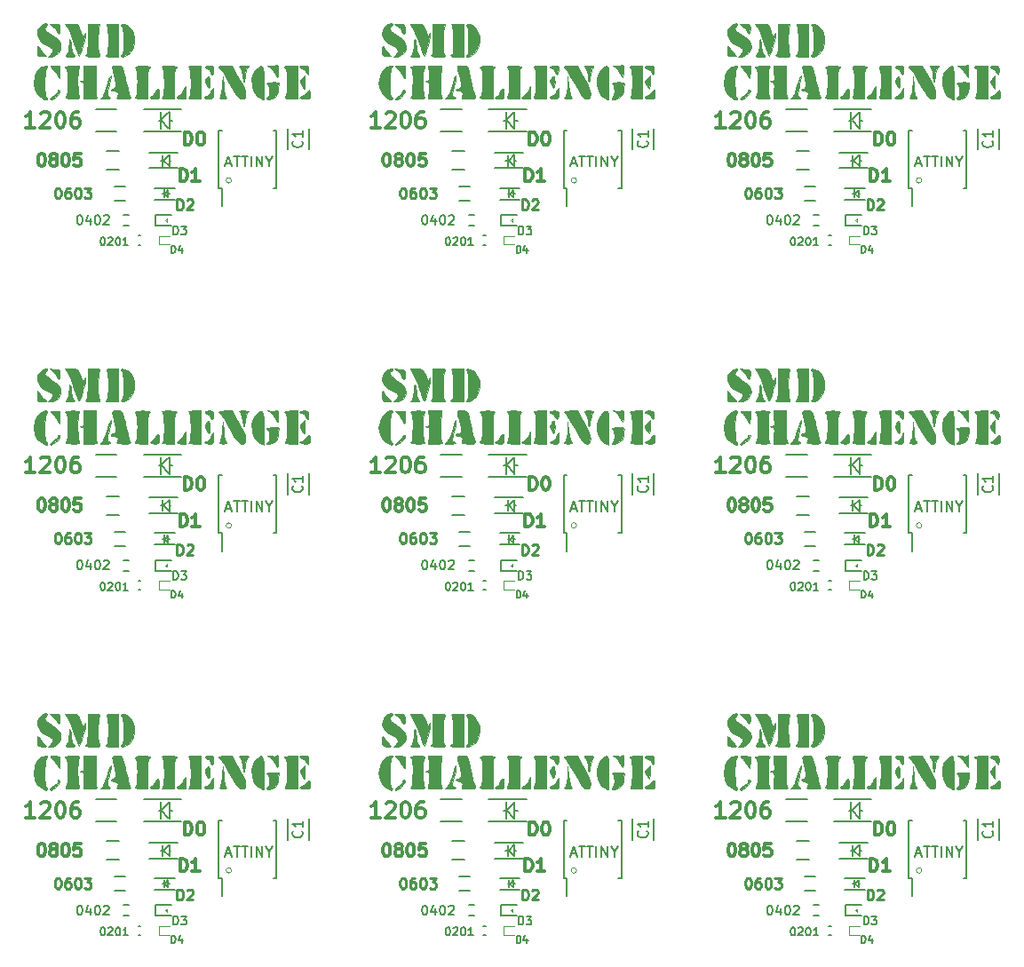
<source format=gto>
%MOIN*%
%OFA0B0*%
%FSLAX46Y46*%
%IPPOS*%
%LPD*%
%ADD10C,0.0039370078740157488*%
%ADD11C,0.005905511811023622*%
%ADD12C,0.0078740157480314977*%
%ADD13C,0.00984251968503937*%
%ADD14C,0.011811023622047244*%
%ADD15C,0.00039370078740157485*%
%ADD16C,0.006889763779527559*%
%ADD17C,0.012303149606299213*%
%ADD28C,0.0039370078740157488*%
%ADD29C,0.005905511811023622*%
%ADD30C,0.0078740157480314977*%
%ADD31C,0.00984251968503937*%
%ADD32C,0.011811023622047244*%
%ADD33C,0.00039370078740157485*%
%ADD34C,0.006889763779527559*%
%ADD35C,0.012303149606299213*%
%ADD36C,0.0039370078740157488*%
%ADD37C,0.005905511811023622*%
%ADD38C,0.0078740157480314977*%
%ADD39C,0.00984251968503937*%
%ADD40C,0.011811023622047244*%
%ADD41C,0.00039370078740157485*%
%ADD42C,0.006889763779527559*%
%ADD43C,0.012303149606299213*%
%ADD44C,0.0039370078740157488*%
%ADD45C,0.005905511811023622*%
%ADD46C,0.0078740157480314977*%
%ADD47C,0.00984251968503937*%
%ADD48C,0.011811023622047244*%
%ADD49C,0.00039370078740157485*%
%ADD50C,0.006889763779527559*%
%ADD51C,0.012303149606299213*%
%ADD52C,0.0039370078740157488*%
%ADD53C,0.005905511811023622*%
%ADD54C,0.0078740157480314977*%
%ADD55C,0.00984251968503937*%
%ADD56C,0.011811023622047244*%
%ADD57C,0.00039370078740157485*%
%ADD58C,0.006889763779527559*%
%ADD59C,0.012303149606299213*%
%ADD60C,0.0039370078740157488*%
%ADD61C,0.005905511811023622*%
%ADD62C,0.0078740157480314977*%
%ADD63C,0.00984251968503937*%
%ADD64C,0.011811023622047244*%
%ADD65C,0.00039370078740157485*%
%ADD66C,0.006889763779527559*%
%ADD67C,0.012303149606299213*%
%ADD68C,0.0039370078740157488*%
%ADD69C,0.005905511811023622*%
%ADD70C,0.0078740157480314977*%
%ADD71C,0.00984251968503937*%
%ADD72C,0.011811023622047244*%
%ADD73C,0.00039370078740157485*%
%ADD74C,0.006889763779527559*%
%ADD75C,0.012303149606299213*%
%ADD76C,0.0039370078740157488*%
%ADD77C,0.005905511811023622*%
%ADD78C,0.0078740157480314977*%
%ADD79C,0.00984251968503937*%
%ADD80C,0.011811023622047244*%
%ADD81C,0.00039370078740157485*%
%ADD82C,0.006889763779527559*%
%ADD83C,0.012303149606299213*%
%ADD84C,0.0039370078740157488*%
%ADD85C,0.005905511811023622*%
%ADD86C,0.0078740157480314977*%
%ADD87C,0.00984251968503937*%
%ADD88C,0.011811023622047244*%
%ADD89C,0.00039370078740157485*%
%ADD90C,0.006889763779527559*%
%ADD91C,0.012303149606299213*%
G01*
D10*
D11*
X0000368934Y0000144690D02*
X0000371791Y0000144690D01*
X0000374648Y0000143262D01*
X0000376077Y0000141833D01*
X0000377505Y0000138976D01*
X0000378934Y0000133262D01*
X0000378934Y0000126119D01*
X0000377505Y0000120405D01*
X0000376077Y0000117547D01*
X0000374648Y0000116119D01*
X0000371791Y0000114690D01*
X0000368934Y0000114690D01*
X0000366077Y0000116119D01*
X0000364648Y0000117547D01*
X0000363220Y0000120405D01*
X0000361791Y0000126119D01*
X0000361791Y0000133262D01*
X0000363220Y0000138976D01*
X0000364648Y0000141833D01*
X0000366077Y0000143262D01*
X0000368934Y0000144690D01*
X0000390363Y0000141833D02*
X0000391791Y0000143262D01*
X0000394648Y0000144690D01*
X0000401791Y0000144690D01*
X0000404648Y0000143262D01*
X0000406077Y0000141833D01*
X0000407505Y0000138976D01*
X0000407505Y0000136119D01*
X0000406077Y0000131833D01*
X0000388934Y0000114690D01*
X0000407505Y0000114690D01*
X0000426077Y0000144690D02*
X0000428934Y0000144690D01*
X0000431791Y0000143262D01*
X0000433220Y0000141833D01*
X0000434648Y0000138976D01*
X0000436077Y0000133262D01*
X0000436077Y0000126119D01*
X0000434648Y0000120405D01*
X0000433220Y0000117547D01*
X0000431791Y0000116119D01*
X0000428934Y0000114690D01*
X0000426077Y0000114690D01*
X0000423220Y0000116119D01*
X0000421791Y0000117547D01*
X0000420363Y0000120405D01*
X0000418934Y0000126119D01*
X0000418934Y0000133262D01*
X0000420363Y0000138976D01*
X0000421791Y0000141833D01*
X0000423220Y0000143262D01*
X0000426077Y0000144690D01*
X0000464648Y0000114690D02*
X0000447505Y0000114690D01*
X0000456077Y0000114690D02*
X0000456077Y0000144690D01*
X0000453220Y0000140405D01*
X0000450362Y0000137547D01*
X0000447505Y0000136119D01*
D12*
X0000281553Y0000227428D02*
X0000284886Y0000227428D01*
X0000288220Y0000225762D01*
X0000289886Y0000224095D01*
X0000291553Y0000220762D01*
X0000293220Y0000214095D01*
X0000293220Y0000205762D01*
X0000291553Y0000199095D01*
X0000289886Y0000195762D01*
X0000288220Y0000194095D01*
X0000284886Y0000192428D01*
X0000281553Y0000192428D01*
X0000278220Y0000194095D01*
X0000276553Y0000195762D01*
X0000274886Y0000199095D01*
X0000273220Y0000205762D01*
X0000273220Y0000214095D01*
X0000274886Y0000220762D01*
X0000276553Y0000224095D01*
X0000278220Y0000225762D01*
X0000281553Y0000227428D01*
X0000323220Y0000215762D02*
X0000323220Y0000192428D01*
X0000314886Y0000229095D02*
X0000306553Y0000204095D01*
X0000328220Y0000204095D01*
X0000348220Y0000227428D02*
X0000351553Y0000227428D01*
X0000354886Y0000225762D01*
X0000356553Y0000224095D01*
X0000358220Y0000220762D01*
X0000359886Y0000214095D01*
X0000359886Y0000205762D01*
X0000358220Y0000199095D01*
X0000356553Y0000195762D01*
X0000354886Y0000194095D01*
X0000351553Y0000192428D01*
X0000348220Y0000192428D01*
X0000344886Y0000194095D01*
X0000343220Y0000195762D01*
X0000341553Y0000199095D01*
X0000339886Y0000205762D01*
X0000339886Y0000214095D01*
X0000341553Y0000220762D01*
X0000343220Y0000224095D01*
X0000344886Y0000225762D01*
X0000348220Y0000227428D01*
X0000373220Y0000224095D02*
X0000374886Y0000225762D01*
X0000378220Y0000227428D01*
X0000386553Y0000227428D01*
X0000389886Y0000225762D01*
X0000391553Y0000224095D01*
X0000393220Y0000220762D01*
X0000393220Y0000217428D01*
X0000391553Y0000212428D01*
X0000371553Y0000192428D01*
X0000393220Y0000192428D01*
D13*
X0000200102Y0000329822D02*
X0000203851Y0000329822D01*
X0000207601Y0000327947D01*
X0000209476Y0000326072D01*
X0000211351Y0000322323D01*
X0000213225Y0000314823D01*
X0000213225Y0000305450D01*
X0000211351Y0000297951D01*
X0000209476Y0000294201D01*
X0000207601Y0000292326D01*
X0000203851Y0000290452D01*
X0000200102Y0000290452D01*
X0000196352Y0000292326D01*
X0000194478Y0000294201D01*
X0000192603Y0000297951D01*
X0000190728Y0000305450D01*
X0000190728Y0000314823D01*
X0000192603Y0000322323D01*
X0000194478Y0000326072D01*
X0000196352Y0000327947D01*
X0000200102Y0000329822D01*
X0000246971Y0000329822D02*
X0000239472Y0000329822D01*
X0000235722Y0000327947D01*
X0000233848Y0000326072D01*
X0000230098Y0000320448D01*
X0000228223Y0000312949D01*
X0000228223Y0000297951D01*
X0000230098Y0000294201D01*
X0000231973Y0000292326D01*
X0000235722Y0000290452D01*
X0000243222Y0000290452D01*
X0000246971Y0000292326D01*
X0000248846Y0000294201D01*
X0000250721Y0000297951D01*
X0000250721Y0000307324D01*
X0000248846Y0000311074D01*
X0000246971Y0000312949D01*
X0000243222Y0000314823D01*
X0000235722Y0000314823D01*
X0000231973Y0000312949D01*
X0000230098Y0000311074D01*
X0000228223Y0000307324D01*
X0000275093Y0000329822D02*
X0000278842Y0000329822D01*
X0000282592Y0000327947D01*
X0000284466Y0000326072D01*
X0000286341Y0000322323D01*
X0000288216Y0000314823D01*
X0000288216Y0000305450D01*
X0000286341Y0000297951D01*
X0000284466Y0000294201D01*
X0000282592Y0000292326D01*
X0000278842Y0000290452D01*
X0000275093Y0000290452D01*
X0000271343Y0000292326D01*
X0000269468Y0000294201D01*
X0000267593Y0000297951D01*
X0000265719Y0000305450D01*
X0000265719Y0000314823D01*
X0000267593Y0000322323D01*
X0000269468Y0000326072D01*
X0000271343Y0000327947D01*
X0000275093Y0000329822D01*
X0000301339Y0000329822D02*
X0000325711Y0000329822D01*
X0000312588Y0000314823D01*
X0000318212Y0000314823D01*
X0000321962Y0000312949D01*
X0000323836Y0000311074D01*
X0000325711Y0000307324D01*
X0000325711Y0000297951D01*
X0000323836Y0000294201D01*
X0000321962Y0000292326D01*
X0000318212Y0000290452D01*
X0000306964Y0000290452D01*
X0000303214Y0000292326D01*
X0000301339Y0000294201D01*
D14*
X0000138478Y0000459134D02*
X0000142978Y0000459134D01*
X0000147477Y0000456884D01*
X0000149727Y0000454634D01*
X0000151977Y0000450135D01*
X0000154226Y0000441136D01*
X0000154226Y0000429887D01*
X0000151977Y0000420888D01*
X0000149727Y0000416389D01*
X0000147477Y0000414139D01*
X0000142978Y0000411889D01*
X0000138478Y0000411889D01*
X0000133979Y0000414139D01*
X0000131729Y0000416389D01*
X0000129480Y0000420888D01*
X0000127230Y0000429887D01*
X0000127230Y0000441136D01*
X0000129480Y0000450135D01*
X0000131729Y0000454634D01*
X0000133979Y0000456884D01*
X0000138478Y0000459134D01*
X0000181223Y0000438886D02*
X0000176724Y0000441136D01*
X0000174474Y0000443386D01*
X0000172224Y0000447885D01*
X0000172224Y0000450135D01*
X0000174474Y0000454634D01*
X0000176724Y0000456884D01*
X0000181223Y0000459134D01*
X0000190222Y0000459134D01*
X0000194721Y0000456884D01*
X0000196971Y0000454634D01*
X0000199221Y0000450135D01*
X0000199221Y0000447885D01*
X0000196971Y0000443386D01*
X0000194721Y0000441136D01*
X0000190222Y0000438886D01*
X0000181223Y0000438886D01*
X0000176724Y0000436636D01*
X0000174474Y0000434387D01*
X0000172224Y0000429887D01*
X0000172224Y0000420888D01*
X0000174474Y0000416389D01*
X0000176724Y0000414139D01*
X0000181223Y0000411889D01*
X0000190222Y0000411889D01*
X0000194721Y0000414139D01*
X0000196971Y0000416389D01*
X0000199221Y0000420888D01*
X0000199221Y0000429887D01*
X0000196971Y0000434387D01*
X0000194721Y0000436636D01*
X0000190222Y0000438886D01*
X0000228467Y0000459134D02*
X0000232967Y0000459134D01*
X0000237466Y0000456884D01*
X0000239716Y0000454634D01*
X0000241965Y0000450135D01*
X0000244215Y0000441136D01*
X0000244215Y0000429887D01*
X0000241965Y0000420888D01*
X0000239716Y0000416389D01*
X0000237466Y0000414139D01*
X0000232967Y0000411889D01*
X0000228467Y0000411889D01*
X0000223968Y0000414139D01*
X0000221718Y0000416389D01*
X0000219468Y0000420888D01*
X0000217219Y0000429887D01*
X0000217219Y0000441136D01*
X0000219468Y0000450135D01*
X0000221718Y0000454634D01*
X0000223968Y0000456884D01*
X0000228467Y0000459134D01*
X0000286960Y0000459134D02*
X0000264463Y0000459134D01*
X0000262213Y0000436636D01*
X0000264463Y0000438886D01*
X0000268962Y0000441136D01*
X0000280211Y0000441136D01*
X0000284710Y0000438886D01*
X0000286960Y0000436636D01*
X0000289210Y0000432137D01*
X0000289210Y0000420888D01*
X0000286960Y0000416389D01*
X0000284710Y0000414139D01*
X0000280211Y0000411889D01*
X0000268962Y0000411889D01*
X0000264463Y0000414139D01*
X0000262213Y0000416389D01*
X0000115728Y0000556546D02*
X0000081982Y0000556546D01*
X0000098855Y0000556546D02*
X0000098855Y0000615602D01*
X0000093231Y0000607165D01*
X0000087607Y0000601541D01*
X0000081982Y0000598729D01*
X0000138225Y0000609977D02*
X0000141037Y0000612789D01*
X0000146662Y0000615602D01*
X0000160722Y0000615602D01*
X0000166347Y0000612789D01*
X0000169159Y0000609977D01*
X0000171971Y0000604353D01*
X0000171971Y0000598729D01*
X0000169159Y0000590292D01*
X0000135413Y0000556546D01*
X0000171971Y0000556546D01*
X0000208529Y0000615602D02*
X0000214153Y0000615602D01*
X0000219778Y0000612789D01*
X0000222590Y0000609977D01*
X0000225402Y0000604353D01*
X0000228214Y0000593104D01*
X0000228214Y0000579044D01*
X0000225402Y0000567795D01*
X0000222590Y0000562171D01*
X0000219778Y0000559359D01*
X0000214153Y0000556546D01*
X0000208529Y0000556546D01*
X0000202905Y0000559359D01*
X0000200093Y0000562171D01*
X0000197280Y0000567795D01*
X0000194468Y0000579044D01*
X0000194468Y0000593104D01*
X0000197280Y0000604353D01*
X0000200093Y0000609977D01*
X0000202905Y0000612789D01*
X0000208529Y0000615602D01*
X0000278833Y0000615602D02*
X0000267584Y0000615602D01*
X0000261960Y0000612789D01*
X0000259148Y0000609977D01*
X0000253523Y0000601541D01*
X0000250711Y0000590292D01*
X0000250711Y0000567795D01*
X0000253523Y0000562171D01*
X0000256335Y0000559359D01*
X0000261960Y0000556546D01*
X0000273208Y0000556546D01*
X0000278833Y0000559359D01*
X0000281645Y0000562171D01*
X0000284457Y0000567795D01*
X0000284457Y0000581856D01*
X0000281645Y0000587480D01*
X0000278833Y0000590292D01*
X0000273208Y0000593104D01*
X0000261960Y0000593104D01*
X0000256335Y0000590292D01*
X0000253523Y0000587480D01*
X0000250711Y0000581856D01*
D10*
X0000620031Y0000117514D02*
X0000580661Y0000117514D01*
X0000580661Y0000117514D02*
X0000580661Y0000149010D01*
X0000580661Y0000149010D02*
X0000620031Y0000149010D01*
D11*
X0000627905Y0000188577D02*
X0000568850Y0000188577D01*
X0000568850Y0000188577D02*
X0000568850Y0000227947D01*
X0000568850Y0000227947D02*
X0000627905Y0000227947D01*
D10*
X0000612157Y0000202356D02*
X0000612157Y0000214167D01*
X0000604283Y0000208262D02*
X0000612157Y0000202356D01*
X0000604283Y0000208262D02*
X0000612157Y0000214167D01*
D11*
X0000588535Y0000555703D02*
X0000588535Y0000551766D01*
X0000588535Y0000610821D02*
X0000588535Y0000614758D01*
X0000620031Y0000583262D02*
X0000631842Y0000583262D01*
X0000620031Y0000551766D02*
X0000620031Y0000610821D01*
X0000620031Y0000610821D02*
X0000620031Y0000614758D01*
X0000616094Y0000555703D02*
X0000620031Y0000551766D01*
X0000616094Y0000610821D02*
X0000620031Y0000614758D01*
X0000580661Y0000583262D02*
X0000588535Y0000583262D01*
X0000588535Y0000563577D02*
X0000588535Y0000555703D01*
X0000588535Y0000602947D02*
X0000588535Y0000610821D01*
X0000592472Y0000583262D02*
X0000616094Y0000555703D01*
X0000616094Y0000610821D02*
X0000592472Y0000587199D01*
X0000523574Y0000541923D02*
X0000665306Y0000541923D01*
X0000523574Y0000624600D02*
X0000665306Y0000624600D01*
X0000588535Y0000602947D02*
X0000588535Y0000563577D01*
X0001062865Y0000552632D02*
X0001062865Y0000473892D01*
X0001143574Y0000473892D02*
X0001143574Y0000552632D01*
X0000620031Y0000433262D02*
X0000625936Y0000433262D01*
X0000586566Y0000433262D02*
X0000600346Y0000433262D01*
X0000598377Y0000433262D02*
X0000620031Y0000454915D01*
X0000620031Y0000454915D02*
X0000620031Y0000411608D01*
X0000620031Y0000411608D02*
X0000598377Y0000433262D01*
X0000594440Y0000447041D02*
X0000594440Y0000452947D01*
X0000594440Y0000419482D02*
X0000594440Y0000413577D01*
X0000545228Y0000403734D02*
X0000651527Y0000403734D01*
X0000545228Y0000462789D02*
X0000651527Y0000462789D01*
X0000594440Y0000447041D02*
X0000594440Y0000419482D01*
X0000616094Y0000308262D02*
X0000621999Y0000308262D01*
X0000594440Y0000308262D02*
X0000602314Y0000308262D01*
X0000604283Y0000308262D02*
X0000616094Y0000322041D01*
X0000616094Y0000322041D02*
X0000616094Y0000294482D01*
X0000616094Y0000294482D02*
X0000600346Y0000308262D01*
X0000600346Y0000308262D02*
X0000602314Y0000308262D01*
X0000600346Y0000324010D02*
X0000600346Y0000294482D01*
X0000564913Y0000286608D02*
X0000639716Y0000286608D01*
X0000564913Y0000329915D02*
X0000639716Y0000329915D01*
D10*
X0000853220Y0000358262D02*
G75*
G03X0000853220Y0000358262I-0000010000D01*
G01*
D11*
X0000804755Y0000329994D02*
X0000816566Y0000329994D01*
X0000804755Y0000546530D02*
X0000816566Y0000546530D01*
X0001021684Y0000546530D02*
X0001009873Y0000546530D01*
X0001021684Y0000329994D02*
X0001009873Y0000329994D01*
X0000804755Y0000329994D02*
X0000804755Y0000546530D01*
X0001021684Y0000329994D02*
X0001021684Y0000546530D01*
X0000816566Y0000329994D02*
X0000816566Y0000261096D01*
X0000343850Y0000625585D02*
X0000422590Y0000625585D01*
X0000422590Y0000540939D02*
X0000343850Y0000540939D01*
X0000384598Y0000467711D02*
X0000431842Y0000467711D01*
X0000431842Y0000398813D02*
X0000384598Y0000398813D01*
X0000413535Y0000334837D02*
X0000452905Y0000334837D01*
X0000452905Y0000281687D02*
X0000413535Y0000281687D01*
X0000448377Y0000187592D02*
X0000468062Y0000187592D01*
X0000468062Y0000228931D02*
X0000448377Y0000228931D01*
X0000503692Y0000115939D02*
X0000512747Y0000115939D01*
X0000512747Y0000150585D02*
X0000503692Y0000150585D01*
D15*
G36*
X0000161326Y0000787992D02*
X0000160534Y0000782198D01*
X0000157327Y0000778321D01*
X0000155000Y0000771468D01*
X0000153336Y0000757861D01*
X0000152348Y0000739971D01*
X0000152047Y0000720268D01*
X0000152446Y0000701224D01*
X0000153558Y0000685307D01*
X0000155396Y0000674989D01*
X0000156791Y0000672547D01*
X0000161055Y0000667058D01*
X0000160588Y0000661783D01*
X0000157982Y0000660713D01*
X0000151458Y0000662747D01*
X0000142964Y0000666665D01*
X0000125427Y0000680641D01*
X0000114454Y0000700088D01*
X0000110563Y0000723122D01*
X0000114273Y0000747854D01*
X0000117959Y0000757705D01*
X0000127715Y0000774707D01*
X0000139624Y0000784762D01*
X0000143492Y0000786614D01*
X0000155155Y0000789757D01*
X0000161326Y0000787992D01*
X0000161326Y0000787992D01*
G37*
X0000161326Y0000787992D02*
X0000160534Y0000782198D01*
X0000157327Y0000778321D01*
X0000155000Y0000771468D01*
X0000153336Y0000757861D01*
X0000152348Y0000739971D01*
X0000152047Y0000720268D01*
X0000152446Y0000701224D01*
X0000153558Y0000685307D01*
X0000155396Y0000674989D01*
X0000156791Y0000672547D01*
X0000161055Y0000667058D01*
X0000160588Y0000661783D01*
X0000157982Y0000660713D01*
X0000151458Y0000662747D01*
X0000142964Y0000666665D01*
X0000125427Y0000680641D01*
X0000114454Y0000700088D01*
X0000110563Y0000723122D01*
X0000114273Y0000747854D01*
X0000117959Y0000757705D01*
X0000127715Y0000774707D01*
X0000139624Y0000784762D01*
X0000143492Y0000786614D01*
X0000155155Y0000789757D01*
X0000161326Y0000787992D01*
G36*
X0000209124Y0000695848D02*
X0000207625Y0000688539D01*
X0000200697Y0000678854D01*
X0000194521Y0000672971D01*
X0000181688Y0000663574D01*
X0000173626Y0000660746D01*
X0000171107Y0000664214D01*
X0000174849Y0000668732D01*
X0000183964Y0000675067D01*
X0000185393Y0000675897D01*
X0000195060Y0000683363D01*
X0000199599Y0000690736D01*
X0000199648Y0000691374D01*
X0000202152Y0000697852D01*
X0000204410Y0000698738D01*
X0000209124Y0000695848D01*
X0000209124Y0000695848D01*
G37*
X0000209124Y0000695848D02*
X0000207625Y0000688539D01*
X0000200697Y0000678854D01*
X0000194521Y0000672971D01*
X0000181688Y0000663574D01*
X0000173626Y0000660746D01*
X0000171107Y0000664214D01*
X0000174849Y0000668732D01*
X0000183964Y0000675067D01*
X0000185393Y0000675897D01*
X0000195060Y0000683363D01*
X0000199599Y0000690736D01*
X0000199648Y0000691374D01*
X0000202152Y0000697852D01*
X0000204410Y0000698738D01*
X0000209124Y0000695848D01*
G36*
X0000969491Y0000785807D02*
X0000971889Y0000777317D01*
X0000973059Y0000761830D01*
X0000973434Y0000738314D01*
X0000973458Y0000724922D01*
X0000973458Y0000660942D01*
X0000969716Y0000662731D01*
X0000963934Y0000665186D01*
X0000947378Y0000676766D01*
X0000935895Y0000694217D01*
X0000929757Y0000715184D01*
X0000929240Y0000737311D01*
X0000934616Y0000758244D01*
X0000946159Y0000775626D01*
X0000950635Y0000779616D01*
X0000959295Y0000785925D01*
X0000965437Y0000788332D01*
X0000969491Y0000785807D01*
X0000969491Y0000785807D01*
G37*
X0000969491Y0000785807D02*
X0000971889Y0000777317D01*
X0000973059Y0000761830D01*
X0000973434Y0000738314D01*
X0000973458Y0000724922D01*
X0000973458Y0000660942D01*
X0000969716Y0000662731D01*
X0000963934Y0000665186D01*
X0000947378Y0000676766D01*
X0000935895Y0000694217D01*
X0000929757Y0000715184D01*
X0000929240Y0000737311D01*
X0000934616Y0000758244D01*
X0000946159Y0000775626D01*
X0000950635Y0000779616D01*
X0000959295Y0000785925D01*
X0000965437Y0000788332D01*
X0000969491Y0000785807D01*
G36*
X0001023971Y0000726837D02*
X0001030634Y0000724981D01*
X0001031540Y0000721085D01*
X0001031110Y0000719777D01*
X0001029091Y0000709886D01*
X0001028220Y0000696447D01*
X0001028220Y0000696077D01*
X0001025561Y0000681708D01*
X0001017505Y0000673153D01*
X0001004481Y0000666299D01*
X0000993262Y0000662675D01*
X0000986383Y0000662941D01*
X0000985363Y0000664803D01*
X0000988839Y0000671575D01*
X0000990124Y0000672547D01*
X0000993018Y0000678715D01*
X0000994707Y0000690789D01*
X0000994886Y0000696638D01*
X0000993929Y0000709320D01*
X0000991509Y0000716868D01*
X0000990124Y0000717786D01*
X0000985501Y0000721409D01*
X0000985363Y0000722547D01*
X0000989650Y0000725240D01*
X0001000636Y0000726966D01*
X0001009682Y0000727309D01*
X0001023971Y0000726837D01*
X0001023971Y0000726837D01*
G37*
X0001023971Y0000726837D02*
X0001030634Y0000724981D01*
X0001031540Y0000721085D01*
X0001031110Y0000719777D01*
X0001029091Y0000709886D01*
X0001028220Y0000696447D01*
X0001028220Y0000696077D01*
X0001025561Y0000681708D01*
X0001017505Y0000673153D01*
X0001004481Y0000666299D01*
X0000993262Y0000662675D01*
X0000986383Y0000662941D01*
X0000985363Y0000664803D01*
X0000988839Y0000671575D01*
X0000990124Y0000672547D01*
X0000993018Y0000678715D01*
X0000994707Y0000690789D01*
X0000994886Y0000696638D01*
X0000993929Y0000709320D01*
X0000991509Y0000716868D01*
X0000990124Y0000717786D01*
X0000985501Y0000721409D01*
X0000985363Y0000722547D01*
X0000989650Y0000725240D01*
X0001000636Y0000726966D01*
X0001009682Y0000727309D01*
X0001023971Y0000726837D01*
G36*
X0000273826Y0000788822D02*
X0000281686Y0000787440D01*
X0000282601Y0000784763D01*
X0000281553Y0000783500D01*
X0000278835Y0000776042D01*
X0000276955Y0000761629D01*
X0000275910Y0000742790D01*
X0000275702Y0000722057D01*
X0000276331Y0000701960D01*
X0000277796Y0000685030D01*
X0000280098Y0000673798D01*
X0000281553Y0000671119D01*
X0000282678Y0000667966D01*
X0000277340Y0000666177D01*
X0000264267Y0000665458D01*
X0000256791Y0000665405D01*
X0000240355Y0000665785D01*
X0000232149Y0000667121D01*
X0000230902Y0000669707D01*
X0000232029Y0000671119D01*
X0000234417Y0000677834D01*
X0000236197Y0000691085D01*
X0000237349Y0000708582D01*
X0000237854Y0000728039D01*
X0000237691Y0000747166D01*
X0000236841Y0000763676D01*
X0000235282Y0000775280D01*
X0000232996Y0000779690D01*
X0000232982Y0000779690D01*
X0000228358Y0000783314D01*
X0000228220Y0000784452D01*
X0000232572Y0000786969D01*
X0000244009Y0000788682D01*
X0000257743Y0000789214D01*
X0000273826Y0000788822D01*
X0000273826Y0000788822D01*
G37*
X0000273826Y0000788822D02*
X0000281686Y0000787440D01*
X0000282601Y0000784763D01*
X0000281553Y0000783500D01*
X0000278835Y0000776042D01*
X0000276955Y0000761629D01*
X0000275910Y0000742790D01*
X0000275702Y0000722057D01*
X0000276331Y0000701960D01*
X0000277796Y0000685030D01*
X0000280098Y0000673798D01*
X0000281553Y0000671119D01*
X0000282678Y0000667966D01*
X0000277340Y0000666177D01*
X0000264267Y0000665458D01*
X0000256791Y0000665405D01*
X0000240355Y0000665785D01*
X0000232149Y0000667121D01*
X0000230902Y0000669707D01*
X0000232029Y0000671119D01*
X0000234417Y0000677834D01*
X0000236197Y0000691085D01*
X0000237349Y0000708582D01*
X0000237854Y0000728039D01*
X0000237691Y0000747166D01*
X0000236841Y0000763676D01*
X0000235282Y0000775280D01*
X0000232996Y0000779690D01*
X0000232982Y0000779690D01*
X0000228358Y0000783314D01*
X0000228220Y0000784452D01*
X0000232572Y0000786969D01*
X0000244009Y0000788682D01*
X0000257743Y0000789214D01*
X0000273826Y0000788822D01*
G36*
X0000343281Y0000734256D02*
X0000342920Y0000706058D01*
X0000343785Y0000686606D01*
X0000345923Y0000675196D01*
X0000347436Y0000672345D01*
X0000349392Y0000668479D01*
X0000346047Y0000666367D01*
X0000335802Y0000665516D01*
X0000325006Y0000665405D01*
X0000296816Y0000665405D01*
X0000298758Y0000695907D01*
X0000299487Y0000712711D01*
X0000298662Y0000722319D01*
X0000295803Y0000726998D01*
X0000291841Y0000728687D01*
X0000285547Y0000730548D01*
X0000288517Y0000731295D01*
X0000291887Y0000731519D01*
X0000296781Y0000732883D01*
X0000299137Y0000737661D01*
X0000299472Y0000748060D01*
X0000298726Y0000760643D01*
X0000296660Y0000789214D01*
X0000320773Y0000789220D01*
X0000344886Y0000789227D01*
X0000343281Y0000734256D01*
X0000343281Y0000734256D01*
G37*
X0000343281Y0000734256D02*
X0000342920Y0000706058D01*
X0000343785Y0000686606D01*
X0000345923Y0000675196D01*
X0000347436Y0000672345D01*
X0000349392Y0000668479D01*
X0000346047Y0000666367D01*
X0000335802Y0000665516D01*
X0000325006Y0000665405D01*
X0000296816Y0000665405D01*
X0000298758Y0000695907D01*
X0000299487Y0000712711D01*
X0000298662Y0000722319D01*
X0000295803Y0000726998D01*
X0000291841Y0000728687D01*
X0000285547Y0000730548D01*
X0000288517Y0000731295D01*
X0000291887Y0000731519D01*
X0000296781Y0000732883D01*
X0000299137Y0000737661D01*
X0000299472Y0000748060D01*
X0000298726Y0000760643D01*
X0000296660Y0000789214D01*
X0000320773Y0000789220D01*
X0000344886Y0000789227D01*
X0000343281Y0000734256D01*
G36*
X0000400375Y0000752228D02*
X0000400833Y0000746279D01*
X0000398927Y0000733724D01*
X0000395060Y0000717072D01*
X0000394188Y0000713835D01*
X0000389438Y0000696051D01*
X0000387256Y0000685127D01*
X0000387593Y0000678769D01*
X0000390402Y0000674679D01*
X0000393305Y0000672320D01*
X0000397694Y0000668268D01*
X0000395833Y0000666289D01*
X0000386330Y0000665621D01*
X0000380961Y0000665556D01*
X0000359893Y0000665405D01*
X0000369698Y0000676119D01*
X0000375733Y0000686029D01*
X0000382296Y0000701915D01*
X0000388010Y0000720420D01*
X0000388229Y0000721276D01*
X0000392794Y0000737238D01*
X0000396971Y0000748276D01*
X0000399982Y0000752405D01*
X0000400375Y0000752228D01*
X0000400375Y0000752228D01*
G37*
X0000400375Y0000752228D02*
X0000400833Y0000746279D01*
X0000398927Y0000733724D01*
X0000395060Y0000717072D01*
X0000394188Y0000713835D01*
X0000389438Y0000696051D01*
X0000387256Y0000685127D01*
X0000387593Y0000678769D01*
X0000390402Y0000674679D01*
X0000393305Y0000672320D01*
X0000397694Y0000668268D01*
X0000395833Y0000666289D01*
X0000386330Y0000665621D01*
X0000380961Y0000665556D01*
X0000359893Y0000665405D01*
X0000369698Y0000676119D01*
X0000375733Y0000686029D01*
X0000382296Y0000701915D01*
X0000388010Y0000720420D01*
X0000388229Y0000721276D01*
X0000392794Y0000737238D01*
X0000396971Y0000748276D01*
X0000399982Y0000752405D01*
X0000400375Y0000752228D01*
G36*
X0000423274Y0000789214D02*
X0000431013Y0000789166D01*
X0000436723Y0000788113D01*
X0000441092Y0000784695D01*
X0000444813Y0000777549D01*
X0000448575Y0000765316D01*
X0000453069Y0000746634D01*
X0000458985Y0000720141D01*
X0000459509Y0000717786D01*
X0000463914Y0000699411D01*
X0000468191Y0000683941D01*
X0000471498Y0000674391D01*
X0000471815Y0000673738D01*
X0000473275Y0000669169D01*
X0000470393Y0000666657D01*
X0000461376Y0000665602D01*
X0000446852Y0000665405D01*
X0000431006Y0000665687D01*
X0000423073Y0000666856D01*
X0000421451Y0000669397D01*
X0000423407Y0000672487D01*
X0000427260Y0000682472D01*
X0000423056Y0000690515D01*
X0000412233Y0000693971D01*
X0000411702Y0000693976D01*
X0000402682Y0000695588D01*
X0000399648Y0000698738D01*
X0000403637Y0000702607D01*
X0000409172Y0000703500D01*
X0000415241Y0000705171D01*
X0000418081Y0000711097D01*
X0000417754Y0000722642D01*
X0000414322Y0000741172D01*
X0000411458Y0000753500D01*
X0000407158Y0000771532D01*
X0000405488Y0000782185D01*
X0000407087Y0000787393D01*
X0000412595Y0000789092D01*
X0000422652Y0000789215D01*
X0000423274Y0000789214D01*
X0000423274Y0000789214D01*
G37*
X0000423274Y0000789214D02*
X0000431013Y0000789166D01*
X0000436723Y0000788113D01*
X0000441092Y0000784695D01*
X0000444813Y0000777549D01*
X0000448575Y0000765316D01*
X0000453069Y0000746634D01*
X0000458985Y0000720141D01*
X0000459509Y0000717786D01*
X0000463914Y0000699411D01*
X0000468191Y0000683941D01*
X0000471498Y0000674391D01*
X0000471815Y0000673738D01*
X0000473275Y0000669169D01*
X0000470393Y0000666657D01*
X0000461376Y0000665602D01*
X0000446852Y0000665405D01*
X0000431006Y0000665687D01*
X0000423073Y0000666856D01*
X0000421451Y0000669397D01*
X0000423407Y0000672487D01*
X0000427260Y0000682472D01*
X0000423056Y0000690515D01*
X0000412233Y0000693971D01*
X0000411702Y0000693976D01*
X0000402682Y0000695588D01*
X0000399648Y0000698738D01*
X0000403637Y0000702607D01*
X0000409172Y0000703500D01*
X0000415241Y0000705171D01*
X0000418081Y0000711097D01*
X0000417754Y0000722642D01*
X0000414322Y0000741172D01*
X0000411458Y0000753500D01*
X0000407158Y0000771532D01*
X0000405488Y0000782185D01*
X0000407087Y0000787393D01*
X0000412595Y0000789092D01*
X0000422652Y0000789215D01*
X0000423274Y0000789214D01*
G36*
X0000533915Y0000788491D02*
X0000544232Y0000786603D01*
X0000547267Y0000784452D01*
X0000543644Y0000779829D01*
X0000542505Y0000779690D01*
X0000540415Y0000775115D01*
X0000538869Y0000762116D01*
X0000537957Y0000741782D01*
X0000537743Y0000722547D01*
X0000537743Y0000665405D01*
X0000513934Y0000665405D01*
X0000500351Y0000666211D01*
X0000491731Y0000668272D01*
X0000490124Y0000669886D01*
X0000493586Y0000676335D01*
X0000494886Y0000677309D01*
X0000496942Y0000683087D01*
X0000498542Y0000696266D01*
X0000499483Y0000714730D01*
X0000499648Y0000727309D01*
X0000499192Y0000747906D01*
X0000497959Y0000764475D01*
X0000496149Y0000774897D01*
X0000494886Y0000777309D01*
X0000489870Y0000782646D01*
X0000493812Y0000786551D01*
X0000506225Y0000788780D01*
X0000518696Y0000789214D01*
X0000533915Y0000788491D01*
X0000533915Y0000788491D01*
G37*
X0000533915Y0000788491D02*
X0000544232Y0000786603D01*
X0000547267Y0000784452D01*
X0000543644Y0000779829D01*
X0000542505Y0000779690D01*
X0000540415Y0000775115D01*
X0000538869Y0000762116D01*
X0000537957Y0000741782D01*
X0000537743Y0000722547D01*
X0000537743Y0000665405D01*
X0000513934Y0000665405D01*
X0000500351Y0000666211D01*
X0000491731Y0000668272D01*
X0000490124Y0000669886D01*
X0000493586Y0000676335D01*
X0000494886Y0000677309D01*
X0000496942Y0000683087D01*
X0000498542Y0000696266D01*
X0000499483Y0000714730D01*
X0000499648Y0000727309D01*
X0000499192Y0000747906D01*
X0000497959Y0000764475D01*
X0000496149Y0000774897D01*
X0000494886Y0000777309D01*
X0000489870Y0000782646D01*
X0000493812Y0000786551D01*
X0000506225Y0000788780D01*
X0000518696Y0000789214D01*
X0000533915Y0000788491D01*
G36*
X0000580157Y0000693751D02*
X0000580601Y0000684452D01*
X0000580096Y0000672257D01*
X0000576981Y0000666837D01*
X0000568852Y0000665447D01*
X0000563934Y0000665405D01*
X0000552916Y0000666473D01*
X0000547411Y0000669100D01*
X0000547267Y0000669657D01*
X0000551059Y0000674857D01*
X0000554451Y0000676666D01*
X0000561693Y0000682815D01*
X0000567120Y0000691461D01*
X0000573143Y0000701415D01*
X0000577615Y0000702112D01*
X0000580157Y0000693751D01*
X0000580157Y0000693751D01*
G37*
X0000580157Y0000693751D02*
X0000580601Y0000684452D01*
X0000580096Y0000672257D01*
X0000576981Y0000666837D01*
X0000568852Y0000665447D01*
X0000563934Y0000665405D01*
X0000552916Y0000666473D01*
X0000547411Y0000669100D01*
X0000547267Y0000669657D01*
X0000551059Y0000674857D01*
X0000554451Y0000676666D01*
X0000561693Y0000682815D01*
X0000567120Y0000691461D01*
X0000573143Y0000701415D01*
X0000577615Y0000702112D01*
X0000580157Y0000693751D01*
G36*
X0000633348Y0000788512D02*
X0000643970Y0000786667D01*
X0000647267Y0000784452D01*
X0000643644Y0000779829D01*
X0000642505Y0000779690D01*
X0000640415Y0000775115D01*
X0000638869Y0000762116D01*
X0000637957Y0000741782D01*
X0000637743Y0000722547D01*
X0000637743Y0000665405D01*
X0000612982Y0000665405D01*
X0000598765Y0000665871D01*
X0000592737Y0000667529D01*
X0000593597Y0000670770D01*
X0000593934Y0000671119D01*
X0000596651Y0000678576D01*
X0000598532Y0000692990D01*
X0000599577Y0000711829D01*
X0000599785Y0000732562D01*
X0000599156Y0000752659D01*
X0000597691Y0000769589D01*
X0000595389Y0000780821D01*
X0000593934Y0000783500D01*
X0000592772Y0000786689D01*
X0000598121Y0000788477D01*
X0000611257Y0000789172D01*
X0000617743Y0000789214D01*
X0000633348Y0000788512D01*
X0000633348Y0000788512D01*
G37*
X0000633348Y0000788512D02*
X0000643970Y0000786667D01*
X0000647267Y0000784452D01*
X0000643644Y0000779829D01*
X0000642505Y0000779690D01*
X0000640415Y0000775115D01*
X0000638869Y0000762116D01*
X0000637957Y0000741782D01*
X0000637743Y0000722547D01*
X0000637743Y0000665405D01*
X0000612982Y0000665405D01*
X0000598765Y0000665871D01*
X0000592737Y0000667529D01*
X0000593597Y0000670770D01*
X0000593934Y0000671119D01*
X0000596651Y0000678576D01*
X0000598532Y0000692990D01*
X0000599577Y0000711829D01*
X0000599785Y0000732562D01*
X0000599156Y0000752659D01*
X0000597691Y0000769589D01*
X0000595389Y0000780821D01*
X0000593934Y0000783500D01*
X0000592772Y0000786689D01*
X0000598121Y0000788477D01*
X0000611257Y0000789172D01*
X0000617743Y0000789214D01*
X0000633348Y0000788512D01*
G36*
X0000680296Y0000688024D02*
X0000680601Y0000665405D01*
X0000663934Y0000665405D01*
X0000652917Y0000666520D01*
X0000647411Y0000669264D01*
X0000647267Y0000669846D01*
X0000651170Y0000674786D01*
X0000655953Y0000677043D01*
X0000663830Y0000682961D01*
X0000671557Y0000693762D01*
X0000672315Y0000695222D01*
X0000679992Y0000710643D01*
X0000680296Y0000688024D01*
X0000680296Y0000688024D01*
G37*
X0000680296Y0000688024D02*
X0000680601Y0000665405D01*
X0000663934Y0000665405D01*
X0000652917Y0000666520D01*
X0000647411Y0000669264D01*
X0000647267Y0000669846D01*
X0000651170Y0000674786D01*
X0000655953Y0000677043D01*
X0000663830Y0000682961D01*
X0000671557Y0000693762D01*
X0000672315Y0000695222D01*
X0000679992Y0000710643D01*
X0000680296Y0000688024D01*
G36*
X0000737743Y0000665405D02*
X0000712982Y0000665405D01*
X0000698765Y0000665871D01*
X0000692737Y0000667529D01*
X0000693597Y0000670770D01*
X0000693934Y0000671119D01*
X0000696651Y0000678576D01*
X0000698532Y0000692990D01*
X0000699577Y0000711829D01*
X0000699785Y0000732562D01*
X0000699156Y0000752659D01*
X0000697691Y0000769589D01*
X0000695389Y0000780821D01*
X0000693934Y0000783500D01*
X0000692565Y0000786888D01*
X0000697977Y0000788662D01*
X0000711471Y0000789211D01*
X0000712982Y0000789214D01*
X0000737743Y0000789214D01*
X0000737743Y0000665405D01*
X0000737743Y0000665405D01*
G37*
X0000737743Y0000665405D02*
X0000712982Y0000665405D01*
X0000698765Y0000665871D01*
X0000692737Y0000667529D01*
X0000693597Y0000670770D01*
X0000693934Y0000671119D01*
X0000696651Y0000678576D01*
X0000698532Y0000692990D01*
X0000699577Y0000711829D01*
X0000699785Y0000732562D01*
X0000699156Y0000752659D01*
X0000697691Y0000769589D01*
X0000695389Y0000780821D01*
X0000693934Y0000783500D01*
X0000692565Y0000786888D01*
X0000697977Y0000788662D01*
X0000711471Y0000789211D01*
X0000712982Y0000789214D01*
X0000737743Y0000789214D01*
X0000737743Y0000665405D01*
G36*
X0000785345Y0000685643D02*
X0000784934Y0000672956D01*
X0000782210Y0000667125D01*
X0000774980Y0000665486D01*
X0000768696Y0000665405D01*
X0000757680Y0000666601D01*
X0000752173Y0000669542D01*
X0000752029Y0000670167D01*
X0000755891Y0000674380D01*
X0000759242Y0000674928D01*
X0000766225Y0000678680D01*
X0000774303Y0000687949D01*
X0000775891Y0000690405D01*
X0000785327Y0000705881D01*
X0000785345Y0000685643D01*
X0000785345Y0000685643D01*
G37*
X0000785345Y0000685643D02*
X0000784934Y0000672956D01*
X0000782210Y0000667125D01*
X0000774980Y0000665486D01*
X0000768696Y0000665405D01*
X0000757680Y0000666601D01*
X0000752173Y0000669542D01*
X0000752029Y0000670167D01*
X0000755891Y0000674380D01*
X0000759242Y0000674928D01*
X0000766225Y0000678680D01*
X0000774303Y0000687949D01*
X0000775891Y0000690405D01*
X0000785327Y0000705881D01*
X0000785345Y0000685643D01*
G36*
X0000823037Y0000714924D02*
X0000825328Y0000696910D01*
X0000828658Y0000681982D01*
X0000832315Y0000673330D01*
X0000832374Y0000673258D01*
X0000835630Y0000668129D01*
X0000832710Y0000665902D01*
X0000821979Y0000665405D01*
X0000821390Y0000665405D01*
X0000810129Y0000665751D01*
X0000806762Y0000667929D01*
X0000809657Y0000673644D01*
X0000811283Y0000675988D01*
X0000816136Y0000688429D01*
X0000818981Y0000707881D01*
X0000819466Y0000717655D01*
X0000820236Y0000748738D01*
X0000823037Y0000714924D01*
X0000823037Y0000714924D01*
G37*
X0000823037Y0000714924D02*
X0000825328Y0000696910D01*
X0000828658Y0000681982D01*
X0000832315Y0000673330D01*
X0000832374Y0000673258D01*
X0000835630Y0000668129D01*
X0000832710Y0000665902D01*
X0000821979Y0000665405D01*
X0000821390Y0000665405D01*
X0000810129Y0000665751D01*
X0000806762Y0000667929D01*
X0000809657Y0000673644D01*
X0000811283Y0000675988D01*
X0000816136Y0000688429D01*
X0000818981Y0000707881D01*
X0000819466Y0000717655D01*
X0000820236Y0000748738D01*
X0000823037Y0000714924D01*
G36*
X0000879460Y0000746528D02*
X0000892127Y0000723730D01*
X0000899944Y0000706560D01*
X0000903726Y0000692992D01*
X0000904410Y0000684623D01*
X0000903829Y0000672328D01*
X0000900857Y0000666860D01*
X0000893657Y0000665537D01*
X0000891315Y0000665536D01*
X0000885591Y0000666368D01*
X0000880123Y0000669593D01*
X0000873889Y0000676493D01*
X0000865863Y0000688351D01*
X0000855023Y0000706450D01*
X0000845690Y0000722679D01*
X0000833574Y0000743388D01*
X0000822850Y0000760738D01*
X0000814496Y0000773220D01*
X0000809487Y0000779327D01*
X0000808786Y0000779690D01*
X0000804535Y0000783325D01*
X0000804410Y0000784452D01*
X0000808705Y0000787110D01*
X0000819740Y0000788839D01*
X0000829460Y0000789214D01*
X0000854510Y0000789214D01*
X0000879460Y0000746528D01*
X0000879460Y0000746528D01*
G37*
X0000879460Y0000746528D02*
X0000892127Y0000723730D01*
X0000899944Y0000706560D01*
X0000903726Y0000692992D01*
X0000904410Y0000684623D01*
X0000903829Y0000672328D01*
X0000900857Y0000666860D01*
X0000893657Y0000665537D01*
X0000891315Y0000665536D01*
X0000885591Y0000666368D01*
X0000880123Y0000669593D01*
X0000873889Y0000676493D01*
X0000865863Y0000688351D01*
X0000855023Y0000706450D01*
X0000845690Y0000722679D01*
X0000833574Y0000743388D01*
X0000822850Y0000760738D01*
X0000814496Y0000773220D01*
X0000809487Y0000779327D01*
X0000808786Y0000779690D01*
X0000804535Y0000783325D01*
X0000804410Y0000784452D01*
X0000808705Y0000787110D01*
X0000819740Y0000788839D01*
X0000829460Y0000789214D01*
X0000854510Y0000789214D01*
X0000879460Y0000746528D01*
G36*
X0001099648Y0000665405D02*
X0001074886Y0000665405D01*
X0001060669Y0000665871D01*
X0001054641Y0000667529D01*
X0001055501Y0000670770D01*
X0001055839Y0000671119D01*
X0001058226Y0000677834D01*
X0001060006Y0000691085D01*
X0001061159Y0000708582D01*
X0001061664Y0000728039D01*
X0001061501Y0000747166D01*
X0001060650Y0000763676D01*
X0001059092Y0000775280D01*
X0001056805Y0000779690D01*
X0001056791Y0000779690D01*
X0001052168Y0000783314D01*
X0001052029Y0000784452D01*
X0001056312Y0000787169D01*
X0001067262Y0000788893D01*
X0001075839Y0000789214D01*
X0001099648Y0000789214D01*
X0001099648Y0000665405D01*
X0001099648Y0000665405D01*
G37*
X0001099648Y0000665405D02*
X0001074886Y0000665405D01*
X0001060669Y0000665871D01*
X0001054641Y0000667529D01*
X0001055501Y0000670770D01*
X0001055839Y0000671119D01*
X0001058226Y0000677834D01*
X0001060006Y0000691085D01*
X0001061159Y0000708582D01*
X0001061664Y0000728039D01*
X0001061501Y0000747166D01*
X0001060650Y0000763676D01*
X0001059092Y0000775280D01*
X0001056805Y0000779690D01*
X0001056791Y0000779690D01*
X0001052168Y0000783314D01*
X0001052029Y0000784452D01*
X0001056312Y0000787169D01*
X0001067262Y0000788893D01*
X0001075839Y0000789214D01*
X0001099648Y0000789214D01*
X0001099648Y0000665405D01*
G36*
X0001147088Y0000689345D02*
X0001147267Y0000682071D01*
X0001146691Y0000671400D01*
X0001143130Y0000666658D01*
X0001133840Y0000665442D01*
X0001128220Y0000665405D01*
X0001116292Y0000666461D01*
X0001109658Y0000669099D01*
X0001109172Y0000670167D01*
X0001113004Y0000674448D01*
X0001115969Y0000674928D01*
X0001123473Y0000678391D01*
X0001132048Y0000686728D01*
X0001132131Y0000686833D01*
X0001140601Y0000696302D01*
X0001145250Y0000697245D01*
X0001147088Y0000689345D01*
X0001147088Y0000689345D01*
G37*
X0001147088Y0000689345D02*
X0001147267Y0000682071D01*
X0001146691Y0000671400D01*
X0001143130Y0000666658D01*
X0001133840Y0000665442D01*
X0001128220Y0000665405D01*
X0001116292Y0000666461D01*
X0001109658Y0000669099D01*
X0001109172Y0000670167D01*
X0001113004Y0000674448D01*
X0001115969Y0000674928D01*
X0001123473Y0000678391D01*
X0001132048Y0000686728D01*
X0001132131Y0000686833D01*
X0001140601Y0000696302D01*
X0001145250Y0000697245D01*
X0001147088Y0000689345D01*
G36*
X0000768459Y0000749192D02*
X0000770631Y0000739949D01*
X0000771077Y0000727309D01*
X0000770213Y0000711237D01*
X0000767601Y0000704511D01*
X0000763214Y0000707110D01*
X0000757703Y0000717449D01*
X0000753993Y0000729044D01*
X0000755809Y0000737945D01*
X0000757686Y0000741259D01*
X0000764235Y0000749535D01*
X0000768459Y0000749192D01*
X0000768459Y0000749192D01*
G37*
X0000768459Y0000749192D02*
X0000770631Y0000739949D01*
X0000771077Y0000727309D01*
X0000770213Y0000711237D01*
X0000767601Y0000704511D01*
X0000763214Y0000707110D01*
X0000757703Y0000717449D01*
X0000753993Y0000729044D01*
X0000755809Y0000737945D01*
X0000757686Y0000741259D01*
X0000764235Y0000749535D01*
X0000768459Y0000749192D01*
G36*
X0001128220Y0000728207D02*
X0001127901Y0000714329D01*
X0001127083Y0000705366D01*
X0001126386Y0000703500D01*
X0001122777Y0000707016D01*
X0001116863Y0000715237D01*
X0001110795Y0000725408D01*
X0001110337Y0000732050D01*
X0001115782Y0000739536D01*
X0001118696Y0000742692D01*
X0001128220Y0000752915D01*
X0001128220Y0000728207D01*
X0001128220Y0000728207D01*
G37*
X0001128220Y0000728207D02*
X0001127901Y0000714329D01*
X0001127083Y0000705366D01*
X0001126386Y0000703500D01*
X0001122777Y0000707016D01*
X0001116863Y0000715237D01*
X0001110795Y0000725408D01*
X0001110337Y0000732050D01*
X0001115782Y0000739536D01*
X0001118696Y0000742692D01*
X0001128220Y0000752915D01*
X0001128220Y0000728207D01*
G36*
X0000912095Y0000788911D02*
X0000916619Y0000787315D01*
X0000914818Y0000783392D01*
X0000912599Y0000780846D01*
X0000907756Y0000771196D01*
X0000904291Y0000756507D01*
X0000903528Y0000749452D01*
X0000902031Y0000736968D01*
X0000899846Y0000730294D01*
X0000898458Y0000730042D01*
X0000896182Y0000736748D01*
X0000894955Y0000748931D01*
X0000894886Y0000752728D01*
X0000892780Y0000768442D01*
X0000887398Y0000780052D01*
X0000887005Y0000780506D01*
X0000882779Y0000785909D01*
X0000884190Y0000788436D01*
X0000892818Y0000789175D01*
X0000899648Y0000789214D01*
X0000912095Y0000788911D01*
X0000912095Y0000788911D01*
G37*
X0000912095Y0000788911D02*
X0000916619Y0000787315D01*
X0000914818Y0000783392D01*
X0000912599Y0000780846D01*
X0000907756Y0000771196D01*
X0000904291Y0000756507D01*
X0000903528Y0000749452D01*
X0000902031Y0000736968D01*
X0000899846Y0000730294D01*
X0000898458Y0000730042D01*
X0000896182Y0000736748D01*
X0000894955Y0000748931D01*
X0000894886Y0000752728D01*
X0000892780Y0000768442D01*
X0000887398Y0000780052D01*
X0000887005Y0000780506D01*
X0000882779Y0000785909D01*
X0000884190Y0000788436D01*
X0000892818Y0000789175D01*
X0000899648Y0000789214D01*
X0000912095Y0000788911D01*
G36*
X0000188934Y0000787971D02*
X0000209172Y0000787190D01*
X0000209172Y0000764393D01*
X0000208748Y0000751142D01*
X0000207670Y0000742919D01*
X0000206913Y0000741595D01*
X0000203524Y0000745397D01*
X0000198056Y0000754773D01*
X0000196875Y0000757071D01*
X0000188598Y0000770101D01*
X0000179266Y0000780350D01*
X0000178896Y0000780650D01*
X0000173060Y0000785689D01*
X0000173465Y0000787899D01*
X0000181408Y0000788228D01*
X0000188934Y0000787971D01*
X0000188934Y0000787971D01*
G37*
X0000188934Y0000787971D02*
X0000209172Y0000787190D01*
X0000209172Y0000764393D01*
X0000208748Y0000751142D01*
X0000207670Y0000742919D01*
X0000206913Y0000741595D01*
X0000203524Y0000745397D01*
X0000198056Y0000754773D01*
X0000196875Y0000757071D01*
X0000188598Y0000770101D01*
X0000179266Y0000780350D01*
X0000178896Y0000780650D01*
X0000173060Y0000785689D01*
X0000173465Y0000787899D01*
X0000181408Y0000788228D01*
X0000188934Y0000787971D01*
G36*
X0001027747Y0000785013D02*
X0001028220Y0000771119D01*
X0001027828Y0000757224D01*
X0001026822Y0000748239D01*
X0001025961Y0000746357D01*
X0001022480Y0000750118D01*
X0001017026Y0000759280D01*
X0001016464Y0000760354D01*
X0001007848Y0000773001D01*
X0000998485Y0000782311D01*
X0000987743Y0000790271D01*
X0001002525Y0000787620D01*
X0001014899Y0000787347D01*
X0001022763Y0000790425D01*
X0001026036Y0000791342D01*
X0001027747Y0000785013D01*
X0001027747Y0000785013D01*
G37*
X0001027747Y0000785013D02*
X0001028220Y0000771119D01*
X0001027828Y0000757224D01*
X0001026822Y0000748239D01*
X0001025961Y0000746357D01*
X0001022480Y0000750118D01*
X0001017026Y0000759280D01*
X0001016464Y0000760354D01*
X0001007848Y0000773001D01*
X0000998485Y0000782311D01*
X0000987743Y0000790271D01*
X0001002525Y0000787620D01*
X0001014899Y0000787347D01*
X0001022763Y0000790425D01*
X0001026036Y0000791342D01*
X0001027747Y0000785013D01*
G36*
X0000779866Y0000788477D02*
X0000784447Y0000784318D01*
X0000785360Y0000773816D01*
X0000785363Y0000772547D01*
X0000783862Y0000760602D01*
X0000780223Y0000756086D01*
X0000775738Y0000759808D01*
X0000773535Y0000765161D01*
X0000766808Y0000774302D01*
X0000761309Y0000777387D01*
X0000753059Y0000781803D01*
X0000753460Y0000786037D01*
X0000761704Y0000788794D01*
X0000768696Y0000789214D01*
X0000779866Y0000788477D01*
X0000779866Y0000788477D01*
G37*
X0000779866Y0000788477D02*
X0000784447Y0000784318D01*
X0000785360Y0000773816D01*
X0000785363Y0000772547D01*
X0000783862Y0000760602D01*
X0000780223Y0000756086D01*
X0000775738Y0000759808D01*
X0000773535Y0000765161D01*
X0000766808Y0000774302D01*
X0000761309Y0000777387D01*
X0000753059Y0000781803D01*
X0000753460Y0000786037D01*
X0000761704Y0000788794D01*
X0000768696Y0000789214D01*
X0000779866Y0000788477D01*
G36*
X0001137009Y0000788477D02*
X0001141590Y0000784318D01*
X0001142503Y0000773816D01*
X0001142505Y0000772547D01*
X0001142018Y0000760181D01*
X0001139829Y0000756867D01*
X0001134851Y0000762154D01*
X0001131039Y0000767786D01*
X0001123265Y0000776351D01*
X0001116205Y0000779690D01*
X0001109939Y0000782297D01*
X0001109172Y0000784452D01*
X0001113358Y0000787600D01*
X0001123651Y0000789173D01*
X0001125839Y0000789214D01*
X0001137009Y0000788477D01*
X0001137009Y0000788477D01*
G37*
X0001137009Y0000788477D02*
X0001141590Y0000784318D01*
X0001142503Y0000773816D01*
X0001142505Y0000772547D01*
X0001142018Y0000760181D01*
X0001139829Y0000756867D01*
X0001134851Y0000762154D01*
X0001131039Y0000767786D01*
X0001123265Y0000776351D01*
X0001116205Y0000779690D01*
X0001109939Y0000782297D01*
X0001109172Y0000784452D01*
X0001113358Y0000787600D01*
X0001123651Y0000789173D01*
X0001125839Y0000789214D01*
X0001137009Y0000788477D01*
G36*
X0000128476Y0000860442D02*
X0000129690Y0000858542D01*
X0000137160Y0000848326D01*
X0000146077Y0000838087D01*
X0000153421Y0000829940D01*
X0000156771Y0000825309D01*
X0000156791Y0000825183D01*
X0000152602Y0000824183D01*
X0000142303Y0000823915D01*
X0000140124Y0000823963D01*
X0000129931Y0000824706D01*
X0000125113Y0000827925D01*
X0000123721Y0000836252D01*
X0000123738Y0000846110D01*
X0000124210Y0000858718D01*
X0000125587Y0000863074D01*
X0000128476Y0000860442D01*
X0000128476Y0000860442D01*
G37*
X0000128476Y0000860442D02*
X0000129690Y0000858542D01*
X0000137160Y0000848326D01*
X0000146077Y0000838087D01*
X0000153421Y0000829940D01*
X0000156771Y0000825309D01*
X0000156791Y0000825183D01*
X0000152602Y0000824183D01*
X0000142303Y0000823915D01*
X0000140124Y0000823963D01*
X0000129931Y0000824706D01*
X0000125113Y0000827925D01*
X0000123721Y0000836252D01*
X0000123738Y0000846110D01*
X0000124210Y0000858718D01*
X0000125587Y0000863074D01*
X0000128476Y0000860442D01*
G36*
X0000161158Y0000946149D02*
X0000161553Y0000943827D01*
X0000158934Y0000937586D01*
X0000156791Y0000936833D01*
X0000152881Y0000932858D01*
X0000152029Y0000927612D01*
X0000156345Y0000919139D01*
X0000169521Y0000909232D01*
X0000176987Y0000904993D01*
X0000197575Y0000890740D01*
X0000209647Y0000874933D01*
X0000212763Y0000858224D01*
X0000211923Y0000853281D01*
X0000204481Y0000838738D01*
X0000192013Y0000827561D01*
X0000177806Y0000822593D01*
X0000176424Y0000822547D01*
X0000164519Y0000822547D01*
X0000174986Y0000832299D01*
X0000181836Y0000842986D01*
X0000179514Y0000853028D01*
X0000168372Y0000861684D01*
X0000159283Y0000865368D01*
X0000141930Y0000874778D01*
X0000129878Y0000888539D01*
X0000123899Y0000904502D01*
X0000124766Y0000920517D01*
X0000133251Y0000934434D01*
X0000134172Y0000935294D01*
X0000146589Y0000944658D01*
X0000156127Y0000948446D01*
X0000161158Y0000946149D01*
X0000161158Y0000946149D01*
G37*
X0000161158Y0000946149D02*
X0000161553Y0000943827D01*
X0000158934Y0000937586D01*
X0000156791Y0000936833D01*
X0000152881Y0000932858D01*
X0000152029Y0000927612D01*
X0000156345Y0000919139D01*
X0000169521Y0000909232D01*
X0000176987Y0000904993D01*
X0000197575Y0000890740D01*
X0000209647Y0000874933D01*
X0000212763Y0000858224D01*
X0000211923Y0000853281D01*
X0000204481Y0000838738D01*
X0000192013Y0000827561D01*
X0000177806Y0000822593D01*
X0000176424Y0000822547D01*
X0000164519Y0000822547D01*
X0000174986Y0000832299D01*
X0000181836Y0000842986D01*
X0000179514Y0000853028D01*
X0000168372Y0000861684D01*
X0000159283Y0000865368D01*
X0000141930Y0000874778D01*
X0000129878Y0000888539D01*
X0000123899Y0000904502D01*
X0000124766Y0000920517D01*
X0000133251Y0000934434D01*
X0000134172Y0000935294D01*
X0000146589Y0000944658D01*
X0000156127Y0000948446D01*
X0000161158Y0000946149D01*
G36*
X0000248316Y0000885624D02*
X0000250471Y0000876122D01*
X0000251661Y0000860175D01*
X0000251695Y0000858637D01*
X0000253884Y0000844148D01*
X0000258839Y0000832607D01*
X0000259910Y0000831256D01*
X0000264137Y0000825853D01*
X0000262725Y0000823325D01*
X0000254098Y0000822586D01*
X0000247267Y0000822547D01*
X0000234788Y0000822829D01*
X0000230252Y0000824398D01*
X0000232080Y0000828343D01*
X0000234624Y0000831256D01*
X0000240252Y0000843044D01*
X0000242710Y0000862883D01*
X0000242840Y0000868161D01*
X0000243823Y0000882372D01*
X0000245874Y0000887950D01*
X0000248316Y0000885624D01*
X0000248316Y0000885624D01*
G37*
X0000248316Y0000885624D02*
X0000250471Y0000876122D01*
X0000251661Y0000860175D01*
X0000251695Y0000858637D01*
X0000253884Y0000844148D01*
X0000258839Y0000832607D01*
X0000259910Y0000831256D01*
X0000264137Y0000825853D01*
X0000262725Y0000823325D01*
X0000254098Y0000822586D01*
X0000247267Y0000822547D01*
X0000234788Y0000822829D01*
X0000230252Y0000824398D01*
X0000232080Y0000828343D01*
X0000234624Y0000831256D01*
X0000240252Y0000843044D01*
X0000242710Y0000862883D01*
X0000242840Y0000868161D01*
X0000243823Y0000882372D01*
X0000245874Y0000887950D01*
X0000248316Y0000885624D01*
G36*
X0000263882Y0000946263D02*
X0000271728Y0000944860D01*
X0000277335Y0000940468D01*
X0000282369Y0000931409D01*
X0000288500Y0000916002D01*
X0000292313Y0000905881D01*
X0000295340Y0000899067D01*
X0000297769Y0000901062D01*
X0000299825Y0000905881D01*
X0000302854Y0000912411D01*
X0000303885Y0000910221D01*
X0000304075Y0000906394D01*
X0000302929Y0000897551D01*
X0000299655Y0000883122D01*
X0000295072Y0000865971D01*
X0000289998Y0000848961D01*
X0000285251Y0000834956D01*
X0000281649Y0000826819D01*
X0000281154Y0000826164D01*
X0000278467Y0000828923D01*
X0000273740Y0000839109D01*
X0000267682Y0000855032D01*
X0000262149Y0000871402D01*
X0000254721Y0000893043D01*
X0000247191Y0000912532D01*
X0000240609Y0000927268D01*
X0000237199Y0000933262D01*
X0000227935Y0000946357D01*
X0000252130Y0000946357D01*
X0000263882Y0000946263D01*
X0000263882Y0000946263D01*
G37*
X0000263882Y0000946263D02*
X0000271728Y0000944860D01*
X0000277335Y0000940468D01*
X0000282369Y0000931409D01*
X0000288500Y0000916002D01*
X0000292313Y0000905881D01*
X0000295340Y0000899067D01*
X0000297769Y0000901062D01*
X0000299825Y0000905881D01*
X0000302854Y0000912411D01*
X0000303885Y0000910221D01*
X0000304075Y0000906394D01*
X0000302929Y0000897551D01*
X0000299655Y0000883122D01*
X0000295072Y0000865971D01*
X0000289998Y0000848961D01*
X0000285251Y0000834956D01*
X0000281649Y0000826819D01*
X0000281154Y0000826164D01*
X0000278467Y0000828923D01*
X0000273740Y0000839109D01*
X0000267682Y0000855032D01*
X0000262149Y0000871402D01*
X0000254721Y0000893043D01*
X0000247191Y0000912532D01*
X0000240609Y0000927268D01*
X0000237199Y0000933262D01*
X0000227935Y0000946357D01*
X0000252130Y0000946357D01*
X0000263882Y0000946263D01*
G36*
X0000352913Y0000945891D02*
X0000358941Y0000944233D01*
X0000358081Y0000940992D01*
X0000357743Y0000940643D01*
X0000355026Y0000933185D01*
X0000353145Y0000918772D01*
X0000352101Y0000899933D01*
X0000351893Y0000879199D01*
X0000352521Y0000859102D01*
X0000353986Y0000842173D01*
X0000356288Y0000830941D01*
X0000357743Y0000828262D01*
X0000358905Y0000825073D01*
X0000353556Y0000823284D01*
X0000340421Y0000822589D01*
X0000333934Y0000822547D01*
X0000318329Y0000823250D01*
X0000307707Y0000825094D01*
X0000304410Y0000827309D01*
X0000308034Y0000831933D01*
X0000309172Y0000832071D01*
X0000311262Y0000836646D01*
X0000312809Y0000849645D01*
X0000313721Y0000869979D01*
X0000313934Y0000889214D01*
X0000313934Y0000946357D01*
X0000338696Y0000946357D01*
X0000352913Y0000945891D01*
X0000352913Y0000945891D01*
G37*
X0000352913Y0000945891D02*
X0000358941Y0000944233D01*
X0000358081Y0000940992D01*
X0000357743Y0000940643D01*
X0000355026Y0000933185D01*
X0000353145Y0000918772D01*
X0000352101Y0000899933D01*
X0000351893Y0000879199D01*
X0000352521Y0000859102D01*
X0000353986Y0000842173D01*
X0000356288Y0000830941D01*
X0000357743Y0000828262D01*
X0000358905Y0000825073D01*
X0000353556Y0000823284D01*
X0000340421Y0000822589D01*
X0000333934Y0000822547D01*
X0000318329Y0000823250D01*
X0000307707Y0000825094D01*
X0000304410Y0000827309D01*
X0000308034Y0000831933D01*
X0000309172Y0000832071D01*
X0000311262Y0000836646D01*
X0000312809Y0000849645D01*
X0000313721Y0000869979D01*
X0000313934Y0000889214D01*
X0000313934Y0000946357D01*
X0000338696Y0000946357D01*
X0000352913Y0000945891D01*
G36*
X0000428220Y0000822547D02*
X0000404410Y0000822547D01*
X0000390828Y0000823404D01*
X0000382207Y0000825594D01*
X0000380601Y0000827309D01*
X0000384224Y0000831933D01*
X0000385363Y0000832071D01*
X0000387653Y0000836437D01*
X0000389215Y0000848009D01*
X0000390070Y0000864499D01*
X0000390236Y0000883618D01*
X0000389735Y0000903079D01*
X0000388586Y0000920594D01*
X0000386809Y0000933873D01*
X0000384424Y0000940628D01*
X0000384410Y0000940643D01*
X0000383041Y0000944031D01*
X0000388453Y0000945805D01*
X0000401948Y0000946354D01*
X0000403458Y0000946357D01*
X0000428220Y0000946357D01*
X0000428220Y0000822547D01*
X0000428220Y0000822547D01*
G37*
X0000428220Y0000822547D02*
X0000404410Y0000822547D01*
X0000390828Y0000823404D01*
X0000382207Y0000825594D01*
X0000380601Y0000827309D01*
X0000384224Y0000831933D01*
X0000385363Y0000832071D01*
X0000387653Y0000836437D01*
X0000389215Y0000848009D01*
X0000390070Y0000864499D01*
X0000390236Y0000883618D01*
X0000389735Y0000903079D01*
X0000388586Y0000920594D01*
X0000386809Y0000933873D01*
X0000384424Y0000940628D01*
X0000384410Y0000940643D01*
X0000383041Y0000944031D01*
X0000388453Y0000945805D01*
X0000401948Y0000946354D01*
X0000403458Y0000946357D01*
X0000428220Y0000946357D01*
X0000428220Y0000822547D01*
G36*
X0000450094Y0000945548D02*
X0000461313Y0000941028D01*
X0000467709Y0000936759D01*
X0000480881Y0000920780D01*
X0000487874Y0000900181D01*
X0000488614Y0000877649D01*
X0000483028Y0000855874D01*
X0000471043Y0000837542D01*
X0000470432Y0000836921D01*
X0000459215Y0000828030D01*
X0000448443Y0000823114D01*
X0000440502Y0000822873D01*
X0000437743Y0000827309D01*
X0000441367Y0000831933D01*
X0000442505Y0000832071D01*
X0000444654Y0000836625D01*
X0000446226Y0000849474D01*
X0000447112Y0000869401D01*
X0000447267Y0000884452D01*
X0000446853Y0000908087D01*
X0000445685Y0000925383D01*
X0000443874Y0000935122D01*
X0000442505Y0000936833D01*
X0000437882Y0000940457D01*
X0000437743Y0000941595D01*
X0000441300Y0000945889D01*
X0000450094Y0000945548D01*
X0000450094Y0000945548D01*
G37*
X0000450094Y0000945548D02*
X0000461313Y0000941028D01*
X0000467709Y0000936759D01*
X0000480881Y0000920780D01*
X0000487874Y0000900181D01*
X0000488614Y0000877649D01*
X0000483028Y0000855874D01*
X0000471043Y0000837542D01*
X0000470432Y0000836921D01*
X0000459215Y0000828030D01*
X0000448443Y0000823114D01*
X0000440502Y0000822873D01*
X0000437743Y0000827309D01*
X0000441367Y0000831933D01*
X0000442505Y0000832071D01*
X0000444654Y0000836625D01*
X0000446226Y0000849474D01*
X0000447112Y0000869401D01*
X0000447267Y0000884452D01*
X0000446853Y0000908087D01*
X0000445685Y0000925383D01*
X0000443874Y0000935122D01*
X0000442505Y0000936833D01*
X0000437882Y0000940457D01*
X0000437743Y0000941595D01*
X0000441300Y0000945889D01*
X0000450094Y0000945548D01*
G36*
X0000189494Y0000945567D02*
X0000201948Y0000944622D01*
X0000207585Y0000941358D01*
X0000209109Y0000933160D01*
X0000209172Y0000926529D01*
X0000207788Y0000913876D01*
X0000204372Y0000908539D01*
X0000200026Y0000911342D01*
X0000197307Y0000917661D01*
X0000191518Y0000927234D01*
X0000182070Y0000936699D01*
X0000169817Y0000946338D01*
X0000189494Y0000945567D01*
X0000189494Y0000945567D01*
G37*
X0000189494Y0000945567D02*
X0000201948Y0000944622D01*
X0000207585Y0000941358D01*
X0000209109Y0000933160D01*
X0000209172Y0000926529D01*
X0000207788Y0000913876D01*
X0000204372Y0000908539D01*
X0000200026Y0000911342D01*
X0000197307Y0000917661D01*
X0000191518Y0000927234D01*
X0000182070Y0000936699D01*
X0000169817Y0000946338D01*
X0000189494Y0000945567D01*
D16*
X0000627878Y0000085795D02*
X0000627878Y0000113354D01*
X0000634440Y0000113354D01*
X0000638377Y0000112041D01*
X0000641002Y0000109417D01*
X0000642314Y0000106792D01*
X0000643627Y0000101543D01*
X0000643627Y0000097606D01*
X0000642314Y0000092356D01*
X0000641002Y0000089732D01*
X0000638377Y0000087107D01*
X0000634440Y0000085795D01*
X0000627878Y0000085795D01*
X0000667249Y0000104167D02*
X0000667249Y0000085795D01*
X0000660687Y0000114666D02*
X0000654125Y0000094981D01*
X0000671186Y0000094981D01*
D12*
X0000636154Y0000154643D02*
X0000636154Y0000186140D01*
X0000643653Y0000186140D01*
X0000648152Y0000184640D01*
X0000651152Y0000181640D01*
X0000652652Y0000178640D01*
X0000654151Y0000172641D01*
X0000654151Y0000168142D01*
X0000652652Y0000162143D01*
X0000651152Y0000159143D01*
X0000648152Y0000156143D01*
X0000643653Y0000154643D01*
X0000636154Y0000154643D01*
X0000664650Y0000186140D02*
X0000684148Y0000186140D01*
X0000673649Y0000174141D01*
X0000678148Y0000174141D01*
X0000681148Y0000172641D01*
X0000682648Y0000171141D01*
X0000684148Y0000168142D01*
X0000684148Y0000160643D01*
X0000682648Y0000157643D01*
X0000681148Y0000156143D01*
X0000678148Y0000154643D01*
X0000669150Y0000154643D01*
X0000666150Y0000156143D01*
X0000664650Y0000157643D01*
D17*
X0000676896Y0000490999D02*
X0000676896Y0000540212D01*
X0000688613Y0000540212D01*
X0000695644Y0000537868D01*
X0000700331Y0000533181D01*
X0000702674Y0000528494D01*
X0000705018Y0000519120D01*
X0000705018Y0000512090D01*
X0000702674Y0000502716D01*
X0000700331Y0000498029D01*
X0000695644Y0000493342D01*
X0000688613Y0000490999D01*
X0000676896Y0000490999D01*
X0000735482Y0000540212D02*
X0000740169Y0000540212D01*
X0000744856Y0000537868D01*
X0000747200Y0000535525D01*
X0000749543Y0000530838D01*
X0000751887Y0000521464D01*
X0000751887Y0000509747D01*
X0000749543Y0000500373D01*
X0000747200Y0000495686D01*
X0000744856Y0000493342D01*
X0000740169Y0000490999D01*
X0000735482Y0000490999D01*
X0000730796Y0000493342D01*
X0000728452Y0000495686D01*
X0000726109Y0000500373D01*
X0000723765Y0000509747D01*
X0000723765Y0000521464D01*
X0000726109Y0000530838D01*
X0000728452Y0000535525D01*
X0000730796Y0000537868D01*
X0000735482Y0000540212D01*
D11*
X0001117280Y0000506700D02*
X0001119155Y0000504825D01*
X0001121030Y0000499201D01*
X0001121030Y0000495452D01*
X0001119155Y0000489827D01*
X0001115406Y0000486078D01*
X0001111656Y0000484203D01*
X0001104157Y0000482328D01*
X0001098533Y0000482328D01*
X0001091034Y0000484203D01*
X0001087284Y0000486078D01*
X0001083535Y0000489827D01*
X0001081660Y0000495452D01*
X0001081660Y0000499201D01*
X0001083535Y0000504825D01*
X0001085409Y0000506700D01*
X0001121030Y0000544195D02*
X0001121030Y0000521698D01*
X0001121030Y0000532947D02*
X0001081660Y0000532947D01*
X0001087284Y0000529197D01*
X0001091034Y0000525448D01*
X0001092908Y0000521698D01*
D14*
X0000660849Y0000354389D02*
X0000660849Y0000401634D01*
X0000672098Y0000401634D01*
X0000678847Y0000399384D01*
X0000683346Y0000394884D01*
X0000685596Y0000390385D01*
X0000687846Y0000381386D01*
X0000687846Y0000374637D01*
X0000685596Y0000365638D01*
X0000683346Y0000361139D01*
X0000678847Y0000356639D01*
X0000672098Y0000354389D01*
X0000660849Y0000354389D01*
X0000732840Y0000354389D02*
X0000705843Y0000354389D01*
X0000719342Y0000354389D02*
X0000719342Y0000401634D01*
X0000714842Y0000394884D01*
X0000710343Y0000390385D01*
X0000705843Y0000388135D01*
D13*
X0000649161Y0000247952D02*
X0000649161Y0000287322D01*
X0000658535Y0000287322D01*
X0000664159Y0000285447D01*
X0000667908Y0000281697D01*
X0000669783Y0000277948D01*
X0000671658Y0000270449D01*
X0000671658Y0000264824D01*
X0000669783Y0000257325D01*
X0000667908Y0000253576D01*
X0000664159Y0000249826D01*
X0000658535Y0000247952D01*
X0000649161Y0000247952D01*
X0000686656Y0000283572D02*
X0000688531Y0000285447D01*
X0000692280Y0000287322D01*
X0000701654Y0000287322D01*
X0000705404Y0000285447D01*
X0000707279Y0000283572D01*
X0000709153Y0000279823D01*
X0000709153Y0000276073D01*
X0000707279Y0000270449D01*
X0000684781Y0000247952D01*
X0000709153Y0000247952D01*
D11*
X0000831980Y0000421700D02*
X0000850728Y0000421700D01*
X0000828231Y0000410452D02*
X0000841354Y0000449822D01*
X0000854478Y0000410452D01*
X0000861977Y0000449822D02*
X0000884474Y0000449822D01*
X0000873225Y0000410452D02*
X0000873225Y0000449822D01*
X0000891973Y0000449822D02*
X0000914470Y0000449822D01*
X0000903222Y0000410452D02*
X0000903222Y0000449822D01*
X0000927594Y0000410452D02*
X0000927594Y0000449822D01*
X0000946341Y0000410452D02*
X0000946341Y0000449822D01*
X0000968838Y0000410452D01*
X0000968838Y0000449822D01*
X0000995085Y0000429199D02*
X0000995085Y0000410452D01*
X0000981962Y0000449822D02*
X0000995085Y0000429199D01*
X0001008208Y0000449822D01*
G04 next file*
G04 #@! TF.FileFunction,Legend,Top*
G04 Gerber Fmt 4.6, Leading zero omitted, Abs format (unit mm)*
G04 Created by KiCad (PCBNEW 4.0.7) date 09/06/18 11:32:53*
G01*
G04 APERTURE LIST*
G04 APERTURE END LIST*
D28*
D29*
X0000368934Y0001439955D02*
X0000371791Y0001439955D01*
X0000374648Y0001438526D01*
X0000376077Y0001437098D01*
X0000377505Y0001434241D01*
X0000378934Y0001428526D01*
X0000378934Y0001421383D01*
X0000377505Y0001415669D01*
X0000376077Y0001412812D01*
X0000374648Y0001411383D01*
X0000371791Y0001409955D01*
X0000368934Y0001409955D01*
X0000366077Y0001411383D01*
X0000364648Y0001412812D01*
X0000363220Y0001415669D01*
X0000361791Y0001421383D01*
X0000361791Y0001428526D01*
X0000363220Y0001434241D01*
X0000364648Y0001437098D01*
X0000366077Y0001438526D01*
X0000368934Y0001439955D01*
X0000390363Y0001437098D02*
X0000391791Y0001438526D01*
X0000394648Y0001439955D01*
X0000401791Y0001439955D01*
X0000404648Y0001438526D01*
X0000406077Y0001437098D01*
X0000407505Y0001434241D01*
X0000407505Y0001431383D01*
X0000406077Y0001427098D01*
X0000388934Y0001409955D01*
X0000407505Y0001409955D01*
X0000426077Y0001439955D02*
X0000428934Y0001439955D01*
X0000431791Y0001438526D01*
X0000433220Y0001437098D01*
X0000434648Y0001434241D01*
X0000436077Y0001428526D01*
X0000436077Y0001421383D01*
X0000434648Y0001415669D01*
X0000433220Y0001412812D01*
X0000431791Y0001411383D01*
X0000428934Y0001409955D01*
X0000426077Y0001409955D01*
X0000423220Y0001411383D01*
X0000421791Y0001412812D01*
X0000420363Y0001415669D01*
X0000418934Y0001421383D01*
X0000418934Y0001428526D01*
X0000420363Y0001434241D01*
X0000421791Y0001437098D01*
X0000423220Y0001438526D01*
X0000426077Y0001439955D01*
X0000464648Y0001409955D02*
X0000447505Y0001409955D01*
X0000456077Y0001409955D02*
X0000456077Y0001439955D01*
X0000453220Y0001435669D01*
X0000450362Y0001432812D01*
X0000447505Y0001431383D01*
D30*
X0000281553Y0001522693D02*
X0000284886Y0001522693D01*
X0000288220Y0001521026D01*
X0000289886Y0001519360D01*
X0000291553Y0001516026D01*
X0000293220Y0001509360D01*
X0000293220Y0001501026D01*
X0000291553Y0001494360D01*
X0000289886Y0001491026D01*
X0000288220Y0001489360D01*
X0000284886Y0001487693D01*
X0000281553Y0001487693D01*
X0000278220Y0001489360D01*
X0000276553Y0001491026D01*
X0000274886Y0001494360D01*
X0000273220Y0001501026D01*
X0000273220Y0001509360D01*
X0000274886Y0001516026D01*
X0000276553Y0001519360D01*
X0000278220Y0001521026D01*
X0000281553Y0001522693D01*
X0000323220Y0001511026D02*
X0000323220Y0001487693D01*
X0000314886Y0001524360D02*
X0000306553Y0001499360D01*
X0000328220Y0001499360D01*
X0000348220Y0001522693D02*
X0000351553Y0001522693D01*
X0000354886Y0001521026D01*
X0000356553Y0001519360D01*
X0000358220Y0001516026D01*
X0000359886Y0001509360D01*
X0000359886Y0001501026D01*
X0000358220Y0001494360D01*
X0000356553Y0001491026D01*
X0000354886Y0001489360D01*
X0000351553Y0001487693D01*
X0000348220Y0001487693D01*
X0000344886Y0001489360D01*
X0000343220Y0001491026D01*
X0000341553Y0001494360D01*
X0000339886Y0001501026D01*
X0000339886Y0001509360D01*
X0000341553Y0001516026D01*
X0000343220Y0001519360D01*
X0000344886Y0001521026D01*
X0000348220Y0001522693D01*
X0000373220Y0001519360D02*
X0000374886Y0001521026D01*
X0000378220Y0001522693D01*
X0000386553Y0001522693D01*
X0000389886Y0001521026D01*
X0000391553Y0001519360D01*
X0000393220Y0001516026D01*
X0000393220Y0001512693D01*
X0000391553Y0001507693D01*
X0000371553Y0001487693D01*
X0000393220Y0001487693D01*
D31*
X0000200102Y0001625086D02*
X0000203851Y0001625086D01*
X0000207601Y0001623211D01*
X0000209476Y0001621337D01*
X0000211351Y0001617587D01*
X0000213225Y0001610088D01*
X0000213225Y0001600714D01*
X0000211351Y0001593215D01*
X0000209476Y0001589466D01*
X0000207601Y0001587591D01*
X0000203851Y0001585716D01*
X0000200102Y0001585716D01*
X0000196352Y0001587591D01*
X0000194478Y0001589466D01*
X0000192603Y0001593215D01*
X0000190728Y0001600714D01*
X0000190728Y0001610088D01*
X0000192603Y0001617587D01*
X0000194478Y0001621337D01*
X0000196352Y0001623211D01*
X0000200102Y0001625086D01*
X0000246971Y0001625086D02*
X0000239472Y0001625086D01*
X0000235722Y0001623211D01*
X0000233848Y0001621337D01*
X0000230098Y0001615712D01*
X0000228223Y0001608213D01*
X0000228223Y0001593215D01*
X0000230098Y0001589466D01*
X0000231973Y0001587591D01*
X0000235722Y0001585716D01*
X0000243222Y0001585716D01*
X0000246971Y0001587591D01*
X0000248846Y0001589466D01*
X0000250721Y0001593215D01*
X0000250721Y0001602589D01*
X0000248846Y0001606338D01*
X0000246971Y0001608213D01*
X0000243222Y0001610088D01*
X0000235722Y0001610088D01*
X0000231973Y0001608213D01*
X0000230098Y0001606338D01*
X0000228223Y0001602589D01*
X0000275093Y0001625086D02*
X0000278842Y0001625086D01*
X0000282592Y0001623211D01*
X0000284466Y0001621337D01*
X0000286341Y0001617587D01*
X0000288216Y0001610088D01*
X0000288216Y0001600714D01*
X0000286341Y0001593215D01*
X0000284466Y0001589466D01*
X0000282592Y0001587591D01*
X0000278842Y0001585716D01*
X0000275093Y0001585716D01*
X0000271343Y0001587591D01*
X0000269468Y0001589466D01*
X0000267593Y0001593215D01*
X0000265719Y0001600714D01*
X0000265719Y0001610088D01*
X0000267593Y0001617587D01*
X0000269468Y0001621337D01*
X0000271343Y0001623211D01*
X0000275093Y0001625086D01*
X0000301339Y0001625086D02*
X0000325711Y0001625086D01*
X0000312588Y0001610088D01*
X0000318212Y0001610088D01*
X0000321962Y0001608213D01*
X0000323836Y0001606338D01*
X0000325711Y0001602589D01*
X0000325711Y0001593215D01*
X0000323836Y0001589466D01*
X0000321962Y0001587591D01*
X0000318212Y0001585716D01*
X0000306964Y0001585716D01*
X0000303214Y0001587591D01*
X0000301339Y0001589466D01*
D32*
X0000138478Y0001754398D02*
X0000142978Y0001754398D01*
X0000147477Y0001752148D01*
X0000149727Y0001749899D01*
X0000151977Y0001745399D01*
X0000154226Y0001736400D01*
X0000154226Y0001725152D01*
X0000151977Y0001716153D01*
X0000149727Y0001711653D01*
X0000147477Y0001709404D01*
X0000142978Y0001707154D01*
X0000138478Y0001707154D01*
X0000133979Y0001709404D01*
X0000131729Y0001711653D01*
X0000129480Y0001716153D01*
X0000127230Y0001725152D01*
X0000127230Y0001736400D01*
X0000129480Y0001745399D01*
X0000131729Y0001749899D01*
X0000133979Y0001752148D01*
X0000138478Y0001754398D01*
X0000181223Y0001734151D02*
X0000176724Y0001736400D01*
X0000174474Y0001738650D01*
X0000172224Y0001743150D01*
X0000172224Y0001745399D01*
X0000174474Y0001749899D01*
X0000176724Y0001752148D01*
X0000181223Y0001754398D01*
X0000190222Y0001754398D01*
X0000194721Y0001752148D01*
X0000196971Y0001749899D01*
X0000199221Y0001745399D01*
X0000199221Y0001743150D01*
X0000196971Y0001738650D01*
X0000194721Y0001736400D01*
X0000190222Y0001734151D01*
X0000181223Y0001734151D01*
X0000176724Y0001731901D01*
X0000174474Y0001729651D01*
X0000172224Y0001725152D01*
X0000172224Y0001716153D01*
X0000174474Y0001711653D01*
X0000176724Y0001709404D01*
X0000181223Y0001707154D01*
X0000190222Y0001707154D01*
X0000194721Y0001709404D01*
X0000196971Y0001711653D01*
X0000199221Y0001716153D01*
X0000199221Y0001725152D01*
X0000196971Y0001729651D01*
X0000194721Y0001731901D01*
X0000190222Y0001734151D01*
X0000228467Y0001754398D02*
X0000232967Y0001754398D01*
X0000237466Y0001752148D01*
X0000239716Y0001749899D01*
X0000241965Y0001745399D01*
X0000244215Y0001736400D01*
X0000244215Y0001725152D01*
X0000241965Y0001716153D01*
X0000239716Y0001711653D01*
X0000237466Y0001709404D01*
X0000232967Y0001707154D01*
X0000228467Y0001707154D01*
X0000223968Y0001709404D01*
X0000221718Y0001711653D01*
X0000219468Y0001716153D01*
X0000217219Y0001725152D01*
X0000217219Y0001736400D01*
X0000219468Y0001745399D01*
X0000221718Y0001749899D01*
X0000223968Y0001752148D01*
X0000228467Y0001754398D01*
X0000286960Y0001754398D02*
X0000264463Y0001754398D01*
X0000262213Y0001731901D01*
X0000264463Y0001734151D01*
X0000268962Y0001736400D01*
X0000280211Y0001736400D01*
X0000284710Y0001734151D01*
X0000286960Y0001731901D01*
X0000289210Y0001727401D01*
X0000289210Y0001716153D01*
X0000286960Y0001711653D01*
X0000284710Y0001709404D01*
X0000280211Y0001707154D01*
X0000268962Y0001707154D01*
X0000264463Y0001709404D01*
X0000262213Y0001711653D01*
X0000115728Y0001851811D02*
X0000081982Y0001851811D01*
X0000098855Y0001851811D02*
X0000098855Y0001910866D01*
X0000093231Y0001902430D01*
X0000087607Y0001896805D01*
X0000081982Y0001893993D01*
X0000138225Y0001905242D02*
X0000141037Y0001908054D01*
X0000146662Y0001910866D01*
X0000160722Y0001910866D01*
X0000166347Y0001908054D01*
X0000169159Y0001905242D01*
X0000171971Y0001899617D01*
X0000171971Y0001893993D01*
X0000169159Y0001885557D01*
X0000135413Y0001851811D01*
X0000171971Y0001851811D01*
X0000208529Y0001910866D02*
X0000214153Y0001910866D01*
X0000219778Y0001908054D01*
X0000222590Y0001905242D01*
X0000225402Y0001899617D01*
X0000228214Y0001888369D01*
X0000228214Y0001874308D01*
X0000225402Y0001863060D01*
X0000222590Y0001857435D01*
X0000219778Y0001854623D01*
X0000214153Y0001851811D01*
X0000208529Y0001851811D01*
X0000202905Y0001854623D01*
X0000200093Y0001857435D01*
X0000197280Y0001863060D01*
X0000194468Y0001874308D01*
X0000194468Y0001888369D01*
X0000197280Y0001899617D01*
X0000200093Y0001905242D01*
X0000202905Y0001908054D01*
X0000208529Y0001910866D01*
X0000278833Y0001910866D02*
X0000267584Y0001910866D01*
X0000261960Y0001908054D01*
X0000259148Y0001905242D01*
X0000253523Y0001896805D01*
X0000250711Y0001885557D01*
X0000250711Y0001863060D01*
X0000253523Y0001857435D01*
X0000256335Y0001854623D01*
X0000261960Y0001851811D01*
X0000273208Y0001851811D01*
X0000278833Y0001854623D01*
X0000281645Y0001857435D01*
X0000284457Y0001863060D01*
X0000284457Y0001877120D01*
X0000281645Y0001882745D01*
X0000278833Y0001885557D01*
X0000273208Y0001888369D01*
X0000261960Y0001888369D01*
X0000256335Y0001885557D01*
X0000253523Y0001882745D01*
X0000250711Y0001877120D01*
D28*
X0000620031Y0001412778D02*
X0000580661Y0001412778D01*
X0000580661Y0001412778D02*
X0000580661Y0001444274D01*
X0000580661Y0001444274D02*
X0000620031Y0001444274D01*
D29*
X0000627905Y0001483841D02*
X0000568850Y0001483841D01*
X0000568850Y0001483841D02*
X0000568850Y0001523211D01*
X0000568850Y0001523211D02*
X0000627905Y0001523211D01*
D28*
X0000612157Y0001497621D02*
X0000612157Y0001509432D01*
X0000604283Y0001503526D02*
X0000612157Y0001497621D01*
X0000604283Y0001503526D02*
X0000612157Y0001509432D01*
D29*
X0000588535Y0001850967D02*
X0000588535Y0001847030D01*
X0000588535Y0001906085D02*
X0000588535Y0001910022D01*
X0000620031Y0001878526D02*
X0000631842Y0001878526D01*
X0000620031Y0001847030D02*
X0000620031Y0001906085D01*
X0000620031Y0001906085D02*
X0000620031Y0001910022D01*
X0000616094Y0001850967D02*
X0000620031Y0001847030D01*
X0000616094Y0001906085D02*
X0000620031Y0001910022D01*
X0000580661Y0001878526D02*
X0000588535Y0001878526D01*
X0000588535Y0001858841D02*
X0000588535Y0001850967D01*
X0000588535Y0001898211D02*
X0000588535Y0001906085D01*
X0000592472Y0001878526D02*
X0000616094Y0001850967D01*
X0000616094Y0001906085D02*
X0000592472Y0001882463D01*
X0000523574Y0001837188D02*
X0000665306Y0001837188D01*
X0000523574Y0001919865D02*
X0000665306Y0001919865D01*
X0000588535Y0001898211D02*
X0000588535Y0001858841D01*
X0001062865Y0001847896D02*
X0001062865Y0001769156D01*
X0001143574Y0001769156D02*
X0001143574Y0001847896D01*
X0000620031Y0001728526D02*
X0000625936Y0001728526D01*
X0000586566Y0001728526D02*
X0000600346Y0001728526D01*
X0000598377Y0001728526D02*
X0000620031Y0001750180D01*
X0000620031Y0001750180D02*
X0000620031Y0001706873D01*
X0000620031Y0001706873D02*
X0000598377Y0001728526D01*
X0000594440Y0001742306D02*
X0000594440Y0001748211D01*
X0000594440Y0001714747D02*
X0000594440Y0001708841D01*
X0000545228Y0001698999D02*
X0000651527Y0001698999D01*
X0000545228Y0001758054D02*
X0000651527Y0001758054D01*
X0000594440Y0001742306D02*
X0000594440Y0001714747D01*
X0000616094Y0001603526D02*
X0000621999Y0001603526D01*
X0000594440Y0001603526D02*
X0000602314Y0001603526D01*
X0000604283Y0001603526D02*
X0000616094Y0001617306D01*
X0000616094Y0001617306D02*
X0000616094Y0001589747D01*
X0000616094Y0001589747D02*
X0000600346Y0001603526D01*
X0000600346Y0001603526D02*
X0000602314Y0001603526D01*
X0000600346Y0001619274D02*
X0000600346Y0001589747D01*
X0000564913Y0001581873D02*
X0000639716Y0001581873D01*
X0000564913Y0001625180D02*
X0000639716Y0001625180D01*
D28*
X0000853220Y0001653526D02*
G75*
G03X0000853220Y0001653526I-0000010000D01*
G01*
D29*
X0000804755Y0001625259D02*
X0000816566Y0001625259D01*
X0000804755Y0001841794D02*
X0000816566Y0001841794D01*
X0001021684Y0001841794D02*
X0001009873Y0001841794D01*
X0001021684Y0001625259D02*
X0001009873Y0001625259D01*
X0000804755Y0001625259D02*
X0000804755Y0001841794D01*
X0001021684Y0001625259D02*
X0001021684Y0001841794D01*
X0000816566Y0001625259D02*
X0000816566Y0001556361D01*
X0000343850Y0001920849D02*
X0000422590Y0001920849D01*
X0000422590Y0001836203D02*
X0000343850Y0001836203D01*
X0000384598Y0001762975D02*
X0000431842Y0001762975D01*
X0000431842Y0001694077D02*
X0000384598Y0001694077D01*
X0000413535Y0001630101D02*
X0000452905Y0001630101D01*
X0000452905Y0001576952D02*
X0000413535Y0001576952D01*
X0000448377Y0001482857D02*
X0000468062Y0001482857D01*
X0000468062Y0001524196D02*
X0000448377Y0001524196D01*
X0000503692Y0001411203D02*
X0000512747Y0001411203D01*
X0000512747Y0001445849D02*
X0000503692Y0001445849D01*
D33*
G36*
X0000161326Y0002083256D02*
X0000160534Y0002077463D01*
X0000157327Y0002073586D01*
X0000155000Y0002066732D01*
X0000153336Y0002053125D01*
X0000152348Y0002035235D01*
X0000152047Y0002015533D01*
X0000152446Y0001996488D01*
X0000153558Y0001980572D01*
X0000155396Y0001970253D01*
X0000156791Y0001967812D01*
X0000161055Y0001962322D01*
X0000160588Y0001957047D01*
X0000157982Y0001955977D01*
X0000151458Y0001958012D01*
X0000142964Y0001961930D01*
X0000125427Y0001975905D01*
X0000114454Y0001995353D01*
X0000110563Y0002018386D01*
X0000114273Y0002043118D01*
X0000117959Y0002052969D01*
X0000127715Y0002069971D01*
X0000139624Y0002080026D01*
X0000143492Y0002081879D01*
X0000155155Y0002085022D01*
X0000161326Y0002083256D01*
X0000161326Y0002083256D01*
G37*
X0000161326Y0002083256D02*
X0000160534Y0002077463D01*
X0000157327Y0002073586D01*
X0000155000Y0002066732D01*
X0000153336Y0002053125D01*
X0000152348Y0002035235D01*
X0000152047Y0002015533D01*
X0000152446Y0001996488D01*
X0000153558Y0001980572D01*
X0000155396Y0001970253D01*
X0000156791Y0001967812D01*
X0000161055Y0001962322D01*
X0000160588Y0001957047D01*
X0000157982Y0001955977D01*
X0000151458Y0001958012D01*
X0000142964Y0001961930D01*
X0000125427Y0001975905D01*
X0000114454Y0001995353D01*
X0000110563Y0002018386D01*
X0000114273Y0002043118D01*
X0000117959Y0002052969D01*
X0000127715Y0002069971D01*
X0000139624Y0002080026D01*
X0000143492Y0002081879D01*
X0000155155Y0002085022D01*
X0000161326Y0002083256D01*
G36*
X0000209124Y0001991112D02*
X0000207625Y0001983803D01*
X0000200697Y0001974119D01*
X0000194521Y0001968235D01*
X0000181688Y0001958838D01*
X0000173626Y0001956010D01*
X0000171107Y0001959479D01*
X0000174849Y0001963997D01*
X0000183964Y0001970331D01*
X0000185393Y0001971162D01*
X0000195060Y0001978627D01*
X0000199599Y0001986000D01*
X0000199648Y0001986638D01*
X0000202152Y0001993116D01*
X0000204410Y0001994002D01*
X0000209124Y0001991112D01*
X0000209124Y0001991112D01*
G37*
X0000209124Y0001991112D02*
X0000207625Y0001983803D01*
X0000200697Y0001974119D01*
X0000194521Y0001968235D01*
X0000181688Y0001958838D01*
X0000173626Y0001956010D01*
X0000171107Y0001959479D01*
X0000174849Y0001963997D01*
X0000183964Y0001970331D01*
X0000185393Y0001971162D01*
X0000195060Y0001978627D01*
X0000199599Y0001986000D01*
X0000199648Y0001986638D01*
X0000202152Y0001993116D01*
X0000204410Y0001994002D01*
X0000209124Y0001991112D01*
G36*
X0000969491Y0002081072D02*
X0000971889Y0002072581D01*
X0000973059Y0002057094D01*
X0000973434Y0002033579D01*
X0000973458Y0002020186D01*
X0000973458Y0001956207D01*
X0000969716Y0001957996D01*
X0000963934Y0001960450D01*
X0000947378Y0001972030D01*
X0000935895Y0001989481D01*
X0000929757Y0002010448D01*
X0000929240Y0002032576D01*
X0000934616Y0002053508D01*
X0000946159Y0002070890D01*
X0000950635Y0002074880D01*
X0000959295Y0002081189D01*
X0000965437Y0002083597D01*
X0000969491Y0002081072D01*
X0000969491Y0002081072D01*
G37*
X0000969491Y0002081072D02*
X0000971889Y0002072581D01*
X0000973059Y0002057094D01*
X0000973434Y0002033579D01*
X0000973458Y0002020186D01*
X0000973458Y0001956207D01*
X0000969716Y0001957996D01*
X0000963934Y0001960450D01*
X0000947378Y0001972030D01*
X0000935895Y0001989481D01*
X0000929757Y0002010448D01*
X0000929240Y0002032576D01*
X0000934616Y0002053508D01*
X0000946159Y0002070890D01*
X0000950635Y0002074880D01*
X0000959295Y0002081189D01*
X0000965437Y0002083597D01*
X0000969491Y0002081072D01*
G36*
X0001023971Y0002022101D02*
X0001030634Y0002020246D01*
X0001031540Y0002016349D01*
X0001031110Y0002015042D01*
X0001029091Y0002005151D01*
X0001028220Y0001991712D01*
X0001028220Y0001991342D01*
X0001025561Y0001976973D01*
X0001017505Y0001968418D01*
X0001004481Y0001961563D01*
X0000993262Y0001957939D01*
X0000986383Y0001958205D01*
X0000985363Y0001960067D01*
X0000988839Y0001966839D01*
X0000990124Y0001967812D01*
X0000993018Y0001973980D01*
X0000994707Y0001986054D01*
X0000994886Y0001991903D01*
X0000993929Y0002004584D01*
X0000991509Y0002012133D01*
X0000990124Y0002013050D01*
X0000985501Y0002016674D01*
X0000985363Y0002017812D01*
X0000989650Y0002020504D01*
X0001000636Y0002022230D01*
X0001009682Y0002022574D01*
X0001023971Y0002022101D01*
X0001023971Y0002022101D01*
G37*
X0001023971Y0002022101D02*
X0001030634Y0002020246D01*
X0001031540Y0002016349D01*
X0001031110Y0002015042D01*
X0001029091Y0002005151D01*
X0001028220Y0001991712D01*
X0001028220Y0001991342D01*
X0001025561Y0001976973D01*
X0001017505Y0001968418D01*
X0001004481Y0001961563D01*
X0000993262Y0001957939D01*
X0000986383Y0001958205D01*
X0000985363Y0001960067D01*
X0000988839Y0001966839D01*
X0000990124Y0001967812D01*
X0000993018Y0001973980D01*
X0000994707Y0001986054D01*
X0000994886Y0001991903D01*
X0000993929Y0002004584D01*
X0000991509Y0002012133D01*
X0000990124Y0002013050D01*
X0000985501Y0002016674D01*
X0000985363Y0002017812D01*
X0000989650Y0002020504D01*
X0001000636Y0002022230D01*
X0001009682Y0002022574D01*
X0001023971Y0002022101D01*
G36*
X0000273826Y0002084086D02*
X0000281686Y0002082705D01*
X0000282601Y0002080028D01*
X0000281553Y0002078764D01*
X0000278835Y0002071307D01*
X0000276955Y0002056893D01*
X0000275910Y0002038054D01*
X0000275702Y0002017321D01*
X0000276331Y0001997224D01*
X0000277796Y0001980294D01*
X0000280098Y0001969063D01*
X0000281553Y0001966383D01*
X0000282678Y0001963230D01*
X0000277340Y0001961441D01*
X0000264267Y0001960723D01*
X0000256791Y0001960669D01*
X0000240355Y0001961049D01*
X0000232149Y0001962386D01*
X0000230902Y0001964972D01*
X0000232029Y0001966383D01*
X0000234417Y0001973099D01*
X0000236197Y0001986349D01*
X0000237349Y0002003847D01*
X0000237854Y0002023303D01*
X0000237691Y0002042431D01*
X0000236841Y0002058941D01*
X0000235282Y0002070545D01*
X0000232996Y0002074955D01*
X0000232982Y0002074955D01*
X0000228358Y0002078579D01*
X0000228220Y0002079717D01*
X0000232572Y0002082234D01*
X0000244009Y0002083947D01*
X0000257743Y0002084479D01*
X0000273826Y0002084086D01*
X0000273826Y0002084086D01*
G37*
X0000273826Y0002084086D02*
X0000281686Y0002082705D01*
X0000282601Y0002080028D01*
X0000281553Y0002078764D01*
X0000278835Y0002071307D01*
X0000276955Y0002056893D01*
X0000275910Y0002038054D01*
X0000275702Y0002017321D01*
X0000276331Y0001997224D01*
X0000277796Y0001980294D01*
X0000280098Y0001969063D01*
X0000281553Y0001966383D01*
X0000282678Y0001963230D01*
X0000277340Y0001961441D01*
X0000264267Y0001960723D01*
X0000256791Y0001960669D01*
X0000240355Y0001961049D01*
X0000232149Y0001962386D01*
X0000230902Y0001964972D01*
X0000232029Y0001966383D01*
X0000234417Y0001973099D01*
X0000236197Y0001986349D01*
X0000237349Y0002003847D01*
X0000237854Y0002023303D01*
X0000237691Y0002042431D01*
X0000236841Y0002058941D01*
X0000235282Y0002070545D01*
X0000232996Y0002074955D01*
X0000232982Y0002074955D01*
X0000228358Y0002078579D01*
X0000228220Y0002079717D01*
X0000232572Y0002082234D01*
X0000244009Y0002083947D01*
X0000257743Y0002084479D01*
X0000273826Y0002084086D01*
G36*
X0000343281Y0002029520D02*
X0000342920Y0002001322D01*
X0000343785Y0001981870D01*
X0000345923Y0001970461D01*
X0000347436Y0001967609D01*
X0000349392Y0001963743D01*
X0000346047Y0001961632D01*
X0000335802Y0001960781D01*
X0000325006Y0001960669D01*
X0000296816Y0001960669D01*
X0000298758Y0001991171D01*
X0000299487Y0002007975D01*
X0000298662Y0002017584D01*
X0000295803Y0002022263D01*
X0000291841Y0002023952D01*
X0000285547Y0002025812D01*
X0000288517Y0002026559D01*
X0000291887Y0002026783D01*
X0000296781Y0002028148D01*
X0000299137Y0002032926D01*
X0000299472Y0002043325D01*
X0000298726Y0002055907D01*
X0000296660Y0002084479D01*
X0000320773Y0002084485D01*
X0000344886Y0002084491D01*
X0000343281Y0002029520D01*
X0000343281Y0002029520D01*
G37*
X0000343281Y0002029520D02*
X0000342920Y0002001322D01*
X0000343785Y0001981870D01*
X0000345923Y0001970461D01*
X0000347436Y0001967609D01*
X0000349392Y0001963743D01*
X0000346047Y0001961632D01*
X0000335802Y0001960781D01*
X0000325006Y0001960669D01*
X0000296816Y0001960669D01*
X0000298758Y0001991171D01*
X0000299487Y0002007975D01*
X0000298662Y0002017584D01*
X0000295803Y0002022263D01*
X0000291841Y0002023952D01*
X0000285547Y0002025812D01*
X0000288517Y0002026559D01*
X0000291887Y0002026783D01*
X0000296781Y0002028148D01*
X0000299137Y0002032926D01*
X0000299472Y0002043325D01*
X0000298726Y0002055907D01*
X0000296660Y0002084479D01*
X0000320773Y0002084485D01*
X0000344886Y0002084491D01*
X0000343281Y0002029520D01*
G36*
X0000400375Y0002047493D02*
X0000400833Y0002041543D01*
X0000398927Y0002028989D01*
X0000395060Y0002012337D01*
X0000394188Y0002009099D01*
X0000389438Y0001991315D01*
X0000387256Y0001980392D01*
X0000387593Y0001974033D01*
X0000390402Y0001969944D01*
X0000393305Y0001967584D01*
X0000397694Y0001963532D01*
X0000395833Y0001961554D01*
X0000386330Y0001960886D01*
X0000380961Y0001960821D01*
X0000359893Y0001960669D01*
X0000369698Y0001971383D01*
X0000375733Y0001981294D01*
X0000382296Y0001997180D01*
X0000388010Y0002015685D01*
X0000388229Y0002016540D01*
X0000392794Y0002032502D01*
X0000396971Y0002043540D01*
X0000399982Y0002047669D01*
X0000400375Y0002047493D01*
X0000400375Y0002047493D01*
G37*
X0000400375Y0002047493D02*
X0000400833Y0002041543D01*
X0000398927Y0002028989D01*
X0000395060Y0002012337D01*
X0000394188Y0002009099D01*
X0000389438Y0001991315D01*
X0000387256Y0001980392D01*
X0000387593Y0001974033D01*
X0000390402Y0001969944D01*
X0000393305Y0001967584D01*
X0000397694Y0001963532D01*
X0000395833Y0001961554D01*
X0000386330Y0001960886D01*
X0000380961Y0001960821D01*
X0000359893Y0001960669D01*
X0000369698Y0001971383D01*
X0000375733Y0001981294D01*
X0000382296Y0001997180D01*
X0000388010Y0002015685D01*
X0000388229Y0002016540D01*
X0000392794Y0002032502D01*
X0000396971Y0002043540D01*
X0000399982Y0002047669D01*
X0000400375Y0002047493D01*
G36*
X0000423274Y0002084479D02*
X0000431013Y0002084430D01*
X0000436723Y0002083377D01*
X0000441092Y0002079959D01*
X0000444813Y0002072814D01*
X0000448575Y0002060581D01*
X0000453069Y0002041898D01*
X0000458985Y0002015406D01*
X0000459509Y0002013050D01*
X0000463914Y0001994675D01*
X0000468191Y0001979206D01*
X0000471498Y0001969655D01*
X0000471815Y0001969002D01*
X0000473275Y0001964433D01*
X0000470393Y0001961921D01*
X0000461376Y0001960867D01*
X0000446852Y0001960669D01*
X0000431006Y0001960951D01*
X0000423073Y0001962121D01*
X0000421451Y0001964661D01*
X0000423407Y0001967751D01*
X0000427260Y0001977737D01*
X0000423056Y0001985779D01*
X0000412233Y0001989235D01*
X0000411702Y0001989241D01*
X0000402682Y0001990852D01*
X0000399648Y0001994002D01*
X0000403637Y0001997871D01*
X0000409172Y0001998764D01*
X0000415241Y0002000436D01*
X0000418081Y0002006361D01*
X0000417754Y0002017906D01*
X0000414322Y0002036437D01*
X0000411458Y0002048764D01*
X0000407158Y0002066797D01*
X0000405488Y0002077450D01*
X0000407087Y0002082658D01*
X0000412595Y0002084356D01*
X0000422652Y0002084479D01*
X0000423274Y0002084479D01*
X0000423274Y0002084479D01*
G37*
X0000423274Y0002084479D02*
X0000431013Y0002084430D01*
X0000436723Y0002083377D01*
X0000441092Y0002079959D01*
X0000444813Y0002072814D01*
X0000448575Y0002060581D01*
X0000453069Y0002041898D01*
X0000458985Y0002015406D01*
X0000459509Y0002013050D01*
X0000463914Y0001994675D01*
X0000468191Y0001979206D01*
X0000471498Y0001969655D01*
X0000471815Y0001969002D01*
X0000473275Y0001964433D01*
X0000470393Y0001961921D01*
X0000461376Y0001960867D01*
X0000446852Y0001960669D01*
X0000431006Y0001960951D01*
X0000423073Y0001962121D01*
X0000421451Y0001964661D01*
X0000423407Y0001967751D01*
X0000427260Y0001977737D01*
X0000423056Y0001985779D01*
X0000412233Y0001989235D01*
X0000411702Y0001989241D01*
X0000402682Y0001990852D01*
X0000399648Y0001994002D01*
X0000403637Y0001997871D01*
X0000409172Y0001998764D01*
X0000415241Y0002000436D01*
X0000418081Y0002006361D01*
X0000417754Y0002017906D01*
X0000414322Y0002036437D01*
X0000411458Y0002048764D01*
X0000407158Y0002066797D01*
X0000405488Y0002077450D01*
X0000407087Y0002082658D01*
X0000412595Y0002084356D01*
X0000422652Y0002084479D01*
X0000423274Y0002084479D01*
G36*
X0000533915Y0002083756D02*
X0000544232Y0002081867D01*
X0000547267Y0002079717D01*
X0000543644Y0002075093D01*
X0000542505Y0002074955D01*
X0000540415Y0002070380D01*
X0000538869Y0002057381D01*
X0000537957Y0002037047D01*
X0000537743Y0002017812D01*
X0000537743Y0001960669D01*
X0000513934Y0001960669D01*
X0000500351Y0001961475D01*
X0000491731Y0001963536D01*
X0000490124Y0001965150D01*
X0000493586Y0001971599D01*
X0000494886Y0001972574D01*
X0000496942Y0001978351D01*
X0000498542Y0001991531D01*
X0000499483Y0002009994D01*
X0000499648Y0002022574D01*
X0000499192Y0002043171D01*
X0000497959Y0002059739D01*
X0000496149Y0002070161D01*
X0000494886Y0002072574D01*
X0000489870Y0002077910D01*
X0000493812Y0002081815D01*
X0000506225Y0002084045D01*
X0000518696Y0002084479D01*
X0000533915Y0002083756D01*
X0000533915Y0002083756D01*
G37*
X0000533915Y0002083756D02*
X0000544232Y0002081867D01*
X0000547267Y0002079717D01*
X0000543644Y0002075093D01*
X0000542505Y0002074955D01*
X0000540415Y0002070380D01*
X0000538869Y0002057381D01*
X0000537957Y0002037047D01*
X0000537743Y0002017812D01*
X0000537743Y0001960669D01*
X0000513934Y0001960669D01*
X0000500351Y0001961475D01*
X0000491731Y0001963536D01*
X0000490124Y0001965150D01*
X0000493586Y0001971599D01*
X0000494886Y0001972574D01*
X0000496942Y0001978351D01*
X0000498542Y0001991531D01*
X0000499483Y0002009994D01*
X0000499648Y0002022574D01*
X0000499192Y0002043171D01*
X0000497959Y0002059739D01*
X0000496149Y0002070161D01*
X0000494886Y0002072574D01*
X0000489870Y0002077910D01*
X0000493812Y0002081815D01*
X0000506225Y0002084045D01*
X0000518696Y0002084479D01*
X0000533915Y0002083756D01*
G36*
X0000580157Y0001989016D02*
X0000580601Y0001979717D01*
X0000580096Y0001967521D01*
X0000576981Y0001962102D01*
X0000568852Y0001960712D01*
X0000563934Y0001960669D01*
X0000552916Y0001961738D01*
X0000547411Y0001964365D01*
X0000547267Y0001964922D01*
X0000551059Y0001970122D01*
X0000554451Y0001971931D01*
X0000561693Y0001978080D01*
X0000567120Y0001986726D01*
X0000573143Y0001996679D01*
X0000577615Y0001997377D01*
X0000580157Y0001989016D01*
X0000580157Y0001989016D01*
G37*
X0000580157Y0001989016D02*
X0000580601Y0001979717D01*
X0000580096Y0001967521D01*
X0000576981Y0001962102D01*
X0000568852Y0001960712D01*
X0000563934Y0001960669D01*
X0000552916Y0001961738D01*
X0000547411Y0001964365D01*
X0000547267Y0001964922D01*
X0000551059Y0001970122D01*
X0000554451Y0001971931D01*
X0000561693Y0001978080D01*
X0000567120Y0001986726D01*
X0000573143Y0001996679D01*
X0000577615Y0001997377D01*
X0000580157Y0001989016D01*
G36*
X0000633348Y0002083777D02*
X0000643970Y0002081932D01*
X0000647267Y0002079717D01*
X0000643644Y0002075093D01*
X0000642505Y0002074955D01*
X0000640415Y0002070380D01*
X0000638869Y0002057381D01*
X0000637957Y0002037047D01*
X0000637743Y0002017812D01*
X0000637743Y0001960669D01*
X0000612982Y0001960669D01*
X0000598765Y0001961135D01*
X0000592737Y0001962793D01*
X0000593597Y0001966034D01*
X0000593934Y0001966383D01*
X0000596651Y0001973841D01*
X0000598532Y0001988255D01*
X0000599577Y0002007093D01*
X0000599785Y0002027827D01*
X0000599156Y0002047924D01*
X0000597691Y0002064854D01*
X0000595389Y0002076085D01*
X0000593934Y0002078764D01*
X0000592772Y0002081953D01*
X0000598121Y0002083742D01*
X0000611257Y0002084437D01*
X0000617743Y0002084479D01*
X0000633348Y0002083777D01*
X0000633348Y0002083777D01*
G37*
X0000633348Y0002083777D02*
X0000643970Y0002081932D01*
X0000647267Y0002079717D01*
X0000643644Y0002075093D01*
X0000642505Y0002074955D01*
X0000640415Y0002070380D01*
X0000638869Y0002057381D01*
X0000637957Y0002037047D01*
X0000637743Y0002017812D01*
X0000637743Y0001960669D01*
X0000612982Y0001960669D01*
X0000598765Y0001961135D01*
X0000592737Y0001962793D01*
X0000593597Y0001966034D01*
X0000593934Y0001966383D01*
X0000596651Y0001973841D01*
X0000598532Y0001988255D01*
X0000599577Y0002007093D01*
X0000599785Y0002027827D01*
X0000599156Y0002047924D01*
X0000597691Y0002064854D01*
X0000595389Y0002076085D01*
X0000593934Y0002078764D01*
X0000592772Y0002081953D01*
X0000598121Y0002083742D01*
X0000611257Y0002084437D01*
X0000617743Y0002084479D01*
X0000633348Y0002083777D01*
G36*
X0000680296Y0001983288D02*
X0000680601Y0001960669D01*
X0000663934Y0001960669D01*
X0000652917Y0001961785D01*
X0000647411Y0001964528D01*
X0000647267Y0001965110D01*
X0000651170Y0001970051D01*
X0000655953Y0001972308D01*
X0000663830Y0001978225D01*
X0000671557Y0001989026D01*
X0000672315Y0001990486D01*
X0000679992Y0002005907D01*
X0000680296Y0001983288D01*
X0000680296Y0001983288D01*
G37*
X0000680296Y0001983288D02*
X0000680601Y0001960669D01*
X0000663934Y0001960669D01*
X0000652917Y0001961785D01*
X0000647411Y0001964528D01*
X0000647267Y0001965110D01*
X0000651170Y0001970051D01*
X0000655953Y0001972308D01*
X0000663830Y0001978225D01*
X0000671557Y0001989026D01*
X0000672315Y0001990486D01*
X0000679992Y0002005907D01*
X0000680296Y0001983288D01*
G36*
X0000737743Y0001960669D02*
X0000712982Y0001960669D01*
X0000698765Y0001961135D01*
X0000692737Y0001962793D01*
X0000693597Y0001966034D01*
X0000693934Y0001966383D01*
X0000696651Y0001973841D01*
X0000698532Y0001988255D01*
X0000699577Y0002007093D01*
X0000699785Y0002027827D01*
X0000699156Y0002047924D01*
X0000697691Y0002064854D01*
X0000695389Y0002076085D01*
X0000693934Y0002078764D01*
X0000692565Y0002082153D01*
X0000697977Y0002083927D01*
X0000711471Y0002084476D01*
X0000712982Y0002084479D01*
X0000737743Y0002084479D01*
X0000737743Y0001960669D01*
X0000737743Y0001960669D01*
G37*
X0000737743Y0001960669D02*
X0000712982Y0001960669D01*
X0000698765Y0001961135D01*
X0000692737Y0001962793D01*
X0000693597Y0001966034D01*
X0000693934Y0001966383D01*
X0000696651Y0001973841D01*
X0000698532Y0001988255D01*
X0000699577Y0002007093D01*
X0000699785Y0002027827D01*
X0000699156Y0002047924D01*
X0000697691Y0002064854D01*
X0000695389Y0002076085D01*
X0000693934Y0002078764D01*
X0000692565Y0002082153D01*
X0000697977Y0002083927D01*
X0000711471Y0002084476D01*
X0000712982Y0002084479D01*
X0000737743Y0002084479D01*
X0000737743Y0001960669D01*
G36*
X0000785345Y0001980907D02*
X0000784934Y0001968220D01*
X0000782210Y0001962390D01*
X0000774980Y0001960750D01*
X0000768696Y0001960669D01*
X0000757680Y0001961865D01*
X0000752173Y0001964806D01*
X0000752029Y0001965431D01*
X0000755891Y0001969644D01*
X0000759242Y0001970193D01*
X0000766225Y0001973945D01*
X0000774303Y0001983214D01*
X0000775891Y0001985669D01*
X0000785327Y0002001145D01*
X0000785345Y0001980907D01*
X0000785345Y0001980907D01*
G37*
X0000785345Y0001980907D02*
X0000784934Y0001968220D01*
X0000782210Y0001962390D01*
X0000774980Y0001960750D01*
X0000768696Y0001960669D01*
X0000757680Y0001961865D01*
X0000752173Y0001964806D01*
X0000752029Y0001965431D01*
X0000755891Y0001969644D01*
X0000759242Y0001970193D01*
X0000766225Y0001973945D01*
X0000774303Y0001983214D01*
X0000775891Y0001985669D01*
X0000785327Y0002001145D01*
X0000785345Y0001980907D01*
G36*
X0000823037Y0002010189D02*
X0000825328Y0001992174D01*
X0000828658Y0001977247D01*
X0000832315Y0001968594D01*
X0000832374Y0001968522D01*
X0000835630Y0001963394D01*
X0000832710Y0001961166D01*
X0000821979Y0001960670D01*
X0000821390Y0001960669D01*
X0000810129Y0001961016D01*
X0000806762Y0001963193D01*
X0000809657Y0001968909D01*
X0000811283Y0001971253D01*
X0000816136Y0001983693D01*
X0000818981Y0002003145D01*
X0000819466Y0002012919D01*
X0000820236Y0002044002D01*
X0000823037Y0002010189D01*
X0000823037Y0002010189D01*
G37*
X0000823037Y0002010189D02*
X0000825328Y0001992174D01*
X0000828658Y0001977247D01*
X0000832315Y0001968594D01*
X0000832374Y0001968522D01*
X0000835630Y0001963394D01*
X0000832710Y0001961166D01*
X0000821979Y0001960670D01*
X0000821390Y0001960669D01*
X0000810129Y0001961016D01*
X0000806762Y0001963193D01*
X0000809657Y0001968909D01*
X0000811283Y0001971253D01*
X0000816136Y0001983693D01*
X0000818981Y0002003145D01*
X0000819466Y0002012919D01*
X0000820236Y0002044002D01*
X0000823037Y0002010189D01*
G36*
X0000879460Y0002041793D02*
X0000892127Y0002018994D01*
X0000899944Y0002001824D01*
X0000903726Y0001988256D01*
X0000904410Y0001979888D01*
X0000903829Y0001967593D01*
X0000900857Y0001962125D01*
X0000893657Y0001960802D01*
X0000891315Y0001960801D01*
X0000885591Y0001961632D01*
X0000880123Y0001964857D01*
X0000873889Y0001971757D01*
X0000865863Y0001983616D01*
X0000855023Y0002001715D01*
X0000845690Y0002017944D01*
X0000833574Y0002038653D01*
X0000822850Y0002056002D01*
X0000814496Y0002068484D01*
X0000809487Y0002074591D01*
X0000808786Y0002074955D01*
X0000804535Y0002078590D01*
X0000804410Y0002079717D01*
X0000808705Y0002082375D01*
X0000819740Y0002084103D01*
X0000829460Y0002084479D01*
X0000854510Y0002084479D01*
X0000879460Y0002041793D01*
X0000879460Y0002041793D01*
G37*
X0000879460Y0002041793D02*
X0000892127Y0002018994D01*
X0000899944Y0002001824D01*
X0000903726Y0001988256D01*
X0000904410Y0001979888D01*
X0000903829Y0001967593D01*
X0000900857Y0001962125D01*
X0000893657Y0001960802D01*
X0000891315Y0001960801D01*
X0000885591Y0001961632D01*
X0000880123Y0001964857D01*
X0000873889Y0001971757D01*
X0000865863Y0001983616D01*
X0000855023Y0002001715D01*
X0000845690Y0002017944D01*
X0000833574Y0002038653D01*
X0000822850Y0002056002D01*
X0000814496Y0002068484D01*
X0000809487Y0002074591D01*
X0000808786Y0002074955D01*
X0000804535Y0002078590D01*
X0000804410Y0002079717D01*
X0000808705Y0002082375D01*
X0000819740Y0002084103D01*
X0000829460Y0002084479D01*
X0000854510Y0002084479D01*
X0000879460Y0002041793D01*
G36*
X0001099648Y0001960669D02*
X0001074886Y0001960669D01*
X0001060669Y0001961135D01*
X0001054641Y0001962793D01*
X0001055501Y0001966034D01*
X0001055839Y0001966383D01*
X0001058226Y0001973099D01*
X0001060006Y0001986349D01*
X0001061159Y0002003847D01*
X0001061664Y0002023303D01*
X0001061501Y0002042431D01*
X0001060650Y0002058941D01*
X0001059092Y0002070545D01*
X0001056805Y0002074955D01*
X0001056791Y0002074955D01*
X0001052168Y0002078579D01*
X0001052029Y0002079717D01*
X0001056312Y0002082433D01*
X0001067262Y0002084157D01*
X0001075839Y0002084479D01*
X0001099648Y0002084479D01*
X0001099648Y0001960669D01*
X0001099648Y0001960669D01*
G37*
X0001099648Y0001960669D02*
X0001074886Y0001960669D01*
X0001060669Y0001961135D01*
X0001054641Y0001962793D01*
X0001055501Y0001966034D01*
X0001055839Y0001966383D01*
X0001058226Y0001973099D01*
X0001060006Y0001986349D01*
X0001061159Y0002003847D01*
X0001061664Y0002023303D01*
X0001061501Y0002042431D01*
X0001060650Y0002058941D01*
X0001059092Y0002070545D01*
X0001056805Y0002074955D01*
X0001056791Y0002074955D01*
X0001052168Y0002078579D01*
X0001052029Y0002079717D01*
X0001056312Y0002082433D01*
X0001067262Y0002084157D01*
X0001075839Y0002084479D01*
X0001099648Y0002084479D01*
X0001099648Y0001960669D01*
G36*
X0001147088Y0001984609D02*
X0001147267Y0001977336D01*
X0001146691Y0001966665D01*
X0001143130Y0001961922D01*
X0001133840Y0001960706D01*
X0001128220Y0001960669D01*
X0001116292Y0001961725D01*
X0001109658Y0001964364D01*
X0001109172Y0001965431D01*
X0001113004Y0001969713D01*
X0001115969Y0001970193D01*
X0001123473Y0001973655D01*
X0001132048Y0001981992D01*
X0001132131Y0001982098D01*
X0001140601Y0001991566D01*
X0001145250Y0001992509D01*
X0001147088Y0001984609D01*
X0001147088Y0001984609D01*
G37*
X0001147088Y0001984609D02*
X0001147267Y0001977336D01*
X0001146691Y0001966665D01*
X0001143130Y0001961922D01*
X0001133840Y0001960706D01*
X0001128220Y0001960669D01*
X0001116292Y0001961725D01*
X0001109658Y0001964364D01*
X0001109172Y0001965431D01*
X0001113004Y0001969713D01*
X0001115969Y0001970193D01*
X0001123473Y0001973655D01*
X0001132048Y0001981992D01*
X0001132131Y0001982098D01*
X0001140601Y0001991566D01*
X0001145250Y0001992509D01*
X0001147088Y0001984609D01*
G36*
X0000768459Y0002044457D02*
X0000770631Y0002035213D01*
X0000771077Y0002022574D01*
X0000770213Y0002006502D01*
X0000767601Y0001999775D01*
X0000763214Y0002002375D01*
X0000757703Y0002012714D01*
X0000753993Y0002024308D01*
X0000755809Y0002033209D01*
X0000757686Y0002036523D01*
X0000764235Y0002044799D01*
X0000768459Y0002044457D01*
X0000768459Y0002044457D01*
G37*
X0000768459Y0002044457D02*
X0000770631Y0002035213D01*
X0000771077Y0002022574D01*
X0000770213Y0002006502D01*
X0000767601Y0001999775D01*
X0000763214Y0002002375D01*
X0000757703Y0002012714D01*
X0000753993Y0002024308D01*
X0000755809Y0002033209D01*
X0000757686Y0002036523D01*
X0000764235Y0002044799D01*
X0000768459Y0002044457D01*
G36*
X0001128220Y0002023472D02*
X0001127901Y0002009594D01*
X0001127083Y0002000630D01*
X0001126386Y0001998764D01*
X0001122777Y0002002281D01*
X0001116863Y0002010502D01*
X0001110795Y0002020673D01*
X0001110337Y0002027315D01*
X0001115782Y0002034800D01*
X0001118696Y0002037957D01*
X0001128220Y0002048179D01*
X0001128220Y0002023472D01*
X0001128220Y0002023472D01*
G37*
X0001128220Y0002023472D02*
X0001127901Y0002009594D01*
X0001127083Y0002000630D01*
X0001126386Y0001998764D01*
X0001122777Y0002002281D01*
X0001116863Y0002010502D01*
X0001110795Y0002020673D01*
X0001110337Y0002027315D01*
X0001115782Y0002034800D01*
X0001118696Y0002037957D01*
X0001128220Y0002048179D01*
X0001128220Y0002023472D01*
G36*
X0000912095Y0002084176D02*
X0000916619Y0002082579D01*
X0000914818Y0002078657D01*
X0000912599Y0002076111D01*
X0000907756Y0002066460D01*
X0000904291Y0002051771D01*
X0000903528Y0002044716D01*
X0000902031Y0002032233D01*
X0000899846Y0002025558D01*
X0000898458Y0002025306D01*
X0000896182Y0002032012D01*
X0000894955Y0002044196D01*
X0000894886Y0002047993D01*
X0000892780Y0002063707D01*
X0000887398Y0002075317D01*
X0000887005Y0002075770D01*
X0000882779Y0002081173D01*
X0000884190Y0002083701D01*
X0000892818Y0002084440D01*
X0000899648Y0002084479D01*
X0000912095Y0002084176D01*
X0000912095Y0002084176D01*
G37*
X0000912095Y0002084176D02*
X0000916619Y0002082579D01*
X0000914818Y0002078657D01*
X0000912599Y0002076111D01*
X0000907756Y0002066460D01*
X0000904291Y0002051771D01*
X0000903528Y0002044716D01*
X0000902031Y0002032233D01*
X0000899846Y0002025558D01*
X0000898458Y0002025306D01*
X0000896182Y0002032012D01*
X0000894955Y0002044196D01*
X0000894886Y0002047993D01*
X0000892780Y0002063707D01*
X0000887398Y0002075317D01*
X0000887005Y0002075770D01*
X0000882779Y0002081173D01*
X0000884190Y0002083701D01*
X0000892818Y0002084440D01*
X0000899648Y0002084479D01*
X0000912095Y0002084176D01*
G36*
X0000188934Y0002083236D02*
X0000209172Y0002082455D01*
X0000209172Y0002059657D01*
X0000208748Y0002046406D01*
X0000207670Y0002038184D01*
X0000206913Y0002036860D01*
X0000203524Y0002040662D01*
X0000198056Y0002050038D01*
X0000196875Y0002052336D01*
X0000188598Y0002065366D01*
X0000179266Y0002075614D01*
X0000178896Y0002075914D01*
X0000173060Y0002080954D01*
X0000173465Y0002083164D01*
X0000181408Y0002083493D01*
X0000188934Y0002083236D01*
X0000188934Y0002083236D01*
G37*
X0000188934Y0002083236D02*
X0000209172Y0002082455D01*
X0000209172Y0002059657D01*
X0000208748Y0002046406D01*
X0000207670Y0002038184D01*
X0000206913Y0002036860D01*
X0000203524Y0002040662D01*
X0000198056Y0002050038D01*
X0000196875Y0002052336D01*
X0000188598Y0002065366D01*
X0000179266Y0002075614D01*
X0000178896Y0002075914D01*
X0000173060Y0002080954D01*
X0000173465Y0002083164D01*
X0000181408Y0002083493D01*
X0000188934Y0002083236D01*
G36*
X0001027747Y0002080277D02*
X0001028220Y0002066383D01*
X0001027828Y0002052488D01*
X0001026822Y0002043504D01*
X0001025961Y0002041622D01*
X0001022480Y0002045382D01*
X0001017026Y0002054544D01*
X0001016464Y0002055618D01*
X0001007848Y0002068266D01*
X0000998485Y0002077575D01*
X0000987743Y0002085536D01*
X0001002525Y0002082884D01*
X0001014899Y0002082611D01*
X0001022763Y0002085689D01*
X0001026036Y0002086606D01*
X0001027747Y0002080277D01*
X0001027747Y0002080277D01*
G37*
X0001027747Y0002080277D02*
X0001028220Y0002066383D01*
X0001027828Y0002052488D01*
X0001026822Y0002043504D01*
X0001025961Y0002041622D01*
X0001022480Y0002045382D01*
X0001017026Y0002054544D01*
X0001016464Y0002055618D01*
X0001007848Y0002068266D01*
X0000998485Y0002077575D01*
X0000987743Y0002085536D01*
X0001002525Y0002082884D01*
X0001014899Y0002082611D01*
X0001022763Y0002085689D01*
X0001026036Y0002086606D01*
X0001027747Y0002080277D01*
G36*
X0000779866Y0002083742D02*
X0000784447Y0002079583D01*
X0000785360Y0002069081D01*
X0000785363Y0002067812D01*
X0000783862Y0002055867D01*
X0000780223Y0002051351D01*
X0000775738Y0002055072D01*
X0000773535Y0002060426D01*
X0000766808Y0002069567D01*
X0000761309Y0002072651D01*
X0000753059Y0002077068D01*
X0000753460Y0002081301D01*
X0000761704Y0002084058D01*
X0000768696Y0002084479D01*
X0000779866Y0002083742D01*
X0000779866Y0002083742D01*
G37*
X0000779866Y0002083742D02*
X0000784447Y0002079583D01*
X0000785360Y0002069081D01*
X0000785363Y0002067812D01*
X0000783862Y0002055867D01*
X0000780223Y0002051351D01*
X0000775738Y0002055072D01*
X0000773535Y0002060426D01*
X0000766808Y0002069567D01*
X0000761309Y0002072651D01*
X0000753059Y0002077068D01*
X0000753460Y0002081301D01*
X0000761704Y0002084058D01*
X0000768696Y0002084479D01*
X0000779866Y0002083742D01*
G36*
X0001137009Y0002083742D02*
X0001141590Y0002079583D01*
X0001142503Y0002069081D01*
X0001142505Y0002067812D01*
X0001142018Y0002055446D01*
X0001139829Y0002052132D01*
X0001134851Y0002057418D01*
X0001131039Y0002063050D01*
X0001123265Y0002071616D01*
X0001116205Y0002074955D01*
X0001109939Y0002077561D01*
X0001109172Y0002079717D01*
X0001113358Y0002082864D01*
X0001123651Y0002084438D01*
X0001125839Y0002084479D01*
X0001137009Y0002083742D01*
X0001137009Y0002083742D01*
G37*
X0001137009Y0002083742D02*
X0001141590Y0002079583D01*
X0001142503Y0002069081D01*
X0001142505Y0002067812D01*
X0001142018Y0002055446D01*
X0001139829Y0002052132D01*
X0001134851Y0002057418D01*
X0001131039Y0002063050D01*
X0001123265Y0002071616D01*
X0001116205Y0002074955D01*
X0001109939Y0002077561D01*
X0001109172Y0002079717D01*
X0001113358Y0002082864D01*
X0001123651Y0002084438D01*
X0001125839Y0002084479D01*
X0001137009Y0002083742D01*
G36*
X0000128476Y0002155707D02*
X0000129690Y0002153806D01*
X0000137160Y0002143590D01*
X0000146077Y0002133352D01*
X0000153421Y0002125204D01*
X0000156771Y0002120574D01*
X0000156791Y0002120448D01*
X0000152602Y0002119447D01*
X0000142303Y0002119180D01*
X0000140124Y0002119227D01*
X0000129931Y0002119971D01*
X0000125113Y0002123190D01*
X0000123721Y0002131517D01*
X0000123738Y0002141375D01*
X0000124210Y0002153983D01*
X0000125587Y0002158338D01*
X0000128476Y0002155707D01*
X0000128476Y0002155707D01*
G37*
X0000128476Y0002155707D02*
X0000129690Y0002153806D01*
X0000137160Y0002143590D01*
X0000146077Y0002133352D01*
X0000153421Y0002125204D01*
X0000156771Y0002120574D01*
X0000156791Y0002120448D01*
X0000152602Y0002119447D01*
X0000142303Y0002119180D01*
X0000140124Y0002119227D01*
X0000129931Y0002119971D01*
X0000125113Y0002123190D01*
X0000123721Y0002131517D01*
X0000123738Y0002141375D01*
X0000124210Y0002153983D01*
X0000125587Y0002158338D01*
X0000128476Y0002155707D01*
G36*
X0000161158Y0002241414D02*
X0000161553Y0002239091D01*
X0000158934Y0002232851D01*
X0000156791Y0002232098D01*
X0000152881Y0002228123D01*
X0000152029Y0002222876D01*
X0000156345Y0002214403D01*
X0000169521Y0002204497D01*
X0000176987Y0002200257D01*
X0000197575Y0002186004D01*
X0000209647Y0002170198D01*
X0000212763Y0002153489D01*
X0000211923Y0002148545D01*
X0000204481Y0002134003D01*
X0000192013Y0002122825D01*
X0000177806Y0002117858D01*
X0000176424Y0002117812D01*
X0000164519Y0002117812D01*
X0000174986Y0002127564D01*
X0000181836Y0002138251D01*
X0000179514Y0002148293D01*
X0000168372Y0002156949D01*
X0000159283Y0002160633D01*
X0000141930Y0002170042D01*
X0000129878Y0002183804D01*
X0000123899Y0002199767D01*
X0000124766Y0002215782D01*
X0000133251Y0002229698D01*
X0000134172Y0002230558D01*
X0000146589Y0002239923D01*
X0000156127Y0002243711D01*
X0000161158Y0002241414D01*
X0000161158Y0002241414D01*
G37*
X0000161158Y0002241414D02*
X0000161553Y0002239091D01*
X0000158934Y0002232851D01*
X0000156791Y0002232098D01*
X0000152881Y0002228123D01*
X0000152029Y0002222876D01*
X0000156345Y0002214403D01*
X0000169521Y0002204497D01*
X0000176987Y0002200257D01*
X0000197575Y0002186004D01*
X0000209647Y0002170198D01*
X0000212763Y0002153489D01*
X0000211923Y0002148545D01*
X0000204481Y0002134003D01*
X0000192013Y0002122825D01*
X0000177806Y0002117858D01*
X0000176424Y0002117812D01*
X0000164519Y0002117812D01*
X0000174986Y0002127564D01*
X0000181836Y0002138251D01*
X0000179514Y0002148293D01*
X0000168372Y0002156949D01*
X0000159283Y0002160633D01*
X0000141930Y0002170042D01*
X0000129878Y0002183804D01*
X0000123899Y0002199767D01*
X0000124766Y0002215782D01*
X0000133251Y0002229698D01*
X0000134172Y0002230558D01*
X0000146589Y0002239923D01*
X0000156127Y0002243711D01*
X0000161158Y0002241414D01*
G36*
X0000248316Y0002180888D02*
X0000250471Y0002171387D01*
X0000251661Y0002155439D01*
X0000251695Y0002153901D01*
X0000253884Y0002139412D01*
X0000258839Y0002127872D01*
X0000259910Y0002126520D01*
X0000264137Y0002121117D01*
X0000262725Y0002118590D01*
X0000254098Y0002117851D01*
X0000247267Y0002117812D01*
X0000234788Y0002118093D01*
X0000230252Y0002119663D01*
X0000232080Y0002123607D01*
X0000234624Y0002126520D01*
X0000240252Y0002138308D01*
X0000242710Y0002158147D01*
X0000242840Y0002163425D01*
X0000243823Y0002177636D01*
X0000245874Y0002183214D01*
X0000248316Y0002180888D01*
X0000248316Y0002180888D01*
G37*
X0000248316Y0002180888D02*
X0000250471Y0002171387D01*
X0000251661Y0002155439D01*
X0000251695Y0002153901D01*
X0000253884Y0002139412D01*
X0000258839Y0002127872D01*
X0000259910Y0002126520D01*
X0000264137Y0002121117D01*
X0000262725Y0002118590D01*
X0000254098Y0002117851D01*
X0000247267Y0002117812D01*
X0000234788Y0002118093D01*
X0000230252Y0002119663D01*
X0000232080Y0002123607D01*
X0000234624Y0002126520D01*
X0000240252Y0002138308D01*
X0000242710Y0002158147D01*
X0000242840Y0002163425D01*
X0000243823Y0002177636D01*
X0000245874Y0002183214D01*
X0000248316Y0002180888D01*
G36*
X0000263882Y0002241527D02*
X0000271728Y0002240124D01*
X0000277335Y0002235733D01*
X0000282369Y0002226674D01*
X0000288500Y0002211266D01*
X0000292313Y0002201145D01*
X0000295340Y0002194332D01*
X0000297769Y0002196327D01*
X0000299825Y0002201145D01*
X0000302854Y0002207675D01*
X0000303885Y0002205485D01*
X0000304075Y0002201659D01*
X0000302929Y0002192815D01*
X0000299655Y0002178386D01*
X0000295072Y0002161235D01*
X0000289998Y0002144225D01*
X0000285251Y0002130220D01*
X0000281649Y0002122083D01*
X0000281154Y0002121429D01*
X0000278467Y0002124187D01*
X0000273740Y0002134373D01*
X0000267682Y0002150296D01*
X0000262149Y0002166667D01*
X0000254721Y0002188307D01*
X0000247191Y0002207796D01*
X0000240609Y0002222532D01*
X0000237199Y0002228526D01*
X0000227935Y0002241622D01*
X0000252130Y0002241622D01*
X0000263882Y0002241527D01*
X0000263882Y0002241527D01*
G37*
X0000263882Y0002241527D02*
X0000271728Y0002240124D01*
X0000277335Y0002235733D01*
X0000282369Y0002226674D01*
X0000288500Y0002211266D01*
X0000292313Y0002201145D01*
X0000295340Y0002194332D01*
X0000297769Y0002196327D01*
X0000299825Y0002201145D01*
X0000302854Y0002207675D01*
X0000303885Y0002205485D01*
X0000304075Y0002201659D01*
X0000302929Y0002192815D01*
X0000299655Y0002178386D01*
X0000295072Y0002161235D01*
X0000289998Y0002144225D01*
X0000285251Y0002130220D01*
X0000281649Y0002122083D01*
X0000281154Y0002121429D01*
X0000278467Y0002124187D01*
X0000273740Y0002134373D01*
X0000267682Y0002150296D01*
X0000262149Y0002166667D01*
X0000254721Y0002188307D01*
X0000247191Y0002207796D01*
X0000240609Y0002222532D01*
X0000237199Y0002228526D01*
X0000227935Y0002241622D01*
X0000252130Y0002241622D01*
X0000263882Y0002241527D01*
G36*
X0000352913Y0002241156D02*
X0000358941Y0002239497D01*
X0000358081Y0002236256D01*
X0000357743Y0002235907D01*
X0000355026Y0002228450D01*
X0000353145Y0002214036D01*
X0000352101Y0002195197D01*
X0000351893Y0002174464D01*
X0000352521Y0002154367D01*
X0000353986Y0002137437D01*
X0000356288Y0002126205D01*
X0000357743Y0002123526D01*
X0000358905Y0002120338D01*
X0000353556Y0002118549D01*
X0000340421Y0002117854D01*
X0000333934Y0002117812D01*
X0000318329Y0002118514D01*
X0000307707Y0002120359D01*
X0000304410Y0002122574D01*
X0000308034Y0002127197D01*
X0000309172Y0002127336D01*
X0000311262Y0002131911D01*
X0000312809Y0002144910D01*
X0000313721Y0002165244D01*
X0000313934Y0002184479D01*
X0000313934Y0002241622D01*
X0000338696Y0002241622D01*
X0000352913Y0002241156D01*
X0000352913Y0002241156D01*
G37*
X0000352913Y0002241156D02*
X0000358941Y0002239497D01*
X0000358081Y0002236256D01*
X0000357743Y0002235907D01*
X0000355026Y0002228450D01*
X0000353145Y0002214036D01*
X0000352101Y0002195197D01*
X0000351893Y0002174464D01*
X0000352521Y0002154367D01*
X0000353986Y0002137437D01*
X0000356288Y0002126205D01*
X0000357743Y0002123526D01*
X0000358905Y0002120338D01*
X0000353556Y0002118549D01*
X0000340421Y0002117854D01*
X0000333934Y0002117812D01*
X0000318329Y0002118514D01*
X0000307707Y0002120359D01*
X0000304410Y0002122574D01*
X0000308034Y0002127197D01*
X0000309172Y0002127336D01*
X0000311262Y0002131911D01*
X0000312809Y0002144910D01*
X0000313721Y0002165244D01*
X0000313934Y0002184479D01*
X0000313934Y0002241622D01*
X0000338696Y0002241622D01*
X0000352913Y0002241156D01*
G36*
X0000428220Y0002117812D02*
X0000404410Y0002117812D01*
X0000390828Y0002118669D01*
X0000382207Y0002120859D01*
X0000380601Y0002122574D01*
X0000384224Y0002127197D01*
X0000385363Y0002127336D01*
X0000387653Y0002131702D01*
X0000389215Y0002143274D01*
X0000390070Y0002159763D01*
X0000390236Y0002178883D01*
X0000389735Y0002198344D01*
X0000388586Y0002215858D01*
X0000386809Y0002229137D01*
X0000384424Y0002235893D01*
X0000384410Y0002235907D01*
X0000383041Y0002239296D01*
X0000388453Y0002241069D01*
X0000401948Y0002241619D01*
X0000403458Y0002241622D01*
X0000428220Y0002241622D01*
X0000428220Y0002117812D01*
X0000428220Y0002117812D01*
G37*
X0000428220Y0002117812D02*
X0000404410Y0002117812D01*
X0000390828Y0002118669D01*
X0000382207Y0002120859D01*
X0000380601Y0002122574D01*
X0000384224Y0002127197D01*
X0000385363Y0002127336D01*
X0000387653Y0002131702D01*
X0000389215Y0002143274D01*
X0000390070Y0002159763D01*
X0000390236Y0002178883D01*
X0000389735Y0002198344D01*
X0000388586Y0002215858D01*
X0000386809Y0002229137D01*
X0000384424Y0002235893D01*
X0000384410Y0002235907D01*
X0000383041Y0002239296D01*
X0000388453Y0002241069D01*
X0000401948Y0002241619D01*
X0000403458Y0002241622D01*
X0000428220Y0002241622D01*
X0000428220Y0002117812D01*
G36*
X0000450094Y0002240813D02*
X0000461313Y0002236292D01*
X0000467709Y0002232023D01*
X0000480881Y0002216045D01*
X0000487874Y0002195446D01*
X0000488614Y0002172914D01*
X0000483028Y0002151138D01*
X0000471043Y0002132807D01*
X0000470432Y0002132185D01*
X0000459215Y0002123294D01*
X0000448443Y0002118378D01*
X0000440502Y0002118138D01*
X0000437743Y0002122574D01*
X0000441367Y0002127197D01*
X0000442505Y0002127336D01*
X0000444654Y0002131889D01*
X0000446226Y0002144738D01*
X0000447112Y0002164666D01*
X0000447267Y0002179717D01*
X0000446853Y0002203351D01*
X0000445685Y0002220647D01*
X0000443874Y0002230387D01*
X0000442505Y0002232098D01*
X0000437882Y0002235721D01*
X0000437743Y0002236860D01*
X0000441300Y0002241153D01*
X0000450094Y0002240813D01*
X0000450094Y0002240813D01*
G37*
X0000450094Y0002240813D02*
X0000461313Y0002236292D01*
X0000467709Y0002232023D01*
X0000480881Y0002216045D01*
X0000487874Y0002195446D01*
X0000488614Y0002172914D01*
X0000483028Y0002151138D01*
X0000471043Y0002132807D01*
X0000470432Y0002132185D01*
X0000459215Y0002123294D01*
X0000448443Y0002118378D01*
X0000440502Y0002118138D01*
X0000437743Y0002122574D01*
X0000441367Y0002127197D01*
X0000442505Y0002127336D01*
X0000444654Y0002131889D01*
X0000446226Y0002144738D01*
X0000447112Y0002164666D01*
X0000447267Y0002179717D01*
X0000446853Y0002203351D01*
X0000445685Y0002220647D01*
X0000443874Y0002230387D01*
X0000442505Y0002232098D01*
X0000437882Y0002235721D01*
X0000437743Y0002236860D01*
X0000441300Y0002241153D01*
X0000450094Y0002240813D01*
G36*
X0000189494Y0002240831D02*
X0000201948Y0002239887D01*
X0000207585Y0002236623D01*
X0000209109Y0002228425D01*
X0000209172Y0002221793D01*
X0000207788Y0002209141D01*
X0000204372Y0002203804D01*
X0000200026Y0002206606D01*
X0000197307Y0002212926D01*
X0000191518Y0002222499D01*
X0000182070Y0002231964D01*
X0000169817Y0002241602D01*
X0000189494Y0002240831D01*
X0000189494Y0002240831D01*
G37*
X0000189494Y0002240831D02*
X0000201948Y0002239887D01*
X0000207585Y0002236623D01*
X0000209109Y0002228425D01*
X0000209172Y0002221793D01*
X0000207788Y0002209141D01*
X0000204372Y0002203804D01*
X0000200026Y0002206606D01*
X0000197307Y0002212926D01*
X0000191518Y0002222499D01*
X0000182070Y0002231964D01*
X0000169817Y0002241602D01*
X0000189494Y0002240831D01*
D34*
X0000627878Y0001381059D02*
X0000627878Y0001408618D01*
X0000634440Y0001408618D01*
X0000638377Y0001407306D01*
X0000641002Y0001404681D01*
X0000642314Y0001402057D01*
X0000643627Y0001396807D01*
X0000643627Y0001392870D01*
X0000642314Y0001387621D01*
X0000641002Y0001384996D01*
X0000638377Y0001382371D01*
X0000634440Y0001381059D01*
X0000627878Y0001381059D01*
X0000667249Y0001399432D02*
X0000667249Y0001381059D01*
X0000660687Y0001409931D02*
X0000654125Y0001390245D01*
X0000671186Y0001390245D01*
D30*
X0000636154Y0001449908D02*
X0000636154Y0001481404D01*
X0000643653Y0001481404D01*
X0000648152Y0001479904D01*
X0000651152Y0001476905D01*
X0000652652Y0001473905D01*
X0000654151Y0001467906D01*
X0000654151Y0001463406D01*
X0000652652Y0001457407D01*
X0000651152Y0001454407D01*
X0000648152Y0001451408D01*
X0000643653Y0001449908D01*
X0000636154Y0001449908D01*
X0000664650Y0001481404D02*
X0000684148Y0001481404D01*
X0000673649Y0001469406D01*
X0000678148Y0001469406D01*
X0000681148Y0001467906D01*
X0000682648Y0001466406D01*
X0000684148Y0001463406D01*
X0000684148Y0001455907D01*
X0000682648Y0001452908D01*
X0000681148Y0001451408D01*
X0000678148Y0001449908D01*
X0000669150Y0001449908D01*
X0000666150Y0001451408D01*
X0000664650Y0001452908D01*
D35*
X0000676896Y0001786263D02*
X0000676896Y0001835476D01*
X0000688613Y0001835476D01*
X0000695644Y0001833133D01*
X0000700331Y0001828446D01*
X0000702674Y0001823759D01*
X0000705018Y0001814385D01*
X0000705018Y0001807355D01*
X0000702674Y0001797981D01*
X0000700331Y0001793294D01*
X0000695644Y0001788607D01*
X0000688613Y0001786263D01*
X0000676896Y0001786263D01*
X0000735482Y0001835476D02*
X0000740169Y0001835476D01*
X0000744856Y0001833133D01*
X0000747200Y0001830789D01*
X0000749543Y0001826102D01*
X0000751887Y0001816728D01*
X0000751887Y0001805011D01*
X0000749543Y0001795637D01*
X0000747200Y0001790950D01*
X0000744856Y0001788607D01*
X0000740169Y0001786263D01*
X0000735482Y0001786263D01*
X0000730796Y0001788607D01*
X0000728452Y0001790950D01*
X0000726109Y0001795637D01*
X0000723765Y0001805011D01*
X0000723765Y0001816728D01*
X0000726109Y0001826102D01*
X0000728452Y0001830789D01*
X0000730796Y0001833133D01*
X0000735482Y0001835476D01*
D29*
X0001117280Y0001801965D02*
X0001119155Y0001800090D01*
X0001121030Y0001794466D01*
X0001121030Y0001790716D01*
X0001119155Y0001785092D01*
X0001115406Y0001781342D01*
X0001111656Y0001779467D01*
X0001104157Y0001777593D01*
X0001098533Y0001777593D01*
X0001091034Y0001779467D01*
X0001087284Y0001781342D01*
X0001083535Y0001785092D01*
X0001081660Y0001790716D01*
X0001081660Y0001794466D01*
X0001083535Y0001800090D01*
X0001085409Y0001801965D01*
X0001121030Y0001839460D02*
X0001121030Y0001816963D01*
X0001121030Y0001828211D02*
X0001081660Y0001828211D01*
X0001087284Y0001824462D01*
X0001091034Y0001820712D01*
X0001092908Y0001816963D01*
D32*
X0000660849Y0001649654D02*
X0000660849Y0001696898D01*
X0000672098Y0001696898D01*
X0000678847Y0001694648D01*
X0000683346Y0001690149D01*
X0000685596Y0001685650D01*
X0000687846Y0001676651D01*
X0000687846Y0001669901D01*
X0000685596Y0001660903D01*
X0000683346Y0001656403D01*
X0000678847Y0001651904D01*
X0000672098Y0001649654D01*
X0000660849Y0001649654D01*
X0000732840Y0001649654D02*
X0000705843Y0001649654D01*
X0000719342Y0001649654D02*
X0000719342Y0001696898D01*
X0000714842Y0001690149D01*
X0000710343Y0001685650D01*
X0000705843Y0001683400D01*
D31*
X0000649161Y0001543216D02*
X0000649161Y0001582586D01*
X0000658535Y0001582586D01*
X0000664159Y0001580711D01*
X0000667908Y0001576962D01*
X0000669783Y0001573212D01*
X0000671658Y0001565713D01*
X0000671658Y0001560089D01*
X0000669783Y0001552590D01*
X0000667908Y0001548840D01*
X0000664159Y0001545091D01*
X0000658535Y0001543216D01*
X0000649161Y0001543216D01*
X0000686656Y0001578837D02*
X0000688531Y0001580711D01*
X0000692280Y0001582586D01*
X0000701654Y0001582586D01*
X0000705404Y0001580711D01*
X0000707279Y0001578837D01*
X0000709153Y0001575087D01*
X0000709153Y0001571338D01*
X0000707279Y0001565713D01*
X0000684781Y0001543216D01*
X0000709153Y0001543216D01*
D29*
X0000831980Y0001716965D02*
X0000850728Y0001716965D01*
X0000828231Y0001705716D02*
X0000841354Y0001745086D01*
X0000854478Y0001705716D01*
X0000861977Y0001745086D02*
X0000884474Y0001745086D01*
X0000873225Y0001705716D02*
X0000873225Y0001745086D01*
X0000891973Y0001745086D02*
X0000914470Y0001745086D01*
X0000903222Y0001705716D02*
X0000903222Y0001745086D01*
X0000927594Y0001705716D02*
X0000927594Y0001745086D01*
X0000946341Y0001705716D02*
X0000946341Y0001745086D01*
X0000968838Y0001705716D01*
X0000968838Y0001745086D01*
X0000995085Y0001724464D02*
X0000995085Y0001705716D01*
X0000981962Y0001745086D02*
X0000995085Y0001724464D01*
X0001008208Y0001745086D01*
G04 next file*
G04 #@! TF.FileFunction,Legend,Top*
G04 Gerber Fmt 4.6, Leading zero omitted, Abs format (unit mm)*
G04 Created by KiCad (PCBNEW 4.0.7) date 09/06/18 11:32:53*
G01*
G04 APERTURE LIST*
G04 APERTURE END LIST*
D36*
D37*
X0000368934Y0002735219D02*
X0000371791Y0002735219D01*
X0000374648Y0002733791D01*
X0000376077Y0002732362D01*
X0000377505Y0002729505D01*
X0000378934Y0002723791D01*
X0000378934Y0002716648D01*
X0000377505Y0002710934D01*
X0000376077Y0002708077D01*
X0000374648Y0002706648D01*
X0000371791Y0002705219D01*
X0000368934Y0002705219D01*
X0000366077Y0002706648D01*
X0000364648Y0002708077D01*
X0000363220Y0002710934D01*
X0000361791Y0002716648D01*
X0000361791Y0002723791D01*
X0000363220Y0002729505D01*
X0000364648Y0002732362D01*
X0000366077Y0002733791D01*
X0000368934Y0002735219D01*
X0000390363Y0002732362D02*
X0000391791Y0002733791D01*
X0000394648Y0002735219D01*
X0000401791Y0002735219D01*
X0000404648Y0002733791D01*
X0000406077Y0002732362D01*
X0000407505Y0002729505D01*
X0000407505Y0002726648D01*
X0000406077Y0002722362D01*
X0000388934Y0002705219D01*
X0000407505Y0002705219D01*
X0000426077Y0002735219D02*
X0000428934Y0002735219D01*
X0000431791Y0002733791D01*
X0000433220Y0002732362D01*
X0000434648Y0002729505D01*
X0000436077Y0002723791D01*
X0000436077Y0002716648D01*
X0000434648Y0002710934D01*
X0000433220Y0002708077D01*
X0000431791Y0002706648D01*
X0000428934Y0002705219D01*
X0000426077Y0002705219D01*
X0000423220Y0002706648D01*
X0000421791Y0002708077D01*
X0000420363Y0002710934D01*
X0000418934Y0002716648D01*
X0000418934Y0002723791D01*
X0000420363Y0002729505D01*
X0000421791Y0002732362D01*
X0000423220Y0002733791D01*
X0000426077Y0002735219D01*
X0000464648Y0002705219D02*
X0000447505Y0002705219D01*
X0000456077Y0002705219D02*
X0000456077Y0002735219D01*
X0000453220Y0002730934D01*
X0000450362Y0002728077D01*
X0000447505Y0002726648D01*
D38*
X0000281553Y0002817957D02*
X0000284886Y0002817957D01*
X0000288220Y0002816291D01*
X0000289886Y0002814624D01*
X0000291553Y0002811291D01*
X0000293220Y0002804624D01*
X0000293220Y0002796291D01*
X0000291553Y0002789624D01*
X0000289886Y0002786291D01*
X0000288220Y0002784624D01*
X0000284886Y0002782957D01*
X0000281553Y0002782957D01*
X0000278220Y0002784624D01*
X0000276553Y0002786291D01*
X0000274886Y0002789624D01*
X0000273220Y0002796291D01*
X0000273220Y0002804624D01*
X0000274886Y0002811291D01*
X0000276553Y0002814624D01*
X0000278220Y0002816291D01*
X0000281553Y0002817957D01*
X0000323220Y0002806291D02*
X0000323220Y0002782957D01*
X0000314886Y0002819624D02*
X0000306553Y0002794624D01*
X0000328220Y0002794624D01*
X0000348220Y0002817957D02*
X0000351553Y0002817957D01*
X0000354886Y0002816291D01*
X0000356553Y0002814624D01*
X0000358220Y0002811291D01*
X0000359886Y0002804624D01*
X0000359886Y0002796291D01*
X0000358220Y0002789624D01*
X0000356553Y0002786291D01*
X0000354886Y0002784624D01*
X0000351553Y0002782957D01*
X0000348220Y0002782957D01*
X0000344886Y0002784624D01*
X0000343220Y0002786291D01*
X0000341553Y0002789624D01*
X0000339886Y0002796291D01*
X0000339886Y0002804624D01*
X0000341553Y0002811291D01*
X0000343220Y0002814624D01*
X0000344886Y0002816291D01*
X0000348220Y0002817957D01*
X0000373220Y0002814624D02*
X0000374886Y0002816291D01*
X0000378220Y0002817957D01*
X0000386553Y0002817957D01*
X0000389886Y0002816291D01*
X0000391553Y0002814624D01*
X0000393220Y0002811291D01*
X0000393220Y0002807957D01*
X0000391553Y0002802957D01*
X0000371553Y0002782957D01*
X0000393220Y0002782957D01*
D39*
X0000200102Y0002920351D02*
X0000203851Y0002920351D01*
X0000207601Y0002918476D01*
X0000209476Y0002916601D01*
X0000211351Y0002912852D01*
X0000213225Y0002905353D01*
X0000213225Y0002895979D01*
X0000211351Y0002888480D01*
X0000209476Y0002884730D01*
X0000207601Y0002882855D01*
X0000203851Y0002880981D01*
X0000200102Y0002880981D01*
X0000196352Y0002882855D01*
X0000194478Y0002884730D01*
X0000192603Y0002888480D01*
X0000190728Y0002895979D01*
X0000190728Y0002905353D01*
X0000192603Y0002912852D01*
X0000194478Y0002916601D01*
X0000196352Y0002918476D01*
X0000200102Y0002920351D01*
X0000246971Y0002920351D02*
X0000239472Y0002920351D01*
X0000235722Y0002918476D01*
X0000233848Y0002916601D01*
X0000230098Y0002910977D01*
X0000228223Y0002903478D01*
X0000228223Y0002888480D01*
X0000230098Y0002884730D01*
X0000231973Y0002882855D01*
X0000235722Y0002880981D01*
X0000243222Y0002880981D01*
X0000246971Y0002882855D01*
X0000248846Y0002884730D01*
X0000250721Y0002888480D01*
X0000250721Y0002897853D01*
X0000248846Y0002901603D01*
X0000246971Y0002903478D01*
X0000243222Y0002905353D01*
X0000235722Y0002905353D01*
X0000231973Y0002903478D01*
X0000230098Y0002901603D01*
X0000228223Y0002897853D01*
X0000275093Y0002920351D02*
X0000278842Y0002920351D01*
X0000282592Y0002918476D01*
X0000284466Y0002916601D01*
X0000286341Y0002912852D01*
X0000288216Y0002905353D01*
X0000288216Y0002895979D01*
X0000286341Y0002888480D01*
X0000284466Y0002884730D01*
X0000282592Y0002882855D01*
X0000278842Y0002880981D01*
X0000275093Y0002880981D01*
X0000271343Y0002882855D01*
X0000269468Y0002884730D01*
X0000267593Y0002888480D01*
X0000265719Y0002895979D01*
X0000265719Y0002905353D01*
X0000267593Y0002912852D01*
X0000269468Y0002916601D01*
X0000271343Y0002918476D01*
X0000275093Y0002920351D01*
X0000301339Y0002920351D02*
X0000325711Y0002920351D01*
X0000312588Y0002905353D01*
X0000318212Y0002905353D01*
X0000321962Y0002903478D01*
X0000323836Y0002901603D01*
X0000325711Y0002897853D01*
X0000325711Y0002888480D01*
X0000323836Y0002884730D01*
X0000321962Y0002882855D01*
X0000318212Y0002880981D01*
X0000306964Y0002880981D01*
X0000303214Y0002882855D01*
X0000301339Y0002884730D01*
D40*
X0000138478Y0003049663D02*
X0000142978Y0003049663D01*
X0000147477Y0003047413D01*
X0000149727Y0003045163D01*
X0000151977Y0003040664D01*
X0000154226Y0003031665D01*
X0000154226Y0003020416D01*
X0000151977Y0003011417D01*
X0000149727Y0003006918D01*
X0000147477Y0003004668D01*
X0000142978Y0003002419D01*
X0000138478Y0003002419D01*
X0000133979Y0003004668D01*
X0000131729Y0003006918D01*
X0000129480Y0003011417D01*
X0000127230Y0003020416D01*
X0000127230Y0003031665D01*
X0000129480Y0003040664D01*
X0000131729Y0003045163D01*
X0000133979Y0003047413D01*
X0000138478Y0003049663D01*
X0000181223Y0003029415D02*
X0000176724Y0003031665D01*
X0000174474Y0003033915D01*
X0000172224Y0003038414D01*
X0000172224Y0003040664D01*
X0000174474Y0003045163D01*
X0000176724Y0003047413D01*
X0000181223Y0003049663D01*
X0000190222Y0003049663D01*
X0000194721Y0003047413D01*
X0000196971Y0003045163D01*
X0000199221Y0003040664D01*
X0000199221Y0003038414D01*
X0000196971Y0003033915D01*
X0000194721Y0003031665D01*
X0000190222Y0003029415D01*
X0000181223Y0003029415D01*
X0000176724Y0003027165D01*
X0000174474Y0003024916D01*
X0000172224Y0003020416D01*
X0000172224Y0003011417D01*
X0000174474Y0003006918D01*
X0000176724Y0003004668D01*
X0000181223Y0003002419D01*
X0000190222Y0003002419D01*
X0000194721Y0003004668D01*
X0000196971Y0003006918D01*
X0000199221Y0003011417D01*
X0000199221Y0003020416D01*
X0000196971Y0003024916D01*
X0000194721Y0003027165D01*
X0000190222Y0003029415D01*
X0000228467Y0003049663D02*
X0000232967Y0003049663D01*
X0000237466Y0003047413D01*
X0000239716Y0003045163D01*
X0000241965Y0003040664D01*
X0000244215Y0003031665D01*
X0000244215Y0003020416D01*
X0000241965Y0003011417D01*
X0000239716Y0003006918D01*
X0000237466Y0003004668D01*
X0000232967Y0003002419D01*
X0000228467Y0003002419D01*
X0000223968Y0003004668D01*
X0000221718Y0003006918D01*
X0000219468Y0003011417D01*
X0000217219Y0003020416D01*
X0000217219Y0003031665D01*
X0000219468Y0003040664D01*
X0000221718Y0003045163D01*
X0000223968Y0003047413D01*
X0000228467Y0003049663D01*
X0000286960Y0003049663D02*
X0000264463Y0003049663D01*
X0000262213Y0003027165D01*
X0000264463Y0003029415D01*
X0000268962Y0003031665D01*
X0000280211Y0003031665D01*
X0000284710Y0003029415D01*
X0000286960Y0003027165D01*
X0000289210Y0003022666D01*
X0000289210Y0003011417D01*
X0000286960Y0003006918D01*
X0000284710Y0003004668D01*
X0000280211Y0003002419D01*
X0000268962Y0003002419D01*
X0000264463Y0003004668D01*
X0000262213Y0003006918D01*
X0000115728Y0003147075D02*
X0000081982Y0003147075D01*
X0000098855Y0003147075D02*
X0000098855Y0003206131D01*
X0000093231Y0003197694D01*
X0000087607Y0003192070D01*
X0000081982Y0003189258D01*
X0000138225Y0003200506D02*
X0000141037Y0003203318D01*
X0000146662Y0003206131D01*
X0000160722Y0003206131D01*
X0000166347Y0003203318D01*
X0000169159Y0003200506D01*
X0000171971Y0003194882D01*
X0000171971Y0003189258D01*
X0000169159Y0003180821D01*
X0000135413Y0003147075D01*
X0000171971Y0003147075D01*
X0000208529Y0003206131D02*
X0000214153Y0003206131D01*
X0000219778Y0003203318D01*
X0000222590Y0003200506D01*
X0000225402Y0003194882D01*
X0000228214Y0003183633D01*
X0000228214Y0003169573D01*
X0000225402Y0003158324D01*
X0000222590Y0003152700D01*
X0000219778Y0003149888D01*
X0000214153Y0003147075D01*
X0000208529Y0003147075D01*
X0000202905Y0003149888D01*
X0000200093Y0003152700D01*
X0000197280Y0003158324D01*
X0000194468Y0003169573D01*
X0000194468Y0003183633D01*
X0000197280Y0003194882D01*
X0000200093Y0003200506D01*
X0000202905Y0003203318D01*
X0000208529Y0003206131D01*
X0000278833Y0003206131D02*
X0000267584Y0003206131D01*
X0000261960Y0003203318D01*
X0000259148Y0003200506D01*
X0000253523Y0003192070D01*
X0000250711Y0003180821D01*
X0000250711Y0003158324D01*
X0000253523Y0003152700D01*
X0000256335Y0003149888D01*
X0000261960Y0003147075D01*
X0000273208Y0003147075D01*
X0000278833Y0003149888D01*
X0000281645Y0003152700D01*
X0000284457Y0003158324D01*
X0000284457Y0003172385D01*
X0000281645Y0003178009D01*
X0000278833Y0003180821D01*
X0000273208Y0003183633D01*
X0000261960Y0003183633D01*
X0000256335Y0003180821D01*
X0000253523Y0003178009D01*
X0000250711Y0003172385D01*
D36*
X0000620031Y0002708043D02*
X0000580661Y0002708043D01*
X0000580661Y0002708043D02*
X0000580661Y0002739539D01*
X0000580661Y0002739539D02*
X0000620031Y0002739539D01*
D37*
X0000627905Y0002779106D02*
X0000568850Y0002779106D01*
X0000568850Y0002779106D02*
X0000568850Y0002818476D01*
X0000568850Y0002818476D02*
X0000627905Y0002818476D01*
D36*
X0000612157Y0002792885D02*
X0000612157Y0002804696D01*
X0000604283Y0002798791D02*
X0000612157Y0002792885D01*
X0000604283Y0002798791D02*
X0000612157Y0002804696D01*
D37*
X0000588535Y0003146232D02*
X0000588535Y0003142295D01*
X0000588535Y0003201350D02*
X0000588535Y0003205287D01*
X0000620031Y0003173791D02*
X0000631842Y0003173791D01*
X0000620031Y0003142295D02*
X0000620031Y0003201350D01*
X0000620031Y0003201350D02*
X0000620031Y0003205287D01*
X0000616094Y0003146232D02*
X0000620031Y0003142295D01*
X0000616094Y0003201350D02*
X0000620031Y0003205287D01*
X0000580661Y0003173791D02*
X0000588535Y0003173791D01*
X0000588535Y0003154106D02*
X0000588535Y0003146232D01*
X0000588535Y0003193476D02*
X0000588535Y0003201350D01*
X0000592472Y0003173791D02*
X0000616094Y0003146232D01*
X0000616094Y0003201350D02*
X0000592472Y0003177728D01*
X0000523574Y0003132452D02*
X0000665306Y0003132452D01*
X0000523574Y0003215129D02*
X0000665306Y0003215129D01*
X0000588535Y0003193476D02*
X0000588535Y0003154106D01*
X0001062865Y0003143161D02*
X0001062865Y0003064421D01*
X0001143574Y0003064421D02*
X0001143574Y0003143161D01*
X0000620031Y0003023791D02*
X0000625936Y0003023791D01*
X0000586566Y0003023791D02*
X0000600346Y0003023791D01*
X0000598377Y0003023791D02*
X0000620031Y0003045444D01*
X0000620031Y0003045444D02*
X0000620031Y0003002137D01*
X0000620031Y0003002137D02*
X0000598377Y0003023791D01*
X0000594440Y0003037570D02*
X0000594440Y0003043476D01*
X0000594440Y0003010011D02*
X0000594440Y0003004106D01*
X0000545228Y0002994263D02*
X0000651527Y0002994263D01*
X0000545228Y0003053318D02*
X0000651527Y0003053318D01*
X0000594440Y0003037570D02*
X0000594440Y0003010011D01*
X0000616094Y0002898791D02*
X0000621999Y0002898791D01*
X0000594440Y0002898791D02*
X0000602314Y0002898791D01*
X0000604283Y0002898791D02*
X0000616094Y0002912570D01*
X0000616094Y0002912570D02*
X0000616094Y0002885011D01*
X0000616094Y0002885011D02*
X0000600346Y0002898791D01*
X0000600346Y0002898791D02*
X0000602314Y0002898791D01*
X0000600346Y0002914539D02*
X0000600346Y0002885011D01*
X0000564913Y0002877137D02*
X0000639716Y0002877137D01*
X0000564913Y0002920444D02*
X0000639716Y0002920444D01*
D36*
X0000853220Y0002948791D02*
G75*
G03X0000853220Y0002948791I-0000010000D01*
G01*
D37*
X0000804755Y0002920523D02*
X0000816566Y0002920523D01*
X0000804755Y0003137059D02*
X0000816566Y0003137059D01*
X0001021684Y0003137059D02*
X0001009873Y0003137059D01*
X0001021684Y0002920523D02*
X0001009873Y0002920523D01*
X0000804755Y0002920523D02*
X0000804755Y0003137059D01*
X0001021684Y0002920523D02*
X0001021684Y0003137059D01*
X0000816566Y0002920523D02*
X0000816566Y0002851625D01*
X0000343850Y0003216114D02*
X0000422590Y0003216114D01*
X0000422590Y0003131468D02*
X0000343850Y0003131468D01*
X0000384598Y0003058240D02*
X0000431842Y0003058240D01*
X0000431842Y0002989342D02*
X0000384598Y0002989342D01*
X0000413535Y0002925366D02*
X0000452905Y0002925366D01*
X0000452905Y0002872216D02*
X0000413535Y0002872216D01*
X0000448377Y0002778122D02*
X0000468062Y0002778122D01*
X0000468062Y0002819460D02*
X0000448377Y0002819460D01*
X0000503692Y0002706468D02*
X0000512747Y0002706468D01*
X0000512747Y0002741114D02*
X0000503692Y0002741114D01*
D41*
G36*
X0000161326Y0003378521D02*
X0000160534Y0003372727D01*
X0000157327Y0003368850D01*
X0000155000Y0003361997D01*
X0000153336Y0003348390D01*
X0000152348Y0003330500D01*
X0000152047Y0003310797D01*
X0000152446Y0003291753D01*
X0000153558Y0003275836D01*
X0000155396Y0003265518D01*
X0000156791Y0003263077D01*
X0000161055Y0003257587D01*
X0000160588Y0003252312D01*
X0000157982Y0003251242D01*
X0000151458Y0003253276D01*
X0000142964Y0003257194D01*
X0000125427Y0003271170D01*
X0000114454Y0003290617D01*
X0000110563Y0003313651D01*
X0000114273Y0003338383D01*
X0000117959Y0003348234D01*
X0000127715Y0003365236D01*
X0000139624Y0003375291D01*
X0000143492Y0003377143D01*
X0000155155Y0003380286D01*
X0000161326Y0003378521D01*
X0000161326Y0003378521D01*
G37*
X0000161326Y0003378521D02*
X0000160534Y0003372727D01*
X0000157327Y0003368850D01*
X0000155000Y0003361997D01*
X0000153336Y0003348390D01*
X0000152348Y0003330500D01*
X0000152047Y0003310797D01*
X0000152446Y0003291753D01*
X0000153558Y0003275836D01*
X0000155396Y0003265518D01*
X0000156791Y0003263077D01*
X0000161055Y0003257587D01*
X0000160588Y0003252312D01*
X0000157982Y0003251242D01*
X0000151458Y0003253276D01*
X0000142964Y0003257194D01*
X0000125427Y0003271170D01*
X0000114454Y0003290617D01*
X0000110563Y0003313651D01*
X0000114273Y0003338383D01*
X0000117959Y0003348234D01*
X0000127715Y0003365236D01*
X0000139624Y0003375291D01*
X0000143492Y0003377143D01*
X0000155155Y0003380286D01*
X0000161326Y0003378521D01*
G36*
X0000209124Y0003286377D02*
X0000207625Y0003279068D01*
X0000200697Y0003269383D01*
X0000194521Y0003263500D01*
X0000181688Y0003254103D01*
X0000173626Y0003251275D01*
X0000171107Y0003254743D01*
X0000174849Y0003259262D01*
X0000183964Y0003265596D01*
X0000185393Y0003266427D01*
X0000195060Y0003273892D01*
X0000199599Y0003281265D01*
X0000199648Y0003281903D01*
X0000202152Y0003288381D01*
X0000204410Y0003289267D01*
X0000209124Y0003286377D01*
X0000209124Y0003286377D01*
G37*
X0000209124Y0003286377D02*
X0000207625Y0003279068D01*
X0000200697Y0003269383D01*
X0000194521Y0003263500D01*
X0000181688Y0003254103D01*
X0000173626Y0003251275D01*
X0000171107Y0003254743D01*
X0000174849Y0003259262D01*
X0000183964Y0003265596D01*
X0000185393Y0003266427D01*
X0000195060Y0003273892D01*
X0000199599Y0003281265D01*
X0000199648Y0003281903D01*
X0000202152Y0003288381D01*
X0000204410Y0003289267D01*
X0000209124Y0003286377D01*
G36*
X0000969491Y0003376336D02*
X0000971889Y0003367846D01*
X0000973059Y0003352359D01*
X0000973434Y0003328843D01*
X0000973458Y0003315451D01*
X0000973458Y0003251471D01*
X0000969716Y0003253260D01*
X0000963934Y0003255715D01*
X0000947378Y0003267295D01*
X0000935895Y0003284746D01*
X0000929757Y0003305713D01*
X0000929240Y0003327840D01*
X0000934616Y0003348773D01*
X0000946159Y0003366155D01*
X0000950635Y0003370145D01*
X0000959295Y0003376454D01*
X0000965437Y0003378861D01*
X0000969491Y0003376336D01*
X0000969491Y0003376336D01*
G37*
X0000969491Y0003376336D02*
X0000971889Y0003367846D01*
X0000973059Y0003352359D01*
X0000973434Y0003328843D01*
X0000973458Y0003315451D01*
X0000973458Y0003251471D01*
X0000969716Y0003253260D01*
X0000963934Y0003255715D01*
X0000947378Y0003267295D01*
X0000935895Y0003284746D01*
X0000929757Y0003305713D01*
X0000929240Y0003327840D01*
X0000934616Y0003348773D01*
X0000946159Y0003366155D01*
X0000950635Y0003370145D01*
X0000959295Y0003376454D01*
X0000965437Y0003378861D01*
X0000969491Y0003376336D01*
G36*
X0001023971Y0003317366D02*
X0001030634Y0003315510D01*
X0001031540Y0003311614D01*
X0001031110Y0003310306D01*
X0001029091Y0003300415D01*
X0001028220Y0003286976D01*
X0001028220Y0003286606D01*
X0001025561Y0003272237D01*
X0001017505Y0003263682D01*
X0001004481Y0003256828D01*
X0000993262Y0003253204D01*
X0000986383Y0003253470D01*
X0000985363Y0003255332D01*
X0000988839Y0003262104D01*
X0000990124Y0003263077D01*
X0000993018Y0003269244D01*
X0000994707Y0003281318D01*
X0000994886Y0003287167D01*
X0000993929Y0003299849D01*
X0000991509Y0003307397D01*
X0000990124Y0003308315D01*
X0000985501Y0003311938D01*
X0000985363Y0003313077D01*
X0000989650Y0003315769D01*
X0001000636Y0003317495D01*
X0001009682Y0003317838D01*
X0001023971Y0003317366D01*
X0001023971Y0003317366D01*
G37*
X0001023971Y0003317366D02*
X0001030634Y0003315510D01*
X0001031540Y0003311614D01*
X0001031110Y0003310306D01*
X0001029091Y0003300415D01*
X0001028220Y0003286976D01*
X0001028220Y0003286606D01*
X0001025561Y0003272237D01*
X0001017505Y0003263682D01*
X0001004481Y0003256828D01*
X0000993262Y0003253204D01*
X0000986383Y0003253470D01*
X0000985363Y0003255332D01*
X0000988839Y0003262104D01*
X0000990124Y0003263077D01*
X0000993018Y0003269244D01*
X0000994707Y0003281318D01*
X0000994886Y0003287167D01*
X0000993929Y0003299849D01*
X0000991509Y0003307397D01*
X0000990124Y0003308315D01*
X0000985501Y0003311938D01*
X0000985363Y0003313077D01*
X0000989650Y0003315769D01*
X0001000636Y0003317495D01*
X0001009682Y0003317838D01*
X0001023971Y0003317366D01*
G36*
X0000273826Y0003379351D02*
X0000281686Y0003377969D01*
X0000282601Y0003375292D01*
X0000281553Y0003374029D01*
X0000278835Y0003366571D01*
X0000276955Y0003352158D01*
X0000275910Y0003333319D01*
X0000275702Y0003312586D01*
X0000276331Y0003292489D01*
X0000277796Y0003275559D01*
X0000280098Y0003264327D01*
X0000281553Y0003261648D01*
X0000282678Y0003258495D01*
X0000277340Y0003256706D01*
X0000264267Y0003255987D01*
X0000256791Y0003255934D01*
X0000240355Y0003256314D01*
X0000232149Y0003257650D01*
X0000230902Y0003260236D01*
X0000232029Y0003261648D01*
X0000234417Y0003268363D01*
X0000236197Y0003281614D01*
X0000237349Y0003299111D01*
X0000237854Y0003318568D01*
X0000237691Y0003337695D01*
X0000236841Y0003354205D01*
X0000235282Y0003365809D01*
X0000232996Y0003370219D01*
X0000232982Y0003370219D01*
X0000228358Y0003373843D01*
X0000228220Y0003374981D01*
X0000232572Y0003377498D01*
X0000244009Y0003379211D01*
X0000257743Y0003379743D01*
X0000273826Y0003379351D01*
X0000273826Y0003379351D01*
G37*
X0000273826Y0003379351D02*
X0000281686Y0003377969D01*
X0000282601Y0003375292D01*
X0000281553Y0003374029D01*
X0000278835Y0003366571D01*
X0000276955Y0003352158D01*
X0000275910Y0003333319D01*
X0000275702Y0003312586D01*
X0000276331Y0003292489D01*
X0000277796Y0003275559D01*
X0000280098Y0003264327D01*
X0000281553Y0003261648D01*
X0000282678Y0003258495D01*
X0000277340Y0003256706D01*
X0000264267Y0003255987D01*
X0000256791Y0003255934D01*
X0000240355Y0003256314D01*
X0000232149Y0003257650D01*
X0000230902Y0003260236D01*
X0000232029Y0003261648D01*
X0000234417Y0003268363D01*
X0000236197Y0003281614D01*
X0000237349Y0003299111D01*
X0000237854Y0003318568D01*
X0000237691Y0003337695D01*
X0000236841Y0003354205D01*
X0000235282Y0003365809D01*
X0000232996Y0003370219D01*
X0000232982Y0003370219D01*
X0000228358Y0003373843D01*
X0000228220Y0003374981D01*
X0000232572Y0003377498D01*
X0000244009Y0003379211D01*
X0000257743Y0003379743D01*
X0000273826Y0003379351D01*
G36*
X0000343281Y0003324785D02*
X0000342920Y0003296587D01*
X0000343785Y0003277135D01*
X0000345923Y0003265725D01*
X0000347436Y0003262874D01*
X0000349392Y0003259008D01*
X0000346047Y0003256896D01*
X0000335802Y0003256045D01*
X0000325006Y0003255934D01*
X0000296816Y0003255934D01*
X0000298758Y0003286436D01*
X0000299487Y0003303240D01*
X0000298662Y0003312848D01*
X0000295803Y0003317527D01*
X0000291841Y0003319217D01*
X0000285547Y0003321077D01*
X0000288517Y0003321824D01*
X0000291887Y0003322048D01*
X0000296781Y0003323412D01*
X0000299137Y0003328190D01*
X0000299472Y0003338589D01*
X0000298726Y0003351172D01*
X0000296660Y0003379743D01*
X0000320773Y0003379749D01*
X0000344886Y0003379756D01*
X0000343281Y0003324785D01*
X0000343281Y0003324785D01*
G37*
X0000343281Y0003324785D02*
X0000342920Y0003296587D01*
X0000343785Y0003277135D01*
X0000345923Y0003265725D01*
X0000347436Y0003262874D01*
X0000349392Y0003259008D01*
X0000346047Y0003256896D01*
X0000335802Y0003256045D01*
X0000325006Y0003255934D01*
X0000296816Y0003255934D01*
X0000298758Y0003286436D01*
X0000299487Y0003303240D01*
X0000298662Y0003312848D01*
X0000295803Y0003317527D01*
X0000291841Y0003319217D01*
X0000285547Y0003321077D01*
X0000288517Y0003321824D01*
X0000291887Y0003322048D01*
X0000296781Y0003323412D01*
X0000299137Y0003328190D01*
X0000299472Y0003338589D01*
X0000298726Y0003351172D01*
X0000296660Y0003379743D01*
X0000320773Y0003379749D01*
X0000344886Y0003379756D01*
X0000343281Y0003324785D01*
G36*
X0000400375Y0003342757D02*
X0000400833Y0003336808D01*
X0000398927Y0003324253D01*
X0000395060Y0003307601D01*
X0000394188Y0003304364D01*
X0000389438Y0003286580D01*
X0000387256Y0003275656D01*
X0000387593Y0003269298D01*
X0000390402Y0003265208D01*
X0000393305Y0003262849D01*
X0000397694Y0003258797D01*
X0000395833Y0003256818D01*
X0000386330Y0003256150D01*
X0000380961Y0003256085D01*
X0000359893Y0003255934D01*
X0000369698Y0003266648D01*
X0000375733Y0003276559D01*
X0000382296Y0003292444D01*
X0000388010Y0003310949D01*
X0000388229Y0003311805D01*
X0000392794Y0003327767D01*
X0000396971Y0003338805D01*
X0000399982Y0003342934D01*
X0000400375Y0003342757D01*
X0000400375Y0003342757D01*
G37*
X0000400375Y0003342757D02*
X0000400833Y0003336808D01*
X0000398927Y0003324253D01*
X0000395060Y0003307601D01*
X0000394188Y0003304364D01*
X0000389438Y0003286580D01*
X0000387256Y0003275656D01*
X0000387593Y0003269298D01*
X0000390402Y0003265208D01*
X0000393305Y0003262849D01*
X0000397694Y0003258797D01*
X0000395833Y0003256818D01*
X0000386330Y0003256150D01*
X0000380961Y0003256085D01*
X0000359893Y0003255934D01*
X0000369698Y0003266648D01*
X0000375733Y0003276559D01*
X0000382296Y0003292444D01*
X0000388010Y0003310949D01*
X0000388229Y0003311805D01*
X0000392794Y0003327767D01*
X0000396971Y0003338805D01*
X0000399982Y0003342934D01*
X0000400375Y0003342757D01*
G36*
X0000423274Y0003379743D02*
X0000431013Y0003379695D01*
X0000436723Y0003378642D01*
X0000441092Y0003375224D01*
X0000444813Y0003368078D01*
X0000448575Y0003355845D01*
X0000453069Y0003337163D01*
X0000458985Y0003310670D01*
X0000459509Y0003308315D01*
X0000463914Y0003289940D01*
X0000468191Y0003274470D01*
X0000471498Y0003264920D01*
X0000471815Y0003264267D01*
X0000473275Y0003259698D01*
X0000470393Y0003257186D01*
X0000461376Y0003256131D01*
X0000446852Y0003255934D01*
X0000431006Y0003256216D01*
X0000423073Y0003257385D01*
X0000421451Y0003259926D01*
X0000423407Y0003263016D01*
X0000427260Y0003273001D01*
X0000423056Y0003281044D01*
X0000412233Y0003284500D01*
X0000411702Y0003284505D01*
X0000402682Y0003286117D01*
X0000399648Y0003289267D01*
X0000403637Y0003293136D01*
X0000409172Y0003294029D01*
X0000415241Y0003295700D01*
X0000418081Y0003301626D01*
X0000417754Y0003313171D01*
X0000414322Y0003331701D01*
X0000411458Y0003344029D01*
X0000407158Y0003362061D01*
X0000405488Y0003372714D01*
X0000407087Y0003377922D01*
X0000412595Y0003379621D01*
X0000422652Y0003379744D01*
X0000423274Y0003379743D01*
X0000423274Y0003379743D01*
G37*
X0000423274Y0003379743D02*
X0000431013Y0003379695D01*
X0000436723Y0003378642D01*
X0000441092Y0003375224D01*
X0000444813Y0003368078D01*
X0000448575Y0003355845D01*
X0000453069Y0003337163D01*
X0000458985Y0003310670D01*
X0000459509Y0003308315D01*
X0000463914Y0003289940D01*
X0000468191Y0003274470D01*
X0000471498Y0003264920D01*
X0000471815Y0003264267D01*
X0000473275Y0003259698D01*
X0000470393Y0003257186D01*
X0000461376Y0003256131D01*
X0000446852Y0003255934D01*
X0000431006Y0003256216D01*
X0000423073Y0003257385D01*
X0000421451Y0003259926D01*
X0000423407Y0003263016D01*
X0000427260Y0003273001D01*
X0000423056Y0003281044D01*
X0000412233Y0003284500D01*
X0000411702Y0003284505D01*
X0000402682Y0003286117D01*
X0000399648Y0003289267D01*
X0000403637Y0003293136D01*
X0000409172Y0003294029D01*
X0000415241Y0003295700D01*
X0000418081Y0003301626D01*
X0000417754Y0003313171D01*
X0000414322Y0003331701D01*
X0000411458Y0003344029D01*
X0000407158Y0003362061D01*
X0000405488Y0003372714D01*
X0000407087Y0003377922D01*
X0000412595Y0003379621D01*
X0000422652Y0003379744D01*
X0000423274Y0003379743D01*
G36*
X0000533915Y0003379020D02*
X0000544232Y0003377132D01*
X0000547267Y0003374981D01*
X0000543644Y0003370358D01*
X0000542505Y0003370219D01*
X0000540415Y0003365644D01*
X0000538869Y0003352645D01*
X0000537957Y0003332311D01*
X0000537743Y0003313077D01*
X0000537743Y0003255934D01*
X0000513934Y0003255934D01*
X0000500351Y0003256740D01*
X0000491731Y0003258801D01*
X0000490124Y0003260415D01*
X0000493586Y0003266864D01*
X0000494886Y0003267838D01*
X0000496942Y0003273616D01*
X0000498542Y0003286795D01*
X0000499483Y0003305259D01*
X0000499648Y0003317838D01*
X0000499192Y0003338435D01*
X0000497959Y0003355004D01*
X0000496149Y0003365426D01*
X0000494886Y0003367838D01*
X0000489870Y0003373175D01*
X0000493812Y0003377080D01*
X0000506225Y0003379309D01*
X0000518696Y0003379743D01*
X0000533915Y0003379020D01*
X0000533915Y0003379020D01*
G37*
X0000533915Y0003379020D02*
X0000544232Y0003377132D01*
X0000547267Y0003374981D01*
X0000543644Y0003370358D01*
X0000542505Y0003370219D01*
X0000540415Y0003365644D01*
X0000538869Y0003352645D01*
X0000537957Y0003332311D01*
X0000537743Y0003313077D01*
X0000537743Y0003255934D01*
X0000513934Y0003255934D01*
X0000500351Y0003256740D01*
X0000491731Y0003258801D01*
X0000490124Y0003260415D01*
X0000493586Y0003266864D01*
X0000494886Y0003267838D01*
X0000496942Y0003273616D01*
X0000498542Y0003286795D01*
X0000499483Y0003305259D01*
X0000499648Y0003317838D01*
X0000499192Y0003338435D01*
X0000497959Y0003355004D01*
X0000496149Y0003365426D01*
X0000494886Y0003367838D01*
X0000489870Y0003373175D01*
X0000493812Y0003377080D01*
X0000506225Y0003379309D01*
X0000518696Y0003379743D01*
X0000533915Y0003379020D01*
G36*
X0000580157Y0003284280D02*
X0000580601Y0003274981D01*
X0000580096Y0003262786D01*
X0000576981Y0003257366D01*
X0000568852Y0003255976D01*
X0000563934Y0003255934D01*
X0000552916Y0003257002D01*
X0000547411Y0003259629D01*
X0000547267Y0003260186D01*
X0000551059Y0003265386D01*
X0000554451Y0003267195D01*
X0000561693Y0003273344D01*
X0000567120Y0003281991D01*
X0000573143Y0003291944D01*
X0000577615Y0003292641D01*
X0000580157Y0003284280D01*
X0000580157Y0003284280D01*
G37*
X0000580157Y0003284280D02*
X0000580601Y0003274981D01*
X0000580096Y0003262786D01*
X0000576981Y0003257366D01*
X0000568852Y0003255976D01*
X0000563934Y0003255934D01*
X0000552916Y0003257002D01*
X0000547411Y0003259629D01*
X0000547267Y0003260186D01*
X0000551059Y0003265386D01*
X0000554451Y0003267195D01*
X0000561693Y0003273344D01*
X0000567120Y0003281991D01*
X0000573143Y0003291944D01*
X0000577615Y0003292641D01*
X0000580157Y0003284280D01*
G36*
X0000633348Y0003379041D02*
X0000643970Y0003377197D01*
X0000647267Y0003374981D01*
X0000643644Y0003370358D01*
X0000642505Y0003370219D01*
X0000640415Y0003365644D01*
X0000638869Y0003352645D01*
X0000637957Y0003332311D01*
X0000637743Y0003313077D01*
X0000637743Y0003255934D01*
X0000612982Y0003255934D01*
X0000598765Y0003256400D01*
X0000592737Y0003258058D01*
X0000593597Y0003261299D01*
X0000593934Y0003261648D01*
X0000596651Y0003269105D01*
X0000598532Y0003283519D01*
X0000599577Y0003302358D01*
X0000599785Y0003323091D01*
X0000599156Y0003343188D01*
X0000597691Y0003360118D01*
X0000595389Y0003371350D01*
X0000593934Y0003374029D01*
X0000592772Y0003377218D01*
X0000598121Y0003379006D01*
X0000611257Y0003379702D01*
X0000617743Y0003379743D01*
X0000633348Y0003379041D01*
X0000633348Y0003379041D01*
G37*
X0000633348Y0003379041D02*
X0000643970Y0003377197D01*
X0000647267Y0003374981D01*
X0000643644Y0003370358D01*
X0000642505Y0003370219D01*
X0000640415Y0003365644D01*
X0000638869Y0003352645D01*
X0000637957Y0003332311D01*
X0000637743Y0003313077D01*
X0000637743Y0003255934D01*
X0000612982Y0003255934D01*
X0000598765Y0003256400D01*
X0000592737Y0003258058D01*
X0000593597Y0003261299D01*
X0000593934Y0003261648D01*
X0000596651Y0003269105D01*
X0000598532Y0003283519D01*
X0000599577Y0003302358D01*
X0000599785Y0003323091D01*
X0000599156Y0003343188D01*
X0000597691Y0003360118D01*
X0000595389Y0003371350D01*
X0000593934Y0003374029D01*
X0000592772Y0003377218D01*
X0000598121Y0003379006D01*
X0000611257Y0003379702D01*
X0000617743Y0003379743D01*
X0000633348Y0003379041D01*
G36*
X0000680296Y0003278553D02*
X0000680601Y0003255934D01*
X0000663934Y0003255934D01*
X0000652917Y0003257049D01*
X0000647411Y0003259793D01*
X0000647267Y0003260375D01*
X0000651170Y0003265316D01*
X0000655953Y0003267573D01*
X0000663830Y0003273490D01*
X0000671557Y0003284291D01*
X0000672315Y0003285751D01*
X0000679992Y0003301172D01*
X0000680296Y0003278553D01*
X0000680296Y0003278553D01*
G37*
X0000680296Y0003278553D02*
X0000680601Y0003255934D01*
X0000663934Y0003255934D01*
X0000652917Y0003257049D01*
X0000647411Y0003259793D01*
X0000647267Y0003260375D01*
X0000651170Y0003265316D01*
X0000655953Y0003267573D01*
X0000663830Y0003273490D01*
X0000671557Y0003284291D01*
X0000672315Y0003285751D01*
X0000679992Y0003301172D01*
X0000680296Y0003278553D01*
G36*
X0000737743Y0003255934D02*
X0000712982Y0003255934D01*
X0000698765Y0003256400D01*
X0000692737Y0003258058D01*
X0000693597Y0003261299D01*
X0000693934Y0003261648D01*
X0000696651Y0003269105D01*
X0000698532Y0003283519D01*
X0000699577Y0003302358D01*
X0000699785Y0003323091D01*
X0000699156Y0003343188D01*
X0000697691Y0003360118D01*
X0000695389Y0003371350D01*
X0000693934Y0003374029D01*
X0000692565Y0003377417D01*
X0000697977Y0003379191D01*
X0000711471Y0003379740D01*
X0000712982Y0003379743D01*
X0000737743Y0003379743D01*
X0000737743Y0003255934D01*
X0000737743Y0003255934D01*
G37*
X0000737743Y0003255934D02*
X0000712982Y0003255934D01*
X0000698765Y0003256400D01*
X0000692737Y0003258058D01*
X0000693597Y0003261299D01*
X0000693934Y0003261648D01*
X0000696651Y0003269105D01*
X0000698532Y0003283519D01*
X0000699577Y0003302358D01*
X0000699785Y0003323091D01*
X0000699156Y0003343188D01*
X0000697691Y0003360118D01*
X0000695389Y0003371350D01*
X0000693934Y0003374029D01*
X0000692565Y0003377417D01*
X0000697977Y0003379191D01*
X0000711471Y0003379740D01*
X0000712982Y0003379743D01*
X0000737743Y0003379743D01*
X0000737743Y0003255934D01*
G36*
X0000785345Y0003276172D02*
X0000784934Y0003263485D01*
X0000782210Y0003257654D01*
X0000774980Y0003256015D01*
X0000768696Y0003255934D01*
X0000757680Y0003257130D01*
X0000752173Y0003260071D01*
X0000752029Y0003260696D01*
X0000755891Y0003264909D01*
X0000759242Y0003265457D01*
X0000766225Y0003269209D01*
X0000774303Y0003278478D01*
X0000775891Y0003280934D01*
X0000785327Y0003296410D01*
X0000785345Y0003276172D01*
X0000785345Y0003276172D01*
G37*
X0000785345Y0003276172D02*
X0000784934Y0003263485D01*
X0000782210Y0003257654D01*
X0000774980Y0003256015D01*
X0000768696Y0003255934D01*
X0000757680Y0003257130D01*
X0000752173Y0003260071D01*
X0000752029Y0003260696D01*
X0000755891Y0003264909D01*
X0000759242Y0003265457D01*
X0000766225Y0003269209D01*
X0000774303Y0003278478D01*
X0000775891Y0003280934D01*
X0000785327Y0003296410D01*
X0000785345Y0003276172D01*
G36*
X0000823037Y0003305453D02*
X0000825328Y0003287439D01*
X0000828658Y0003272511D01*
X0000832315Y0003263859D01*
X0000832374Y0003263787D01*
X0000835630Y0003258658D01*
X0000832710Y0003256431D01*
X0000821979Y0003255934D01*
X0000821390Y0003255934D01*
X0000810129Y0003256280D01*
X0000806762Y0003258458D01*
X0000809657Y0003264173D01*
X0000811283Y0003266517D01*
X0000816136Y0003278958D01*
X0000818981Y0003298410D01*
X0000819466Y0003308184D01*
X0000820236Y0003339267D01*
X0000823037Y0003305453D01*
X0000823037Y0003305453D01*
G37*
X0000823037Y0003305453D02*
X0000825328Y0003287439D01*
X0000828658Y0003272511D01*
X0000832315Y0003263859D01*
X0000832374Y0003263787D01*
X0000835630Y0003258658D01*
X0000832710Y0003256431D01*
X0000821979Y0003255934D01*
X0000821390Y0003255934D01*
X0000810129Y0003256280D01*
X0000806762Y0003258458D01*
X0000809657Y0003264173D01*
X0000811283Y0003266517D01*
X0000816136Y0003278958D01*
X0000818981Y0003298410D01*
X0000819466Y0003308184D01*
X0000820236Y0003339267D01*
X0000823037Y0003305453D01*
G36*
X0000879460Y0003337057D02*
X0000892127Y0003314259D01*
X0000899944Y0003297089D01*
X0000903726Y0003283521D01*
X0000904410Y0003275152D01*
X0000903829Y0003262858D01*
X0000900857Y0003257389D01*
X0000893657Y0003256066D01*
X0000891315Y0003256066D01*
X0000885591Y0003256897D01*
X0000880123Y0003260122D01*
X0000873889Y0003267022D01*
X0000865863Y0003278880D01*
X0000855023Y0003296979D01*
X0000845690Y0003313208D01*
X0000833574Y0003333917D01*
X0000822850Y0003351267D01*
X0000814496Y0003363749D01*
X0000809487Y0003369856D01*
X0000808786Y0003370219D01*
X0000804535Y0003373855D01*
X0000804410Y0003374981D01*
X0000808705Y0003377639D01*
X0000819740Y0003379368D01*
X0000829460Y0003379743D01*
X0000854510Y0003379743D01*
X0000879460Y0003337057D01*
X0000879460Y0003337057D01*
G37*
X0000879460Y0003337057D02*
X0000892127Y0003314259D01*
X0000899944Y0003297089D01*
X0000903726Y0003283521D01*
X0000904410Y0003275152D01*
X0000903829Y0003262858D01*
X0000900857Y0003257389D01*
X0000893657Y0003256066D01*
X0000891315Y0003256066D01*
X0000885591Y0003256897D01*
X0000880123Y0003260122D01*
X0000873889Y0003267022D01*
X0000865863Y0003278880D01*
X0000855023Y0003296979D01*
X0000845690Y0003313208D01*
X0000833574Y0003333917D01*
X0000822850Y0003351267D01*
X0000814496Y0003363749D01*
X0000809487Y0003369856D01*
X0000808786Y0003370219D01*
X0000804535Y0003373855D01*
X0000804410Y0003374981D01*
X0000808705Y0003377639D01*
X0000819740Y0003379368D01*
X0000829460Y0003379743D01*
X0000854510Y0003379743D01*
X0000879460Y0003337057D01*
G36*
X0001099648Y0003255934D02*
X0001074886Y0003255934D01*
X0001060669Y0003256400D01*
X0001054641Y0003258058D01*
X0001055501Y0003261299D01*
X0001055839Y0003261648D01*
X0001058226Y0003268363D01*
X0001060006Y0003281614D01*
X0001061159Y0003299111D01*
X0001061664Y0003318568D01*
X0001061501Y0003337695D01*
X0001060650Y0003354205D01*
X0001059092Y0003365809D01*
X0001056805Y0003370219D01*
X0001056791Y0003370219D01*
X0001052168Y0003373843D01*
X0001052029Y0003374981D01*
X0001056312Y0003377698D01*
X0001067262Y0003379422D01*
X0001075839Y0003379743D01*
X0001099648Y0003379743D01*
X0001099648Y0003255934D01*
X0001099648Y0003255934D01*
G37*
X0001099648Y0003255934D02*
X0001074886Y0003255934D01*
X0001060669Y0003256400D01*
X0001054641Y0003258058D01*
X0001055501Y0003261299D01*
X0001055839Y0003261648D01*
X0001058226Y0003268363D01*
X0001060006Y0003281614D01*
X0001061159Y0003299111D01*
X0001061664Y0003318568D01*
X0001061501Y0003337695D01*
X0001060650Y0003354205D01*
X0001059092Y0003365809D01*
X0001056805Y0003370219D01*
X0001056791Y0003370219D01*
X0001052168Y0003373843D01*
X0001052029Y0003374981D01*
X0001056312Y0003377698D01*
X0001067262Y0003379422D01*
X0001075839Y0003379743D01*
X0001099648Y0003379743D01*
X0001099648Y0003255934D01*
G36*
X0001147088Y0003279874D02*
X0001147267Y0003272600D01*
X0001146691Y0003261929D01*
X0001143130Y0003257187D01*
X0001133840Y0003255971D01*
X0001128220Y0003255934D01*
X0001116292Y0003256990D01*
X0001109658Y0003259628D01*
X0001109172Y0003260696D01*
X0001113004Y0003264977D01*
X0001115969Y0003265457D01*
X0001123473Y0003268920D01*
X0001132048Y0003277257D01*
X0001132131Y0003277362D01*
X0001140601Y0003286831D01*
X0001145250Y0003287774D01*
X0001147088Y0003279874D01*
X0001147088Y0003279874D01*
G37*
X0001147088Y0003279874D02*
X0001147267Y0003272600D01*
X0001146691Y0003261929D01*
X0001143130Y0003257187D01*
X0001133840Y0003255971D01*
X0001128220Y0003255934D01*
X0001116292Y0003256990D01*
X0001109658Y0003259628D01*
X0001109172Y0003260696D01*
X0001113004Y0003264977D01*
X0001115969Y0003265457D01*
X0001123473Y0003268920D01*
X0001132048Y0003277257D01*
X0001132131Y0003277362D01*
X0001140601Y0003286831D01*
X0001145250Y0003287774D01*
X0001147088Y0003279874D01*
G36*
X0000768459Y0003339721D02*
X0000770631Y0003330478D01*
X0000771077Y0003317838D01*
X0000770213Y0003301766D01*
X0000767601Y0003295040D01*
X0000763214Y0003297639D01*
X0000757703Y0003307978D01*
X0000753993Y0003319573D01*
X0000755809Y0003328474D01*
X0000757686Y0003331788D01*
X0000764235Y0003340064D01*
X0000768459Y0003339721D01*
X0000768459Y0003339721D01*
G37*
X0000768459Y0003339721D02*
X0000770631Y0003330478D01*
X0000771077Y0003317838D01*
X0000770213Y0003301766D01*
X0000767601Y0003295040D01*
X0000763214Y0003297639D01*
X0000757703Y0003307978D01*
X0000753993Y0003319573D01*
X0000755809Y0003328474D01*
X0000757686Y0003331788D01*
X0000764235Y0003340064D01*
X0000768459Y0003339721D01*
G36*
X0001128220Y0003318736D02*
X0001127901Y0003304858D01*
X0001127083Y0003295895D01*
X0001126386Y0003294029D01*
X0001122777Y0003297545D01*
X0001116863Y0003305766D01*
X0001110795Y0003315937D01*
X0001110337Y0003322579D01*
X0001115782Y0003330065D01*
X0001118696Y0003333221D01*
X0001128220Y0003343444D01*
X0001128220Y0003318736D01*
X0001128220Y0003318736D01*
G37*
X0001128220Y0003318736D02*
X0001127901Y0003304858D01*
X0001127083Y0003295895D01*
X0001126386Y0003294029D01*
X0001122777Y0003297545D01*
X0001116863Y0003305766D01*
X0001110795Y0003315937D01*
X0001110337Y0003322579D01*
X0001115782Y0003330065D01*
X0001118696Y0003333221D01*
X0001128220Y0003343444D01*
X0001128220Y0003318736D01*
G36*
X0000912095Y0003379440D02*
X0000916619Y0003377844D01*
X0000914818Y0003373921D01*
X0000912599Y0003371375D01*
X0000907756Y0003361725D01*
X0000904291Y0003347036D01*
X0000903528Y0003339981D01*
X0000902031Y0003327497D01*
X0000899846Y0003320823D01*
X0000898458Y0003320571D01*
X0000896182Y0003327277D01*
X0000894955Y0003339460D01*
X0000894886Y0003343257D01*
X0000892780Y0003358971D01*
X0000887398Y0003370581D01*
X0000887005Y0003371035D01*
X0000882779Y0003376438D01*
X0000884190Y0003378965D01*
X0000892818Y0003379704D01*
X0000899648Y0003379743D01*
X0000912095Y0003379440D01*
X0000912095Y0003379440D01*
G37*
X0000912095Y0003379440D02*
X0000916619Y0003377844D01*
X0000914818Y0003373921D01*
X0000912599Y0003371375D01*
X0000907756Y0003361725D01*
X0000904291Y0003347036D01*
X0000903528Y0003339981D01*
X0000902031Y0003327497D01*
X0000899846Y0003320823D01*
X0000898458Y0003320571D01*
X0000896182Y0003327277D01*
X0000894955Y0003339460D01*
X0000894886Y0003343257D01*
X0000892780Y0003358971D01*
X0000887398Y0003370581D01*
X0000887005Y0003371035D01*
X0000882779Y0003376438D01*
X0000884190Y0003378965D01*
X0000892818Y0003379704D01*
X0000899648Y0003379743D01*
X0000912095Y0003379440D01*
G36*
X0000188934Y0003378500D02*
X0000209172Y0003377719D01*
X0000209172Y0003354922D01*
X0000208748Y0003341671D01*
X0000207670Y0003333448D01*
X0000206913Y0003332124D01*
X0000203524Y0003335926D01*
X0000198056Y0003345302D01*
X0000196875Y0003347600D01*
X0000188598Y0003360630D01*
X0000179266Y0003370879D01*
X0000178896Y0003371179D01*
X0000173060Y0003376218D01*
X0000173465Y0003378428D01*
X0000181408Y0003378757D01*
X0000188934Y0003378500D01*
X0000188934Y0003378500D01*
G37*
X0000188934Y0003378500D02*
X0000209172Y0003377719D01*
X0000209172Y0003354922D01*
X0000208748Y0003341671D01*
X0000207670Y0003333448D01*
X0000206913Y0003332124D01*
X0000203524Y0003335926D01*
X0000198056Y0003345302D01*
X0000196875Y0003347600D01*
X0000188598Y0003360630D01*
X0000179266Y0003370879D01*
X0000178896Y0003371179D01*
X0000173060Y0003376218D01*
X0000173465Y0003378428D01*
X0000181408Y0003378757D01*
X0000188934Y0003378500D01*
G36*
X0001027747Y0003375542D02*
X0001028220Y0003361648D01*
X0001027828Y0003347753D01*
X0001026822Y0003338769D01*
X0001025961Y0003336886D01*
X0001022480Y0003340647D01*
X0001017026Y0003349809D01*
X0001016464Y0003350883D01*
X0001007848Y0003363530D01*
X0000998485Y0003372840D01*
X0000987743Y0003380800D01*
X0001002525Y0003378149D01*
X0001014899Y0003377876D01*
X0001022763Y0003380954D01*
X0001026036Y0003381871D01*
X0001027747Y0003375542D01*
X0001027747Y0003375542D01*
G37*
X0001027747Y0003375542D02*
X0001028220Y0003361648D01*
X0001027828Y0003347753D01*
X0001026822Y0003338769D01*
X0001025961Y0003336886D01*
X0001022480Y0003340647D01*
X0001017026Y0003349809D01*
X0001016464Y0003350883D01*
X0001007848Y0003363530D01*
X0000998485Y0003372840D01*
X0000987743Y0003380800D01*
X0001002525Y0003378149D01*
X0001014899Y0003377876D01*
X0001022763Y0003380954D01*
X0001026036Y0003381871D01*
X0001027747Y0003375542D01*
G36*
X0000779866Y0003379006D02*
X0000784447Y0003374847D01*
X0000785360Y0003364345D01*
X0000785363Y0003363077D01*
X0000783862Y0003351131D01*
X0000780223Y0003346615D01*
X0000775738Y0003350337D01*
X0000773535Y0003355690D01*
X0000766808Y0003364831D01*
X0000761309Y0003367916D01*
X0000753059Y0003372332D01*
X0000753460Y0003376566D01*
X0000761704Y0003379323D01*
X0000768696Y0003379743D01*
X0000779866Y0003379006D01*
X0000779866Y0003379006D01*
G37*
X0000779866Y0003379006D02*
X0000784447Y0003374847D01*
X0000785360Y0003364345D01*
X0000785363Y0003363077D01*
X0000783862Y0003351131D01*
X0000780223Y0003346615D01*
X0000775738Y0003350337D01*
X0000773535Y0003355690D01*
X0000766808Y0003364831D01*
X0000761309Y0003367916D01*
X0000753059Y0003372332D01*
X0000753460Y0003376566D01*
X0000761704Y0003379323D01*
X0000768696Y0003379743D01*
X0000779866Y0003379006D01*
G36*
X0001137009Y0003379006D02*
X0001141590Y0003374847D01*
X0001142503Y0003364345D01*
X0001142505Y0003363077D01*
X0001142018Y0003350710D01*
X0001139829Y0003347397D01*
X0001134851Y0003352683D01*
X0001131039Y0003358315D01*
X0001123265Y0003366880D01*
X0001116205Y0003370219D01*
X0001109939Y0003372826D01*
X0001109172Y0003374981D01*
X0001113358Y0003378129D01*
X0001123651Y0003379702D01*
X0001125839Y0003379743D01*
X0001137009Y0003379006D01*
X0001137009Y0003379006D01*
G37*
X0001137009Y0003379006D02*
X0001141590Y0003374847D01*
X0001142503Y0003364345D01*
X0001142505Y0003363077D01*
X0001142018Y0003350710D01*
X0001139829Y0003347397D01*
X0001134851Y0003352683D01*
X0001131039Y0003358315D01*
X0001123265Y0003366880D01*
X0001116205Y0003370219D01*
X0001109939Y0003372826D01*
X0001109172Y0003374981D01*
X0001113358Y0003378129D01*
X0001123651Y0003379702D01*
X0001125839Y0003379743D01*
X0001137009Y0003379006D01*
G36*
X0000128476Y0003450971D02*
X0000129690Y0003449071D01*
X0000137160Y0003438855D01*
X0000146077Y0003428616D01*
X0000153421Y0003420469D01*
X0000156771Y0003415838D01*
X0000156791Y0003415712D01*
X0000152602Y0003414712D01*
X0000142303Y0003414444D01*
X0000140124Y0003414492D01*
X0000129931Y0003415235D01*
X0000125113Y0003418454D01*
X0000123721Y0003426782D01*
X0000123738Y0003436639D01*
X0000124210Y0003449248D01*
X0000125587Y0003453603D01*
X0000128476Y0003450971D01*
X0000128476Y0003450971D01*
G37*
X0000128476Y0003450971D02*
X0000129690Y0003449071D01*
X0000137160Y0003438855D01*
X0000146077Y0003428616D01*
X0000153421Y0003420469D01*
X0000156771Y0003415838D01*
X0000156791Y0003415712D01*
X0000152602Y0003414712D01*
X0000142303Y0003414444D01*
X0000140124Y0003414492D01*
X0000129931Y0003415235D01*
X0000125113Y0003418454D01*
X0000123721Y0003426782D01*
X0000123738Y0003436639D01*
X0000124210Y0003449248D01*
X0000125587Y0003453603D01*
X0000128476Y0003450971D01*
G36*
X0000161158Y0003536678D02*
X0000161553Y0003534356D01*
X0000158934Y0003528115D01*
X0000156791Y0003527362D01*
X0000152881Y0003523387D01*
X0000152029Y0003518141D01*
X0000156345Y0003509668D01*
X0000169521Y0003499761D01*
X0000176987Y0003495522D01*
X0000197575Y0003481269D01*
X0000209647Y0003465462D01*
X0000212763Y0003448753D01*
X0000211923Y0003443810D01*
X0000204481Y0003429267D01*
X0000192013Y0003418090D01*
X0000177806Y0003413122D01*
X0000176424Y0003413077D01*
X0000164519Y0003413077D01*
X0000174986Y0003422828D01*
X0000181836Y0003433516D01*
X0000179514Y0003443557D01*
X0000168372Y0003452214D01*
X0000159283Y0003455897D01*
X0000141930Y0003465307D01*
X0000129878Y0003479068D01*
X0000123899Y0003495031D01*
X0000124766Y0003511046D01*
X0000133251Y0003524963D01*
X0000134172Y0003525823D01*
X0000146589Y0003535187D01*
X0000156127Y0003538975D01*
X0000161158Y0003536678D01*
X0000161158Y0003536678D01*
G37*
X0000161158Y0003536678D02*
X0000161553Y0003534356D01*
X0000158934Y0003528115D01*
X0000156791Y0003527362D01*
X0000152881Y0003523387D01*
X0000152029Y0003518141D01*
X0000156345Y0003509668D01*
X0000169521Y0003499761D01*
X0000176987Y0003495522D01*
X0000197575Y0003481269D01*
X0000209647Y0003465462D01*
X0000212763Y0003448753D01*
X0000211923Y0003443810D01*
X0000204481Y0003429267D01*
X0000192013Y0003418090D01*
X0000177806Y0003413122D01*
X0000176424Y0003413077D01*
X0000164519Y0003413077D01*
X0000174986Y0003422828D01*
X0000181836Y0003433516D01*
X0000179514Y0003443557D01*
X0000168372Y0003452214D01*
X0000159283Y0003455897D01*
X0000141930Y0003465307D01*
X0000129878Y0003479068D01*
X0000123899Y0003495031D01*
X0000124766Y0003511046D01*
X0000133251Y0003524963D01*
X0000134172Y0003525823D01*
X0000146589Y0003535187D01*
X0000156127Y0003538975D01*
X0000161158Y0003536678D01*
G36*
X0000248316Y0003476153D02*
X0000250471Y0003466651D01*
X0000251661Y0003450704D01*
X0000251695Y0003449166D01*
X0000253884Y0003434677D01*
X0000258839Y0003423137D01*
X0000259910Y0003421785D01*
X0000264137Y0003416382D01*
X0000262725Y0003413855D01*
X0000254098Y0003413115D01*
X0000247267Y0003413077D01*
X0000234788Y0003413358D01*
X0000230252Y0003414927D01*
X0000232080Y0003418872D01*
X0000234624Y0003421785D01*
X0000240252Y0003433573D01*
X0000242710Y0003453412D01*
X0000242840Y0003458690D01*
X0000243823Y0003472901D01*
X0000245874Y0003478479D01*
X0000248316Y0003476153D01*
X0000248316Y0003476153D01*
G37*
X0000248316Y0003476153D02*
X0000250471Y0003466651D01*
X0000251661Y0003450704D01*
X0000251695Y0003449166D01*
X0000253884Y0003434677D01*
X0000258839Y0003423137D01*
X0000259910Y0003421785D01*
X0000264137Y0003416382D01*
X0000262725Y0003413855D01*
X0000254098Y0003413115D01*
X0000247267Y0003413077D01*
X0000234788Y0003413358D01*
X0000230252Y0003414927D01*
X0000232080Y0003418872D01*
X0000234624Y0003421785D01*
X0000240252Y0003433573D01*
X0000242710Y0003453412D01*
X0000242840Y0003458690D01*
X0000243823Y0003472901D01*
X0000245874Y0003478479D01*
X0000248316Y0003476153D01*
G36*
X0000263882Y0003536792D02*
X0000271728Y0003535389D01*
X0000277335Y0003530997D01*
X0000282369Y0003521938D01*
X0000288500Y0003506531D01*
X0000292313Y0003496410D01*
X0000295340Y0003489597D01*
X0000297769Y0003491591D01*
X0000299825Y0003496410D01*
X0000302854Y0003502940D01*
X0000303885Y0003500750D01*
X0000304075Y0003496923D01*
X0000302929Y0003488080D01*
X0000299655Y0003473651D01*
X0000295072Y0003456500D01*
X0000289998Y0003439490D01*
X0000285251Y0003425485D01*
X0000281649Y0003417348D01*
X0000281154Y0003416693D01*
X0000278467Y0003419452D01*
X0000273740Y0003429638D01*
X0000267682Y0003445561D01*
X0000262149Y0003461931D01*
X0000254721Y0003483572D01*
X0000247191Y0003503061D01*
X0000240609Y0003517797D01*
X0000237199Y0003523791D01*
X0000227935Y0003536886D01*
X0000252130Y0003536886D01*
X0000263882Y0003536792D01*
X0000263882Y0003536792D01*
G37*
X0000263882Y0003536792D02*
X0000271728Y0003535389D01*
X0000277335Y0003530997D01*
X0000282369Y0003521938D01*
X0000288500Y0003506531D01*
X0000292313Y0003496410D01*
X0000295340Y0003489597D01*
X0000297769Y0003491591D01*
X0000299825Y0003496410D01*
X0000302854Y0003502940D01*
X0000303885Y0003500750D01*
X0000304075Y0003496923D01*
X0000302929Y0003488080D01*
X0000299655Y0003473651D01*
X0000295072Y0003456500D01*
X0000289998Y0003439490D01*
X0000285251Y0003425485D01*
X0000281649Y0003417348D01*
X0000281154Y0003416693D01*
X0000278467Y0003419452D01*
X0000273740Y0003429638D01*
X0000267682Y0003445561D01*
X0000262149Y0003461931D01*
X0000254721Y0003483572D01*
X0000247191Y0003503061D01*
X0000240609Y0003517797D01*
X0000237199Y0003523791D01*
X0000227935Y0003536886D01*
X0000252130Y0003536886D01*
X0000263882Y0003536792D01*
G36*
X0000352913Y0003536420D02*
X0000358941Y0003534762D01*
X0000358081Y0003531521D01*
X0000357743Y0003531172D01*
X0000355026Y0003523714D01*
X0000353145Y0003509301D01*
X0000352101Y0003490462D01*
X0000351893Y0003469728D01*
X0000352521Y0003449631D01*
X0000353986Y0003432702D01*
X0000356288Y0003421470D01*
X0000357743Y0003418791D01*
X0000358905Y0003415602D01*
X0000353556Y0003413813D01*
X0000340421Y0003413118D01*
X0000333934Y0003413077D01*
X0000318329Y0003413779D01*
X0000307707Y0003415623D01*
X0000304410Y0003417838D01*
X0000308034Y0003422462D01*
X0000309172Y0003422600D01*
X0000311262Y0003427175D01*
X0000312809Y0003440174D01*
X0000313721Y0003460508D01*
X0000313934Y0003479743D01*
X0000313934Y0003536886D01*
X0000338696Y0003536886D01*
X0000352913Y0003536420D01*
X0000352913Y0003536420D01*
G37*
X0000352913Y0003536420D02*
X0000358941Y0003534762D01*
X0000358081Y0003531521D01*
X0000357743Y0003531172D01*
X0000355026Y0003523714D01*
X0000353145Y0003509301D01*
X0000352101Y0003490462D01*
X0000351893Y0003469728D01*
X0000352521Y0003449631D01*
X0000353986Y0003432702D01*
X0000356288Y0003421470D01*
X0000357743Y0003418791D01*
X0000358905Y0003415602D01*
X0000353556Y0003413813D01*
X0000340421Y0003413118D01*
X0000333934Y0003413077D01*
X0000318329Y0003413779D01*
X0000307707Y0003415623D01*
X0000304410Y0003417838D01*
X0000308034Y0003422462D01*
X0000309172Y0003422600D01*
X0000311262Y0003427175D01*
X0000312809Y0003440174D01*
X0000313721Y0003460508D01*
X0000313934Y0003479743D01*
X0000313934Y0003536886D01*
X0000338696Y0003536886D01*
X0000352913Y0003536420D01*
G36*
X0000428220Y0003413077D02*
X0000404410Y0003413077D01*
X0000390828Y0003413933D01*
X0000382207Y0003416123D01*
X0000380601Y0003417838D01*
X0000384224Y0003422462D01*
X0000385363Y0003422600D01*
X0000387653Y0003426966D01*
X0000389215Y0003438538D01*
X0000390070Y0003455028D01*
X0000390236Y0003474148D01*
X0000389735Y0003493608D01*
X0000388586Y0003511123D01*
X0000386809Y0003524402D01*
X0000384424Y0003531157D01*
X0000384410Y0003531172D01*
X0000383041Y0003534560D01*
X0000388453Y0003536334D01*
X0000401948Y0003536883D01*
X0000403458Y0003536886D01*
X0000428220Y0003536886D01*
X0000428220Y0003413077D01*
X0000428220Y0003413077D01*
G37*
X0000428220Y0003413077D02*
X0000404410Y0003413077D01*
X0000390828Y0003413933D01*
X0000382207Y0003416123D01*
X0000380601Y0003417838D01*
X0000384224Y0003422462D01*
X0000385363Y0003422600D01*
X0000387653Y0003426966D01*
X0000389215Y0003438538D01*
X0000390070Y0003455028D01*
X0000390236Y0003474148D01*
X0000389735Y0003493608D01*
X0000388586Y0003511123D01*
X0000386809Y0003524402D01*
X0000384424Y0003531157D01*
X0000384410Y0003531172D01*
X0000383041Y0003534560D01*
X0000388453Y0003536334D01*
X0000401948Y0003536883D01*
X0000403458Y0003536886D01*
X0000428220Y0003536886D01*
X0000428220Y0003413077D01*
G36*
X0000450094Y0003536077D02*
X0000461313Y0003531557D01*
X0000467709Y0003527288D01*
X0000480881Y0003511309D01*
X0000487874Y0003490710D01*
X0000488614Y0003468178D01*
X0000483028Y0003446403D01*
X0000471043Y0003428071D01*
X0000470432Y0003427450D01*
X0000459215Y0003418559D01*
X0000448443Y0003413643D01*
X0000440502Y0003413402D01*
X0000437743Y0003417838D01*
X0000441367Y0003422462D01*
X0000442505Y0003422600D01*
X0000444654Y0003427154D01*
X0000446226Y0003440003D01*
X0000447112Y0003459930D01*
X0000447267Y0003474981D01*
X0000446853Y0003498616D01*
X0000445685Y0003515912D01*
X0000443874Y0003525651D01*
X0000442505Y0003527362D01*
X0000437882Y0003530986D01*
X0000437743Y0003532124D01*
X0000441300Y0003536418D01*
X0000450094Y0003536077D01*
X0000450094Y0003536077D01*
G37*
X0000450094Y0003536077D02*
X0000461313Y0003531557D01*
X0000467709Y0003527288D01*
X0000480881Y0003511309D01*
X0000487874Y0003490710D01*
X0000488614Y0003468178D01*
X0000483028Y0003446403D01*
X0000471043Y0003428071D01*
X0000470432Y0003427450D01*
X0000459215Y0003418559D01*
X0000448443Y0003413643D01*
X0000440502Y0003413402D01*
X0000437743Y0003417838D01*
X0000441367Y0003422462D01*
X0000442505Y0003422600D01*
X0000444654Y0003427154D01*
X0000446226Y0003440003D01*
X0000447112Y0003459930D01*
X0000447267Y0003474981D01*
X0000446853Y0003498616D01*
X0000445685Y0003515912D01*
X0000443874Y0003525651D01*
X0000442505Y0003527362D01*
X0000437882Y0003530986D01*
X0000437743Y0003532124D01*
X0000441300Y0003536418D01*
X0000450094Y0003536077D01*
G36*
X0000189494Y0003536096D02*
X0000201948Y0003535151D01*
X0000207585Y0003531887D01*
X0000209109Y0003523689D01*
X0000209172Y0003517058D01*
X0000207788Y0003504405D01*
X0000204372Y0003499068D01*
X0000200026Y0003501871D01*
X0000197307Y0003508190D01*
X0000191518Y0003517763D01*
X0000182070Y0003527228D01*
X0000169817Y0003536867D01*
X0000189494Y0003536096D01*
X0000189494Y0003536096D01*
G37*
X0000189494Y0003536096D02*
X0000201948Y0003535151D01*
X0000207585Y0003531887D01*
X0000209109Y0003523689D01*
X0000209172Y0003517058D01*
X0000207788Y0003504405D01*
X0000204372Y0003499068D01*
X0000200026Y0003501871D01*
X0000197307Y0003508190D01*
X0000191518Y0003517763D01*
X0000182070Y0003527228D01*
X0000169817Y0003536867D01*
X0000189494Y0003536096D01*
D42*
X0000627878Y0002676324D02*
X0000627878Y0002703883D01*
X0000634440Y0002703883D01*
X0000638377Y0002702570D01*
X0000641002Y0002699946D01*
X0000642314Y0002697321D01*
X0000643627Y0002692072D01*
X0000643627Y0002688135D01*
X0000642314Y0002682885D01*
X0000641002Y0002680261D01*
X0000638377Y0002677636D01*
X0000634440Y0002676324D01*
X0000627878Y0002676324D01*
X0000667249Y0002694696D02*
X0000667249Y0002676324D01*
X0000660687Y0002705195D02*
X0000654125Y0002685510D01*
X0000671186Y0002685510D01*
D38*
X0000636154Y0002745173D02*
X0000636154Y0002776669D01*
X0000643653Y0002776669D01*
X0000648152Y0002775169D01*
X0000651152Y0002772169D01*
X0000652652Y0002769170D01*
X0000654151Y0002763170D01*
X0000654151Y0002758671D01*
X0000652652Y0002752672D01*
X0000651152Y0002749672D01*
X0000648152Y0002746672D01*
X0000643653Y0002745173D01*
X0000636154Y0002745173D01*
X0000664650Y0002776669D02*
X0000684148Y0002776669D01*
X0000673649Y0002764670D01*
X0000678148Y0002764670D01*
X0000681148Y0002763170D01*
X0000682648Y0002761670D01*
X0000684148Y0002758671D01*
X0000684148Y0002751172D01*
X0000682648Y0002748172D01*
X0000681148Y0002746672D01*
X0000678148Y0002745173D01*
X0000669150Y0002745173D01*
X0000666150Y0002746672D01*
X0000664650Y0002748172D01*
D43*
X0000676896Y0003081528D02*
X0000676896Y0003130741D01*
X0000688613Y0003130741D01*
X0000695644Y0003128397D01*
X0000700331Y0003123710D01*
X0000702674Y0003119023D01*
X0000705018Y0003109650D01*
X0000705018Y0003102619D01*
X0000702674Y0003093245D01*
X0000700331Y0003088558D01*
X0000695644Y0003083871D01*
X0000688613Y0003081528D01*
X0000676896Y0003081528D01*
X0000735482Y0003130741D02*
X0000740169Y0003130741D01*
X0000744856Y0003128397D01*
X0000747200Y0003126054D01*
X0000749543Y0003121367D01*
X0000751887Y0003111993D01*
X0000751887Y0003100276D01*
X0000749543Y0003090902D01*
X0000747200Y0003086215D01*
X0000744856Y0003083871D01*
X0000740169Y0003081528D01*
X0000735482Y0003081528D01*
X0000730796Y0003083871D01*
X0000728452Y0003086215D01*
X0000726109Y0003090902D01*
X0000723765Y0003100276D01*
X0000723765Y0003111993D01*
X0000726109Y0003121367D01*
X0000728452Y0003126054D01*
X0000730796Y0003128397D01*
X0000735482Y0003130741D01*
D37*
X0001117280Y0003097229D02*
X0001119155Y0003095354D01*
X0001121030Y0003089730D01*
X0001121030Y0003085981D01*
X0001119155Y0003080356D01*
X0001115406Y0003076607D01*
X0001111656Y0003074732D01*
X0001104157Y0003072857D01*
X0001098533Y0003072857D01*
X0001091034Y0003074732D01*
X0001087284Y0003076607D01*
X0001083535Y0003080356D01*
X0001081660Y0003085981D01*
X0001081660Y0003089730D01*
X0001083535Y0003095354D01*
X0001085409Y0003097229D01*
X0001121030Y0003134725D02*
X0001121030Y0003112227D01*
X0001121030Y0003123476D02*
X0001081660Y0003123476D01*
X0001087284Y0003119726D01*
X0001091034Y0003115977D01*
X0001092908Y0003112227D01*
D40*
X0000660849Y0002944919D02*
X0000660849Y0002992163D01*
X0000672098Y0002992163D01*
X0000678847Y0002989913D01*
X0000683346Y0002985413D01*
X0000685596Y0002980914D01*
X0000687846Y0002971915D01*
X0000687846Y0002965166D01*
X0000685596Y0002956167D01*
X0000683346Y0002951668D01*
X0000678847Y0002947168D01*
X0000672098Y0002944919D01*
X0000660849Y0002944919D01*
X0000732840Y0002944919D02*
X0000705843Y0002944919D01*
X0000719342Y0002944919D02*
X0000719342Y0002992163D01*
X0000714842Y0002985413D01*
X0000710343Y0002980914D01*
X0000705843Y0002978664D01*
D39*
X0000649161Y0002838481D02*
X0000649161Y0002877851D01*
X0000658535Y0002877851D01*
X0000664159Y0002875976D01*
X0000667908Y0002872226D01*
X0000669783Y0002868477D01*
X0000671658Y0002860978D01*
X0000671658Y0002855353D01*
X0000669783Y0002847854D01*
X0000667908Y0002844105D01*
X0000664159Y0002840355D01*
X0000658535Y0002838481D01*
X0000649161Y0002838481D01*
X0000686656Y0002874101D02*
X0000688531Y0002875976D01*
X0000692280Y0002877851D01*
X0000701654Y0002877851D01*
X0000705404Y0002875976D01*
X0000707279Y0002874101D01*
X0000709153Y0002870352D01*
X0000709153Y0002866602D01*
X0000707279Y0002860978D01*
X0000684781Y0002838481D01*
X0000709153Y0002838481D01*
D37*
X0000831980Y0003012229D02*
X0000850728Y0003012229D01*
X0000828231Y0003000981D02*
X0000841354Y0003040351D01*
X0000854478Y0003000981D01*
X0000861977Y0003040351D02*
X0000884474Y0003040351D01*
X0000873225Y0003000981D02*
X0000873225Y0003040351D01*
X0000891973Y0003040351D02*
X0000914470Y0003040351D01*
X0000903222Y0003000981D02*
X0000903222Y0003040351D01*
X0000927594Y0003000981D02*
X0000927594Y0003040351D01*
X0000946341Y0003000981D02*
X0000946341Y0003040351D01*
X0000968838Y0003000981D01*
X0000968838Y0003040351D01*
X0000995085Y0003019728D02*
X0000995085Y0003000981D01*
X0000981962Y0003040351D02*
X0000995085Y0003019728D01*
X0001008208Y0003040351D01*
G04 next file*
G04 #@! TF.FileFunction,Legend,Top*
G04 Gerber Fmt 4.6, Leading zero omitted, Abs format (unit mm)*
G04 Created by KiCad (PCBNEW 4.0.7) date 09/06/18 11:32:53*
G01*
G04 APERTURE LIST*
G04 APERTURE END LIST*
D44*
D45*
X0001664170Y0000144690D02*
X0001667027Y0000144690D01*
X0001669885Y0000143262D01*
X0001671313Y0000141833D01*
X0001672742Y0000138976D01*
X0001674170Y0000133262D01*
X0001674170Y0000126119D01*
X0001672742Y0000120405D01*
X0001671313Y0000117547D01*
X0001669885Y0000116119D01*
X0001667027Y0000114690D01*
X0001664170Y0000114690D01*
X0001661313Y0000116119D01*
X0001659885Y0000117547D01*
X0001658456Y0000120405D01*
X0001657027Y0000126119D01*
X0001657027Y0000133262D01*
X0001658456Y0000138976D01*
X0001659885Y0000141833D01*
X0001661313Y0000143262D01*
X0001664170Y0000144690D01*
X0001685599Y0000141833D02*
X0001687027Y0000143262D01*
X0001689885Y0000144690D01*
X0001697027Y0000144690D01*
X0001699885Y0000143262D01*
X0001701313Y0000141833D01*
X0001702742Y0000138976D01*
X0001702742Y0000136119D01*
X0001701313Y0000131833D01*
X0001684170Y0000114690D01*
X0001702742Y0000114690D01*
X0001721313Y0000144690D02*
X0001724170Y0000144690D01*
X0001727027Y0000143262D01*
X0001728456Y0000141833D01*
X0001729885Y0000138976D01*
X0001731313Y0000133262D01*
X0001731313Y0000126119D01*
X0001729885Y0000120405D01*
X0001728456Y0000117547D01*
X0001727027Y0000116119D01*
X0001724170Y0000114690D01*
X0001721313Y0000114690D01*
X0001718456Y0000116119D01*
X0001717027Y0000117547D01*
X0001715599Y0000120405D01*
X0001714170Y0000126119D01*
X0001714170Y0000133262D01*
X0001715599Y0000138976D01*
X0001717027Y0000141833D01*
X0001718456Y0000143262D01*
X0001721313Y0000144690D01*
X0001759885Y0000114690D02*
X0001742742Y0000114690D01*
X0001751313Y0000114690D02*
X0001751313Y0000144690D01*
X0001748456Y0000140405D01*
X0001745599Y0000137547D01*
X0001742742Y0000136119D01*
D46*
X0001576789Y0000227428D02*
X0001580123Y0000227428D01*
X0001583456Y0000225762D01*
X0001585123Y0000224095D01*
X0001586789Y0000220762D01*
X0001588456Y0000214095D01*
X0001588456Y0000205762D01*
X0001586789Y0000199095D01*
X0001585123Y0000195762D01*
X0001583456Y0000194095D01*
X0001580123Y0000192428D01*
X0001576789Y0000192428D01*
X0001573456Y0000194095D01*
X0001571789Y0000195762D01*
X0001570123Y0000199095D01*
X0001568456Y0000205762D01*
X0001568456Y0000214095D01*
X0001570123Y0000220762D01*
X0001571789Y0000224095D01*
X0001573456Y0000225762D01*
X0001576789Y0000227428D01*
X0001618456Y0000215762D02*
X0001618456Y0000192428D01*
X0001610123Y0000229095D02*
X0001601789Y0000204095D01*
X0001623456Y0000204095D01*
X0001643456Y0000227428D02*
X0001646789Y0000227428D01*
X0001650123Y0000225762D01*
X0001651789Y0000224095D01*
X0001653456Y0000220762D01*
X0001655123Y0000214095D01*
X0001655123Y0000205762D01*
X0001653456Y0000199095D01*
X0001651789Y0000195762D01*
X0001650123Y0000194095D01*
X0001646789Y0000192428D01*
X0001643456Y0000192428D01*
X0001640123Y0000194095D01*
X0001638456Y0000195762D01*
X0001636789Y0000199095D01*
X0001635123Y0000205762D01*
X0001635123Y0000214095D01*
X0001636789Y0000220762D01*
X0001638456Y0000224095D01*
X0001640123Y0000225762D01*
X0001643456Y0000227428D01*
X0001668456Y0000224095D02*
X0001670123Y0000225762D01*
X0001673456Y0000227428D01*
X0001681789Y0000227428D01*
X0001685123Y0000225762D01*
X0001686789Y0000224095D01*
X0001688456Y0000220762D01*
X0001688456Y0000217428D01*
X0001686789Y0000212428D01*
X0001666789Y0000192428D01*
X0001688456Y0000192428D01*
D47*
X0001495338Y0000329822D02*
X0001499088Y0000329822D01*
X0001502837Y0000327947D01*
X0001504712Y0000326072D01*
X0001506587Y0000322323D01*
X0001508462Y0000314823D01*
X0001508462Y0000305450D01*
X0001506587Y0000297951D01*
X0001504712Y0000294201D01*
X0001502837Y0000292326D01*
X0001499088Y0000290452D01*
X0001495338Y0000290452D01*
X0001491589Y0000292326D01*
X0001489714Y0000294201D01*
X0001487839Y0000297951D01*
X0001485964Y0000305450D01*
X0001485964Y0000314823D01*
X0001487839Y0000322323D01*
X0001489714Y0000326072D01*
X0001491589Y0000327947D01*
X0001495338Y0000329822D01*
X0001542207Y0000329822D02*
X0001534708Y0000329822D01*
X0001530959Y0000327947D01*
X0001529084Y0000326072D01*
X0001525334Y0000320448D01*
X0001523460Y0000312949D01*
X0001523460Y0000297951D01*
X0001525334Y0000294201D01*
X0001527209Y0000292326D01*
X0001530959Y0000290452D01*
X0001538458Y0000290452D01*
X0001542207Y0000292326D01*
X0001544082Y0000294201D01*
X0001545957Y0000297951D01*
X0001545957Y0000307324D01*
X0001544082Y0000311074D01*
X0001542207Y0000312949D01*
X0001538458Y0000314823D01*
X0001530959Y0000314823D01*
X0001527209Y0000312949D01*
X0001525334Y0000311074D01*
X0001523460Y0000307324D01*
X0001570329Y0000329822D02*
X0001574078Y0000329822D01*
X0001577828Y0000327947D01*
X0001579703Y0000326072D01*
X0001581577Y0000322323D01*
X0001583452Y0000314823D01*
X0001583452Y0000305450D01*
X0001581577Y0000297951D01*
X0001579703Y0000294201D01*
X0001577828Y0000292326D01*
X0001574078Y0000290452D01*
X0001570329Y0000290452D01*
X0001566579Y0000292326D01*
X0001564705Y0000294201D01*
X0001562830Y0000297951D01*
X0001560955Y0000305450D01*
X0001560955Y0000314823D01*
X0001562830Y0000322323D01*
X0001564705Y0000326072D01*
X0001566579Y0000327947D01*
X0001570329Y0000329822D01*
X0001596576Y0000329822D02*
X0001620948Y0000329822D01*
X0001607824Y0000314823D01*
X0001613448Y0000314823D01*
X0001617198Y0000312949D01*
X0001619073Y0000311074D01*
X0001620948Y0000307324D01*
X0001620948Y0000297951D01*
X0001619073Y0000294201D01*
X0001617198Y0000292326D01*
X0001613448Y0000290452D01*
X0001602200Y0000290452D01*
X0001598450Y0000292326D01*
X0001596576Y0000294201D01*
D48*
X0001433715Y0000459134D02*
X0001438214Y0000459134D01*
X0001442714Y0000456884D01*
X0001444963Y0000454634D01*
X0001447213Y0000450135D01*
X0001449463Y0000441136D01*
X0001449463Y0000429887D01*
X0001447213Y0000420888D01*
X0001444963Y0000416389D01*
X0001442714Y0000414139D01*
X0001438214Y0000411889D01*
X0001433715Y0000411889D01*
X0001429215Y0000414139D01*
X0001426966Y0000416389D01*
X0001424716Y0000420888D01*
X0001422466Y0000429887D01*
X0001422466Y0000441136D01*
X0001424716Y0000450135D01*
X0001426966Y0000454634D01*
X0001429215Y0000456884D01*
X0001433715Y0000459134D01*
X0001476459Y0000438886D02*
X0001471960Y0000441136D01*
X0001469710Y0000443386D01*
X0001467460Y0000447885D01*
X0001467460Y0000450135D01*
X0001469710Y0000454634D01*
X0001471960Y0000456884D01*
X0001476459Y0000459134D01*
X0001485458Y0000459134D01*
X0001489958Y0000456884D01*
X0001492207Y0000454634D01*
X0001494457Y0000450135D01*
X0001494457Y0000447885D01*
X0001492207Y0000443386D01*
X0001489958Y0000441136D01*
X0001485458Y0000438886D01*
X0001476459Y0000438886D01*
X0001471960Y0000436636D01*
X0001469710Y0000434387D01*
X0001467460Y0000429887D01*
X0001467460Y0000420888D01*
X0001469710Y0000416389D01*
X0001471960Y0000414139D01*
X0001476459Y0000411889D01*
X0001485458Y0000411889D01*
X0001489958Y0000414139D01*
X0001492207Y0000416389D01*
X0001494457Y0000420888D01*
X0001494457Y0000429887D01*
X0001492207Y0000434387D01*
X0001489958Y0000436636D01*
X0001485458Y0000438886D01*
X0001523703Y0000459134D02*
X0001528203Y0000459134D01*
X0001532702Y0000456884D01*
X0001534952Y0000454634D01*
X0001537202Y0000450135D01*
X0001539451Y0000441136D01*
X0001539451Y0000429887D01*
X0001537202Y0000420888D01*
X0001534952Y0000416389D01*
X0001532702Y0000414139D01*
X0001528203Y0000411889D01*
X0001523703Y0000411889D01*
X0001519204Y0000414139D01*
X0001516954Y0000416389D01*
X0001514705Y0000420888D01*
X0001512455Y0000429887D01*
X0001512455Y0000441136D01*
X0001514705Y0000450135D01*
X0001516954Y0000454634D01*
X0001519204Y0000456884D01*
X0001523703Y0000459134D01*
X0001582196Y0000459134D02*
X0001559699Y0000459134D01*
X0001557449Y0000436636D01*
X0001559699Y0000438886D01*
X0001564198Y0000441136D01*
X0001575447Y0000441136D01*
X0001579946Y0000438886D01*
X0001582196Y0000436636D01*
X0001584446Y0000432137D01*
X0001584446Y0000420888D01*
X0001582196Y0000416389D01*
X0001579946Y0000414139D01*
X0001575447Y0000411889D01*
X0001564198Y0000411889D01*
X0001559699Y0000414139D01*
X0001557449Y0000416389D01*
X0001410964Y0000556546D02*
X0001377219Y0000556546D01*
X0001394092Y0000556546D02*
X0001394092Y0000615602D01*
X0001388467Y0000607165D01*
X0001382843Y0000601541D01*
X0001377219Y0000598729D01*
X0001433462Y0000609977D02*
X0001436274Y0000612789D01*
X0001441898Y0000615602D01*
X0001455959Y0000615602D01*
X0001461583Y0000612789D01*
X0001464395Y0000609977D01*
X0001467207Y0000604353D01*
X0001467207Y0000598729D01*
X0001464395Y0000590292D01*
X0001430649Y0000556546D01*
X0001467207Y0000556546D01*
X0001503765Y0000615602D02*
X0001509390Y0000615602D01*
X0001515014Y0000612789D01*
X0001517826Y0000609977D01*
X0001520638Y0000604353D01*
X0001523450Y0000593104D01*
X0001523450Y0000579044D01*
X0001520638Y0000567795D01*
X0001517826Y0000562171D01*
X0001515014Y0000559359D01*
X0001509390Y0000556546D01*
X0001503765Y0000556546D01*
X0001498141Y0000559359D01*
X0001495329Y0000562171D01*
X0001492517Y0000567795D01*
X0001489705Y0000579044D01*
X0001489705Y0000593104D01*
X0001492517Y0000604353D01*
X0001495329Y0000609977D01*
X0001498141Y0000612789D01*
X0001503765Y0000615602D01*
X0001574069Y0000615602D02*
X0001562820Y0000615602D01*
X0001557196Y0000612789D01*
X0001554384Y0000609977D01*
X0001548760Y0000601541D01*
X0001545947Y0000590292D01*
X0001545947Y0000567795D01*
X0001548760Y0000562171D01*
X0001551572Y0000559359D01*
X0001557196Y0000556546D01*
X0001568445Y0000556546D01*
X0001574069Y0000559359D01*
X0001576881Y0000562171D01*
X0001579693Y0000567795D01*
X0001579693Y0000581856D01*
X0001576881Y0000587480D01*
X0001574069Y0000590292D01*
X0001568445Y0000593104D01*
X0001557196Y0000593104D01*
X0001551572Y0000590292D01*
X0001548760Y0000587480D01*
X0001545947Y0000581856D01*
D44*
X0001915267Y0000117514D02*
X0001875897Y0000117514D01*
X0001875897Y0000117514D02*
X0001875897Y0000149010D01*
X0001875897Y0000149010D02*
X0001915267Y0000149010D01*
D45*
X0001923141Y0000188577D02*
X0001864086Y0000188577D01*
X0001864086Y0000188577D02*
X0001864086Y0000227947D01*
X0001864086Y0000227947D02*
X0001923141Y0000227947D01*
D44*
X0001907393Y0000202356D02*
X0001907393Y0000214167D01*
X0001899519Y0000208262D02*
X0001907393Y0000202356D01*
X0001899519Y0000208262D02*
X0001907393Y0000214167D01*
D45*
X0001883771Y0000555703D02*
X0001883771Y0000551766D01*
X0001883771Y0000610821D02*
X0001883771Y0000614758D01*
X0001915267Y0000583262D02*
X0001927078Y0000583262D01*
X0001915267Y0000551766D02*
X0001915267Y0000610821D01*
X0001915267Y0000610821D02*
X0001915267Y0000614758D01*
X0001911330Y0000555703D02*
X0001915267Y0000551766D01*
X0001911330Y0000610821D02*
X0001915267Y0000614758D01*
X0001875897Y0000583262D02*
X0001883771Y0000583262D01*
X0001883771Y0000563577D02*
X0001883771Y0000555703D01*
X0001883771Y0000602947D02*
X0001883771Y0000610821D01*
X0001887708Y0000583262D02*
X0001911330Y0000555703D01*
X0001911330Y0000610821D02*
X0001887708Y0000587199D01*
X0001818810Y0000541923D02*
X0001960543Y0000541923D01*
X0001818810Y0000624600D02*
X0001960543Y0000624600D01*
X0001883771Y0000602947D02*
X0001883771Y0000563577D01*
X0002358102Y0000552632D02*
X0002358102Y0000473892D01*
X0002438810Y0000473892D02*
X0002438810Y0000552632D01*
X0001915267Y0000433262D02*
X0001921172Y0000433262D01*
X0001881802Y0000433262D02*
X0001895582Y0000433262D01*
X0001893613Y0000433262D02*
X0001915267Y0000454915D01*
X0001915267Y0000454915D02*
X0001915267Y0000411608D01*
X0001915267Y0000411608D02*
X0001893613Y0000433262D01*
X0001889676Y0000447041D02*
X0001889676Y0000452947D01*
X0001889676Y0000419482D02*
X0001889676Y0000413577D01*
X0001840464Y0000403734D02*
X0001946763Y0000403734D01*
X0001840464Y0000462789D02*
X0001946763Y0000462789D01*
X0001889676Y0000447041D02*
X0001889676Y0000419482D01*
X0001911330Y0000308262D02*
X0001917235Y0000308262D01*
X0001889676Y0000308262D02*
X0001897550Y0000308262D01*
X0001899519Y0000308262D02*
X0001911330Y0000322041D01*
X0001911330Y0000322041D02*
X0001911330Y0000294482D01*
X0001911330Y0000294482D02*
X0001895582Y0000308262D01*
X0001895582Y0000308262D02*
X0001897550Y0000308262D01*
X0001895582Y0000324010D02*
X0001895582Y0000294482D01*
X0001860149Y0000286608D02*
X0001934952Y0000286608D01*
X0001860149Y0000329915D02*
X0001934952Y0000329915D01*
D44*
X0002148456Y0000358262D02*
G75*
G03X0002148456Y0000358262I-0000010000D01*
G01*
D45*
X0002099991Y0000329994D02*
X0002111802Y0000329994D01*
X0002099991Y0000546530D02*
X0002111802Y0000546530D01*
X0002316921Y0000546530D02*
X0002305110Y0000546530D01*
X0002316921Y0000329994D02*
X0002305110Y0000329994D01*
X0002099991Y0000329994D02*
X0002099991Y0000546530D01*
X0002316921Y0000329994D02*
X0002316921Y0000546530D01*
X0002111802Y0000329994D02*
X0002111802Y0000261096D01*
X0001639086Y0000625585D02*
X0001717826Y0000625585D01*
X0001717826Y0000540939D02*
X0001639086Y0000540939D01*
X0001679834Y0000467711D02*
X0001727078Y0000467711D01*
X0001727078Y0000398813D02*
X0001679834Y0000398813D01*
X0001708771Y0000334837D02*
X0001748141Y0000334837D01*
X0001748141Y0000281687D02*
X0001708771Y0000281687D01*
X0001743613Y0000187592D02*
X0001763298Y0000187592D01*
X0001763298Y0000228931D02*
X0001743613Y0000228931D01*
X0001798928Y0000115939D02*
X0001807984Y0000115939D01*
X0001807984Y0000150585D02*
X0001798928Y0000150585D01*
D49*
G36*
X0001456562Y0000787992D02*
X0001455771Y0000782198D01*
X0001452563Y0000778321D01*
X0001450237Y0000771468D01*
X0001448573Y0000757861D01*
X0001447584Y0000739971D01*
X0001447283Y0000720268D01*
X0001447682Y0000701224D01*
X0001448795Y0000685307D01*
X0001450632Y0000674989D01*
X0001452027Y0000672547D01*
X0001456291Y0000667058D01*
X0001455824Y0000661783D01*
X0001453218Y0000660713D01*
X0001446694Y0000662747D01*
X0001438201Y0000666665D01*
X0001420664Y0000680641D01*
X0001409691Y0000700088D01*
X0001405800Y0000723122D01*
X0001409509Y0000747854D01*
X0001413195Y0000757705D01*
X0001422951Y0000774707D01*
X0001434860Y0000784762D01*
X0001438728Y0000786614D01*
X0001450391Y0000789757D01*
X0001456562Y0000787992D01*
X0001456562Y0000787992D01*
G37*
X0001456562Y0000787992D02*
X0001455771Y0000782198D01*
X0001452563Y0000778321D01*
X0001450237Y0000771468D01*
X0001448573Y0000757861D01*
X0001447584Y0000739971D01*
X0001447283Y0000720268D01*
X0001447682Y0000701224D01*
X0001448795Y0000685307D01*
X0001450632Y0000674989D01*
X0001452027Y0000672547D01*
X0001456291Y0000667058D01*
X0001455824Y0000661783D01*
X0001453218Y0000660713D01*
X0001446694Y0000662747D01*
X0001438201Y0000666665D01*
X0001420664Y0000680641D01*
X0001409691Y0000700088D01*
X0001405800Y0000723122D01*
X0001409509Y0000747854D01*
X0001413195Y0000757705D01*
X0001422951Y0000774707D01*
X0001434860Y0000784762D01*
X0001438728Y0000786614D01*
X0001450391Y0000789757D01*
X0001456562Y0000787992D01*
G36*
X0001504360Y0000695848D02*
X0001502861Y0000688539D01*
X0001495933Y0000678854D01*
X0001489757Y0000672971D01*
X0001476924Y0000663574D01*
X0001468862Y0000660746D01*
X0001466343Y0000664214D01*
X0001470086Y0000668732D01*
X0001479200Y0000675067D01*
X0001480629Y0000675897D01*
X0001490296Y0000683363D01*
X0001494836Y0000690736D01*
X0001494885Y0000691374D01*
X0001497388Y0000697852D01*
X0001499646Y0000698738D01*
X0001504360Y0000695848D01*
X0001504360Y0000695848D01*
G37*
X0001504360Y0000695848D02*
X0001502861Y0000688539D01*
X0001495933Y0000678854D01*
X0001489757Y0000672971D01*
X0001476924Y0000663574D01*
X0001468862Y0000660746D01*
X0001466343Y0000664214D01*
X0001470086Y0000668732D01*
X0001479200Y0000675067D01*
X0001480629Y0000675897D01*
X0001490296Y0000683363D01*
X0001494836Y0000690736D01*
X0001494885Y0000691374D01*
X0001497388Y0000697852D01*
X0001499646Y0000698738D01*
X0001504360Y0000695848D01*
G36*
X0002264728Y0000785807D02*
X0002267125Y0000777317D01*
X0002268296Y0000761830D01*
X0002268670Y0000738314D01*
X0002268694Y0000724922D01*
X0002268694Y0000660942D01*
X0002264953Y0000662731D01*
X0002259170Y0000665186D01*
X0002242614Y0000676766D01*
X0002231131Y0000694217D01*
X0002224994Y0000715184D01*
X0002224476Y0000737311D01*
X0002229852Y0000758244D01*
X0002241395Y0000775626D01*
X0002245871Y0000779616D01*
X0002254532Y0000785925D01*
X0002260674Y0000788332D01*
X0002264728Y0000785807D01*
X0002264728Y0000785807D01*
G37*
X0002264728Y0000785807D02*
X0002267125Y0000777317D01*
X0002268296Y0000761830D01*
X0002268670Y0000738314D01*
X0002268694Y0000724922D01*
X0002268694Y0000660942D01*
X0002264953Y0000662731D01*
X0002259170Y0000665186D01*
X0002242614Y0000676766D01*
X0002231131Y0000694217D01*
X0002224994Y0000715184D01*
X0002224476Y0000737311D01*
X0002229852Y0000758244D01*
X0002241395Y0000775626D01*
X0002245871Y0000779616D01*
X0002254532Y0000785925D01*
X0002260674Y0000788332D01*
X0002264728Y0000785807D01*
G36*
X0002319207Y0000726837D02*
X0002325870Y0000724981D01*
X0002326776Y0000721085D01*
X0002326346Y0000719777D01*
X0002324327Y0000709886D01*
X0002323457Y0000696447D01*
X0002323456Y0000696077D01*
X0002320798Y0000681708D01*
X0002312742Y0000673153D01*
X0002299717Y0000666299D01*
X0002288498Y0000662675D01*
X0002281620Y0000662941D01*
X0002280599Y0000664803D01*
X0002284076Y0000671575D01*
X0002285361Y0000672547D01*
X0002288254Y0000678715D01*
X0002289943Y0000690789D01*
X0002290123Y0000696638D01*
X0002289165Y0000709320D01*
X0002286746Y0000716868D01*
X0002285361Y0000717786D01*
X0002280737Y0000721409D01*
X0002280599Y0000722547D01*
X0002284887Y0000725240D01*
X0002295872Y0000726966D01*
X0002304918Y0000727309D01*
X0002319207Y0000726837D01*
X0002319207Y0000726837D01*
G37*
X0002319207Y0000726837D02*
X0002325870Y0000724981D01*
X0002326776Y0000721085D01*
X0002326346Y0000719777D01*
X0002324327Y0000709886D01*
X0002323457Y0000696447D01*
X0002323456Y0000696077D01*
X0002320798Y0000681708D01*
X0002312742Y0000673153D01*
X0002299717Y0000666299D01*
X0002288498Y0000662675D01*
X0002281620Y0000662941D01*
X0002280599Y0000664803D01*
X0002284076Y0000671575D01*
X0002285361Y0000672547D01*
X0002288254Y0000678715D01*
X0002289943Y0000690789D01*
X0002290123Y0000696638D01*
X0002289165Y0000709320D01*
X0002286746Y0000716868D01*
X0002285361Y0000717786D01*
X0002280737Y0000721409D01*
X0002280599Y0000722547D01*
X0002284887Y0000725240D01*
X0002295872Y0000726966D01*
X0002304918Y0000727309D01*
X0002319207Y0000726837D01*
G36*
X0001569062Y0000788822D02*
X0001576923Y0000787440D01*
X0001577837Y0000784763D01*
X0001576789Y0000783500D01*
X0001574072Y0000776042D01*
X0001572191Y0000761629D01*
X0001571146Y0000742790D01*
X0001570938Y0000722057D01*
X0001571567Y0000701960D01*
X0001573032Y0000685030D01*
X0001575334Y0000673798D01*
X0001576789Y0000671119D01*
X0001577914Y0000667966D01*
X0001572576Y0000666177D01*
X0001559504Y0000665458D01*
X0001552027Y0000665405D01*
X0001535591Y0000665785D01*
X0001527385Y0000667121D01*
X0001526139Y0000669707D01*
X0001527265Y0000671119D01*
X0001529653Y0000677834D01*
X0001531433Y0000691085D01*
X0001532586Y0000708582D01*
X0001533090Y0000728039D01*
X0001532928Y0000747166D01*
X0001532077Y0000763676D01*
X0001530518Y0000775280D01*
X0001528232Y0000779690D01*
X0001528218Y0000779690D01*
X0001523594Y0000783314D01*
X0001523456Y0000784452D01*
X0001527808Y0000786969D01*
X0001539246Y0000788682D01*
X0001552980Y0000789214D01*
X0001569062Y0000788822D01*
X0001569062Y0000788822D01*
G37*
X0001569062Y0000788822D02*
X0001576923Y0000787440D01*
X0001577837Y0000784763D01*
X0001576789Y0000783500D01*
X0001574072Y0000776042D01*
X0001572191Y0000761629D01*
X0001571146Y0000742790D01*
X0001570938Y0000722057D01*
X0001571567Y0000701960D01*
X0001573032Y0000685030D01*
X0001575334Y0000673798D01*
X0001576789Y0000671119D01*
X0001577914Y0000667966D01*
X0001572576Y0000666177D01*
X0001559504Y0000665458D01*
X0001552027Y0000665405D01*
X0001535591Y0000665785D01*
X0001527385Y0000667121D01*
X0001526139Y0000669707D01*
X0001527265Y0000671119D01*
X0001529653Y0000677834D01*
X0001531433Y0000691085D01*
X0001532586Y0000708582D01*
X0001533090Y0000728039D01*
X0001532928Y0000747166D01*
X0001532077Y0000763676D01*
X0001530518Y0000775280D01*
X0001528232Y0000779690D01*
X0001528218Y0000779690D01*
X0001523594Y0000783314D01*
X0001523456Y0000784452D01*
X0001527808Y0000786969D01*
X0001539246Y0000788682D01*
X0001552980Y0000789214D01*
X0001569062Y0000788822D01*
G36*
X0001638517Y0000734256D02*
X0001638157Y0000706058D01*
X0001639022Y0000686606D01*
X0001641160Y0000675196D01*
X0001642672Y0000672345D01*
X0001644628Y0000668479D01*
X0001641283Y0000666367D01*
X0001631039Y0000665516D01*
X0001620242Y0000665405D01*
X0001592052Y0000665405D01*
X0001593994Y0000695907D01*
X0001594724Y0000712711D01*
X0001593898Y0000722319D01*
X0001591039Y0000726998D01*
X0001587077Y0000728687D01*
X0001580783Y0000730548D01*
X0001583754Y0000731295D01*
X0001587124Y0000731519D01*
X0001592018Y0000732883D01*
X0001594373Y0000737661D01*
X0001594708Y0000748060D01*
X0001593963Y0000760643D01*
X0001591896Y0000789214D01*
X0001616009Y0000789220D01*
X0001640123Y0000789227D01*
X0001638517Y0000734256D01*
X0001638517Y0000734256D01*
G37*
X0001638517Y0000734256D02*
X0001638157Y0000706058D01*
X0001639022Y0000686606D01*
X0001641160Y0000675196D01*
X0001642672Y0000672345D01*
X0001644628Y0000668479D01*
X0001641283Y0000666367D01*
X0001631039Y0000665516D01*
X0001620242Y0000665405D01*
X0001592052Y0000665405D01*
X0001593994Y0000695907D01*
X0001594724Y0000712711D01*
X0001593898Y0000722319D01*
X0001591039Y0000726998D01*
X0001587077Y0000728687D01*
X0001580783Y0000730548D01*
X0001583754Y0000731295D01*
X0001587124Y0000731519D01*
X0001592018Y0000732883D01*
X0001594373Y0000737661D01*
X0001594708Y0000748060D01*
X0001593963Y0000760643D01*
X0001591896Y0000789214D01*
X0001616009Y0000789220D01*
X0001640123Y0000789227D01*
X0001638517Y0000734256D01*
G36*
X0001695611Y0000752228D02*
X0001696069Y0000746279D01*
X0001694163Y0000733724D01*
X0001690297Y0000717072D01*
X0001689424Y0000713835D01*
X0001684674Y0000696051D01*
X0001682492Y0000685127D01*
X0001682830Y0000678769D01*
X0001685638Y0000674679D01*
X0001688541Y0000672320D01*
X0001692930Y0000668268D01*
X0001691069Y0000666289D01*
X0001681567Y0000665621D01*
X0001676197Y0000665556D01*
X0001655129Y0000665405D01*
X0001664934Y0000676119D01*
X0001670969Y0000686029D01*
X0001677532Y0000701915D01*
X0001683246Y0000720420D01*
X0001683465Y0000721276D01*
X0001688030Y0000737238D01*
X0001692208Y0000748276D01*
X0001695218Y0000752405D01*
X0001695611Y0000752228D01*
X0001695611Y0000752228D01*
G37*
X0001695611Y0000752228D02*
X0001696069Y0000746279D01*
X0001694163Y0000733724D01*
X0001690297Y0000717072D01*
X0001689424Y0000713835D01*
X0001684674Y0000696051D01*
X0001682492Y0000685127D01*
X0001682830Y0000678769D01*
X0001685638Y0000674679D01*
X0001688541Y0000672320D01*
X0001692930Y0000668268D01*
X0001691069Y0000666289D01*
X0001681567Y0000665621D01*
X0001676197Y0000665556D01*
X0001655129Y0000665405D01*
X0001664934Y0000676119D01*
X0001670969Y0000686029D01*
X0001677532Y0000701915D01*
X0001683246Y0000720420D01*
X0001683465Y0000721276D01*
X0001688030Y0000737238D01*
X0001692208Y0000748276D01*
X0001695218Y0000752405D01*
X0001695611Y0000752228D01*
G36*
X0001718511Y0000789214D02*
X0001726250Y0000789166D01*
X0001731959Y0000788113D01*
X0001736329Y0000784695D01*
X0001740049Y0000777549D01*
X0001743811Y0000765316D01*
X0001748305Y0000746634D01*
X0001754221Y0000720141D01*
X0001754745Y0000717786D01*
X0001759150Y0000699411D01*
X0001763427Y0000683941D01*
X0001766734Y0000674391D01*
X0001767051Y0000673738D01*
X0001768511Y0000669169D01*
X0001765630Y0000666657D01*
X0001756612Y0000665602D01*
X0001742088Y0000665405D01*
X0001726242Y0000665687D01*
X0001718309Y0000666856D01*
X0001716687Y0000669397D01*
X0001718644Y0000672487D01*
X0001722497Y0000682472D01*
X0001718292Y0000690515D01*
X0001707469Y0000693971D01*
X0001706939Y0000693976D01*
X0001697918Y0000695588D01*
X0001694885Y0000698738D01*
X0001698873Y0000702607D01*
X0001704408Y0000703500D01*
X0001710478Y0000705171D01*
X0001713318Y0000711097D01*
X0001712990Y0000722642D01*
X0001709559Y0000741172D01*
X0001706694Y0000753500D01*
X0001702395Y0000771532D01*
X0001700724Y0000782185D01*
X0001702323Y0000787393D01*
X0001707831Y0000789092D01*
X0001717888Y0000789215D01*
X0001718511Y0000789214D01*
X0001718511Y0000789214D01*
G37*
X0001718511Y0000789214D02*
X0001726250Y0000789166D01*
X0001731959Y0000788113D01*
X0001736329Y0000784695D01*
X0001740049Y0000777549D01*
X0001743811Y0000765316D01*
X0001748305Y0000746634D01*
X0001754221Y0000720141D01*
X0001754745Y0000717786D01*
X0001759150Y0000699411D01*
X0001763427Y0000683941D01*
X0001766734Y0000674391D01*
X0001767051Y0000673738D01*
X0001768511Y0000669169D01*
X0001765630Y0000666657D01*
X0001756612Y0000665602D01*
X0001742088Y0000665405D01*
X0001726242Y0000665687D01*
X0001718309Y0000666856D01*
X0001716687Y0000669397D01*
X0001718644Y0000672487D01*
X0001722497Y0000682472D01*
X0001718292Y0000690515D01*
X0001707469Y0000693971D01*
X0001706939Y0000693976D01*
X0001697918Y0000695588D01*
X0001694885Y0000698738D01*
X0001698873Y0000702607D01*
X0001704408Y0000703500D01*
X0001710478Y0000705171D01*
X0001713318Y0000711097D01*
X0001712990Y0000722642D01*
X0001709559Y0000741172D01*
X0001706694Y0000753500D01*
X0001702395Y0000771532D01*
X0001700724Y0000782185D01*
X0001702323Y0000787393D01*
X0001707831Y0000789092D01*
X0001717888Y0000789215D01*
X0001718511Y0000789214D01*
G36*
X0001829151Y0000788491D02*
X0001839469Y0000786603D01*
X0001842504Y0000784452D01*
X0001838880Y0000779829D01*
X0001837742Y0000779690D01*
X0001835651Y0000775115D01*
X0001834105Y0000762116D01*
X0001833193Y0000741782D01*
X0001832980Y0000722547D01*
X0001832980Y0000665405D01*
X0001809170Y0000665405D01*
X0001795588Y0000666211D01*
X0001786967Y0000668272D01*
X0001785361Y0000669886D01*
X0001788822Y0000676335D01*
X0001790123Y0000677309D01*
X0001792178Y0000683087D01*
X0001793778Y0000696266
... [319900 chars truncated]
</source>
